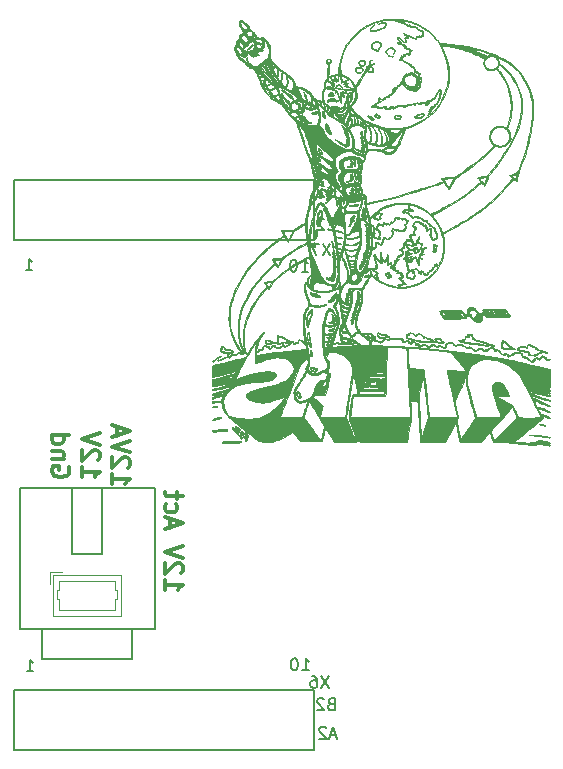
<source format=gbr>
G04 #@! TF.FileFunction,Legend,Bot*
%FSLAX46Y46*%
G04 Gerber Fmt 4.6, Leading zero omitted, Abs format (unit mm)*
G04 Created by KiCad (PCBNEW 4.0.7) date 04/17/18 20:18:09*
%MOMM*%
%LPD*%
G01*
G04 APERTURE LIST*
%ADD10C,0.100000*%
%ADD11C,0.300000*%
%ADD12C,0.150000*%
%ADD13C,0.120000*%
%ADD14C,0.010000*%
G04 APERTURE END LIST*
D10*
D11*
X118127229Y-159483228D02*
X118127229Y-160340371D01*
X118127229Y-159911799D02*
X119627229Y-159911799D01*
X119412943Y-160054656D01*
X119270086Y-160197514D01*
X119198657Y-160340371D01*
X119484371Y-158911800D02*
X119555800Y-158840371D01*
X119627229Y-158697514D01*
X119627229Y-158340371D01*
X119555800Y-158197514D01*
X119484371Y-158126085D01*
X119341514Y-158054657D01*
X119198657Y-158054657D01*
X118984371Y-158126085D01*
X118127229Y-158983228D01*
X118127229Y-158054657D01*
X119627229Y-157626086D02*
X118127229Y-157126086D01*
X119627229Y-156626086D01*
X118555800Y-156197515D02*
X118555800Y-155483229D01*
X118127229Y-156340372D02*
X119627229Y-155840372D01*
X118127229Y-155340372D01*
X115577229Y-158840371D02*
X115577229Y-159697514D01*
X115577229Y-159268942D02*
X117077229Y-159268942D01*
X116862943Y-159411799D01*
X116720086Y-159554657D01*
X116648657Y-159697514D01*
X116934371Y-158268943D02*
X117005800Y-158197514D01*
X117077229Y-158054657D01*
X117077229Y-157697514D01*
X117005800Y-157554657D01*
X116934371Y-157483228D01*
X116791514Y-157411800D01*
X116648657Y-157411800D01*
X116434371Y-157483228D01*
X115577229Y-158340371D01*
X115577229Y-157411800D01*
X117077229Y-156983229D02*
X115577229Y-156483229D01*
X117077229Y-155983229D01*
X114455800Y-158876086D02*
X114527229Y-159018943D01*
X114527229Y-159233229D01*
X114455800Y-159447514D01*
X114312943Y-159590372D01*
X114170086Y-159661800D01*
X113884371Y-159733229D01*
X113670086Y-159733229D01*
X113384371Y-159661800D01*
X113241514Y-159590372D01*
X113098657Y-159447514D01*
X113027229Y-159233229D01*
X113027229Y-159090372D01*
X113098657Y-158876086D01*
X113170086Y-158804657D01*
X113670086Y-158804657D01*
X113670086Y-159090372D01*
X114027229Y-158161800D02*
X113027229Y-158161800D01*
X113884371Y-158161800D02*
X113955800Y-158090372D01*
X114027229Y-157947514D01*
X114027229Y-157733229D01*
X113955800Y-157590372D01*
X113812943Y-157518943D01*
X113027229Y-157518943D01*
X113027229Y-156161800D02*
X114527229Y-156161800D01*
X113098657Y-156161800D02*
X113027229Y-156304657D01*
X113027229Y-156590371D01*
X113098657Y-156733229D01*
X113170086Y-156804657D01*
X113312943Y-156876086D01*
X113741514Y-156876086D01*
X113884371Y-156804657D01*
X113955800Y-156733229D01*
X114027229Y-156590371D01*
X114027229Y-156304657D01*
X113955800Y-156161800D01*
X122638429Y-168415885D02*
X122638429Y-169273028D01*
X122638429Y-168844456D02*
X124138429Y-168844456D01*
X123924143Y-168987313D01*
X123781286Y-169130171D01*
X123709857Y-169273028D01*
X123995571Y-167844457D02*
X124067000Y-167773028D01*
X124138429Y-167630171D01*
X124138429Y-167273028D01*
X124067000Y-167130171D01*
X123995571Y-167058742D01*
X123852714Y-166987314D01*
X123709857Y-166987314D01*
X123495571Y-167058742D01*
X122638429Y-167915885D01*
X122638429Y-166987314D01*
X124138429Y-166558743D02*
X122638429Y-166058743D01*
X124138429Y-165558743D01*
X123067000Y-163987315D02*
X123067000Y-163273029D01*
X122638429Y-164130172D02*
X124138429Y-163630172D01*
X122638429Y-163130172D01*
X122709857Y-161987315D02*
X122638429Y-162130172D01*
X122638429Y-162415886D01*
X122709857Y-162558744D01*
X122781286Y-162630172D01*
X122924143Y-162701601D01*
X123352714Y-162701601D01*
X123495571Y-162630172D01*
X123567000Y-162558744D01*
X123638429Y-162415886D01*
X123638429Y-162130172D01*
X123567000Y-161987315D01*
X123638429Y-161558744D02*
X123638429Y-160987315D01*
X124138429Y-161344458D02*
X122852714Y-161344458D01*
X122709857Y-161273030D01*
X122638429Y-161130172D01*
X122638429Y-160987315D01*
D12*
X114757200Y-166192200D02*
X117297200Y-166192200D01*
X110312200Y-160604200D02*
X121742200Y-160604200D01*
X110312200Y-172542200D02*
X119837200Y-172542200D01*
X112217200Y-175082200D02*
X119837200Y-175082200D01*
X114757200Y-160604200D02*
X114757200Y-166192200D01*
X110312200Y-172542200D02*
X110312200Y-160604200D01*
X117297200Y-160604200D02*
X117297200Y-161112200D01*
X121742200Y-172542200D02*
X121742200Y-160604200D01*
X119837200Y-172542200D02*
X121742200Y-172542200D01*
X117297200Y-164922200D02*
X117297200Y-166192200D01*
X117297200Y-164922200D02*
X117297200Y-161112200D01*
X112217200Y-172542200D02*
X112217200Y-175082200D01*
X119837200Y-175082200D02*
X119837200Y-172542200D01*
D13*
X113107200Y-171490600D02*
X113107200Y-167990600D01*
X113107200Y-167990600D02*
X118907200Y-167990600D01*
X118907200Y-167990600D02*
X118907200Y-171490600D01*
X118907200Y-171490600D02*
X113107200Y-171490600D01*
X116007200Y-168540600D02*
X113657200Y-168540600D01*
X113657200Y-168540600D02*
X113657200Y-169265600D01*
X113657200Y-169265600D02*
X113457200Y-169265600D01*
X113457200Y-169265600D02*
X113457200Y-170065600D01*
X113457200Y-170065600D02*
X113657200Y-170065600D01*
X113657200Y-170065600D02*
X113657200Y-170940600D01*
X113657200Y-170940600D02*
X116007200Y-170940600D01*
X116007200Y-168540600D02*
X118357200Y-168540600D01*
X118357200Y-168540600D02*
X118357200Y-169265600D01*
X118357200Y-169265600D02*
X118557200Y-169265600D01*
X118557200Y-169265600D02*
X118557200Y-170065600D01*
X118557200Y-170065600D02*
X118357200Y-170065600D01*
X118357200Y-170065600D02*
X118357200Y-170940600D01*
X118357200Y-170940600D02*
X116007200Y-170940600D01*
X112857200Y-167740600D02*
X112857200Y-168740600D01*
X112857200Y-167740600D02*
X113857200Y-167740600D01*
D12*
X109855000Y-134543800D02*
X109855000Y-139623800D01*
X135255000Y-177723800D02*
X109855000Y-177723800D01*
X109855000Y-139623800D02*
X135255000Y-139623800D01*
X135255000Y-182803800D02*
X135255000Y-177723800D01*
X109855000Y-177723800D02*
X109855000Y-182803800D01*
X109855000Y-182803800D02*
X135255000Y-182803800D01*
X135255000Y-139623800D02*
X135255000Y-134543800D01*
X135255000Y-134543800D02*
X109855000Y-134543800D01*
X109855000Y-134543800D02*
X109855000Y-139623800D01*
D14*
G36*
X141617904Y-120895624D02*
X141394350Y-120910280D01*
X141217245Y-120931933D01*
X140927863Y-120992524D01*
X140616169Y-121081147D01*
X140297841Y-121191924D01*
X139988556Y-121318978D01*
X139703995Y-121456432D01*
X139488749Y-121579895D01*
X139222292Y-121763373D01*
X138951669Y-121978062D01*
X138690530Y-122211722D01*
X138452527Y-122452115D01*
X138251312Y-122687002D01*
X138245315Y-122694700D01*
X137978133Y-123081410D01*
X137749124Y-123501364D01*
X137561278Y-123946786D01*
X137417582Y-124409902D01*
X137321024Y-124882935D01*
X137284781Y-125194168D01*
X137273022Y-125333364D01*
X137262119Y-125451961D01*
X137253034Y-125540227D01*
X137246732Y-125588431D01*
X137245145Y-125594391D01*
X137216230Y-125601114D01*
X137149320Y-125609923D01*
X137079079Y-125617023D01*
X136953642Y-125635848D01*
X136813463Y-125668613D01*
X136676973Y-125709926D01*
X136562604Y-125754395D01*
X136504720Y-125785066D01*
X136439855Y-125827203D01*
X136458354Y-125355313D01*
X136466615Y-125155298D01*
X136474584Y-125001975D01*
X136483591Y-124888017D01*
X136494971Y-124806100D01*
X136510054Y-124748897D01*
X136530173Y-124709081D01*
X136556661Y-124679328D01*
X136585481Y-124656252D01*
X136647394Y-124583002D01*
X136669240Y-124495568D01*
X136658458Y-124428709D01*
X136604881Y-124428709D01*
X136592668Y-124512490D01*
X136545158Y-124564817D01*
X136474625Y-124579879D01*
X136393342Y-124551868D01*
X136373681Y-124538154D01*
X136343106Y-124484467D01*
X136348828Y-124414091D01*
X136388572Y-124348183D01*
X136394766Y-124342257D01*
X136465353Y-124307436D01*
X136534473Y-124318318D01*
X136586467Y-124368461D01*
X136604881Y-124428709D01*
X136658458Y-124428709D01*
X136655065Y-124407677D01*
X136608914Y-124333054D01*
X136534832Y-124285426D01*
X136473235Y-124275445D01*
X136366295Y-124292279D01*
X136294059Y-124346419D01*
X136261327Y-124404550D01*
X136245601Y-124493064D01*
X136271472Y-124591847D01*
X136341261Y-124709688D01*
X136342184Y-124710986D01*
X136364310Y-124745218D01*
X136378467Y-124780990D01*
X136385293Y-124828814D01*
X136385427Y-124899205D01*
X136379506Y-125002676D01*
X136368532Y-125145199D01*
X136357348Y-125299878D01*
X136348210Y-125455209D01*
X136342077Y-125592872D01*
X136339905Y-125692474D01*
X136337304Y-125798772D01*
X136325044Y-125873800D01*
X136296441Y-125940249D01*
X136244811Y-126020809D01*
X136241955Y-126024961D01*
X136151627Y-126198920D01*
X136093425Y-126407441D01*
X136070345Y-126639566D01*
X136070149Y-126653317D01*
X136061568Y-126760927D01*
X136031670Y-126847390D01*
X135985081Y-126923530D01*
X135901453Y-127045126D01*
X135931361Y-127895674D01*
X135831644Y-127852771D01*
X135684699Y-127796646D01*
X135563105Y-127767778D01*
X135470722Y-127761189D01*
X135418937Y-127757848D01*
X135378456Y-127741628D01*
X135338003Y-127703238D01*
X135286303Y-127633386D01*
X135249394Y-127578796D01*
X135065623Y-127342970D01*
X134849645Y-127132487D01*
X134610086Y-126953096D01*
X134355576Y-126810549D01*
X134094740Y-126710596D01*
X133876458Y-126663679D01*
X133807034Y-126649701D01*
X133750579Y-126623298D01*
X133700407Y-126576668D01*
X133698999Y-126574588D01*
X133434256Y-126574588D01*
X133417710Y-126711024D01*
X133383320Y-126815445D01*
X133329580Y-126910080D01*
X133288682Y-126961608D01*
X133254604Y-126977564D01*
X133253806Y-126977572D01*
X133218769Y-126965175D01*
X133151123Y-126932555D01*
X133065025Y-126886573D01*
X133058613Y-126882998D01*
X132968654Y-126835955D01*
X132892755Y-126802089D01*
X132846784Y-126788449D01*
X132845722Y-126788423D01*
X132824960Y-126780259D01*
X132831716Y-126749525D01*
X132868555Y-126686858D01*
X132877189Y-126673583D01*
X132891002Y-126649444D01*
X132070543Y-126649444D01*
X132061648Y-126695440D01*
X132047972Y-126707360D01*
X132022471Y-126688916D01*
X131966372Y-126637908D01*
X131886442Y-126560815D01*
X131789445Y-126464120D01*
X131716589Y-126389860D01*
X131599913Y-126267943D01*
X131485540Y-126144959D01*
X131383842Y-126032299D01*
X131305189Y-125941353D01*
X131279831Y-125910232D01*
X131215190Y-125828585D01*
X131127184Y-125717790D01*
X131026202Y-125590910D01*
X130922630Y-125461002D01*
X130896052Y-125427707D01*
X130783561Y-125284894D01*
X130702965Y-125176999D01*
X130650857Y-125098023D01*
X130623830Y-125041965D01*
X130618477Y-125002825D01*
X130631392Y-124974601D01*
X130635982Y-124969623D01*
X130667320Y-124960406D01*
X130705887Y-124997260D01*
X130712228Y-125006120D01*
X130781966Y-125100820D01*
X130880528Y-125227207D01*
X131000729Y-125376667D01*
X131135386Y-125540589D01*
X131277313Y-125710360D01*
X131419328Y-125877367D01*
X131554245Y-126032997D01*
X131674880Y-126168639D01*
X131750544Y-126250880D01*
X131880304Y-126392519D01*
X131978383Y-126507148D01*
X132042325Y-126591708D01*
X132069677Y-126643145D01*
X132070543Y-126649444D01*
X132891002Y-126649444D01*
X132945336Y-126554497D01*
X132984738Y-126440951D01*
X132998892Y-126315340D01*
X132991296Y-126160056D01*
X132987072Y-126120330D01*
X132971924Y-126008566D01*
X132954557Y-125913053D01*
X132938071Y-125850066D01*
X132933648Y-125839734D01*
X132899715Y-125798373D01*
X132870508Y-125791492D01*
X132861277Y-125819934D01*
X132864816Y-125835923D01*
X132874693Y-125884027D01*
X132888139Y-125969468D01*
X132902633Y-126075885D01*
X132906173Y-126104244D01*
X132918631Y-126229374D01*
X132919146Y-126320516D01*
X132906938Y-126396559D01*
X132892087Y-126446034D01*
X132850383Y-126539657D01*
X132800335Y-126610699D01*
X132751046Y-126648158D01*
X132723852Y-126649335D01*
X132697377Y-126624712D01*
X132647697Y-126566739D01*
X132636660Y-126552822D01*
X132394798Y-126552822D01*
X132379139Y-126557502D01*
X132336056Y-126525368D01*
X132271393Y-126462196D01*
X132190995Y-126373763D01*
X132138206Y-126310666D01*
X132034216Y-126310666D01*
X132034159Y-126329018D01*
X132033260Y-126329062D01*
X132013030Y-126308842D01*
X131965494Y-126252847D01*
X131896377Y-126168075D01*
X131884693Y-126153423D01*
X131773309Y-126153423D01*
X131759798Y-126166934D01*
X131746288Y-126153423D01*
X131759798Y-126139913D01*
X131773309Y-126153423D01*
X131884693Y-126153423D01*
X131848608Y-126108174D01*
X131737380Y-126108174D01*
X131728083Y-126112892D01*
X131700224Y-126093934D01*
X131646569Y-126043191D01*
X131576549Y-125969858D01*
X131540934Y-125930498D01*
X131387604Y-125754860D01*
X131232262Y-125570894D01*
X131084425Y-125390246D01*
X130953609Y-125224563D01*
X130849331Y-125085493D01*
X130840890Y-125073724D01*
X130774160Y-124975326D01*
X130738775Y-124909008D01*
X130730698Y-124866001D01*
X130737050Y-124848097D01*
X130772272Y-124807823D01*
X130788963Y-124797749D01*
X130812437Y-124816053D01*
X130858089Y-124871678D01*
X130919446Y-124956123D01*
X130990032Y-125060889D01*
X130993587Y-125066354D01*
X131070795Y-125181417D01*
X131172388Y-125327306D01*
X131289724Y-125492072D01*
X131414157Y-125663768D01*
X131537043Y-125830445D01*
X131649738Y-125980155D01*
X131726303Y-126079115D01*
X131737380Y-126108174D01*
X131848608Y-126108174D01*
X131811404Y-126061524D01*
X131740325Y-125971030D01*
X131632259Y-125831125D01*
X131522346Y-125686281D01*
X131420867Y-125550215D01*
X131338106Y-125436646D01*
X131309915Y-125396828D01*
X131185495Y-125217437D01*
X131076199Y-125057512D01*
X130985247Y-124921914D01*
X130915856Y-124815501D01*
X130871242Y-124743133D01*
X130854624Y-124709670D01*
X130854586Y-124709110D01*
X130872498Y-124677624D01*
X130904664Y-124643819D01*
X130927872Y-124626458D01*
X130948649Y-124626685D01*
X130972685Y-124651514D01*
X131005670Y-124707958D01*
X131053293Y-124803030D01*
X131082111Y-124862557D01*
X131189945Y-125068086D01*
X131327001Y-125300936D01*
X131485450Y-125549084D01*
X131657466Y-125800507D01*
X131835221Y-126043181D01*
X131931299Y-126166934D01*
X132000421Y-126257418D01*
X132034216Y-126310666D01*
X132138206Y-126310666D01*
X132100705Y-126265844D01*
X132086403Y-126247998D01*
X132005589Y-126143800D01*
X131905251Y-126010239D01*
X131793565Y-125858620D01*
X131678706Y-125700250D01*
X131568850Y-125546435D01*
X131472172Y-125408480D01*
X131396847Y-125297692D01*
X131374650Y-125263707D01*
X131324708Y-125180064D01*
X131261141Y-125065419D01*
X131193633Y-124937528D01*
X131153115Y-124857496D01*
X131092031Y-124729898D01*
X131055786Y-124641668D01*
X131041904Y-124585543D01*
X131047911Y-124554259D01*
X131049180Y-124552607D01*
X131083895Y-124525981D01*
X131115850Y-124539912D01*
X131149794Y-124598916D01*
X131179991Y-124677113D01*
X131226713Y-124784559D01*
X131302699Y-124928136D01*
X131403858Y-125101451D01*
X131526101Y-125298113D01*
X131665336Y-125511732D01*
X131817474Y-125735915D01*
X131978423Y-125964271D01*
X132144093Y-126190409D01*
X132174010Y-126230267D01*
X132255041Y-126339877D01*
X132322703Y-126435353D01*
X132370961Y-126507875D01*
X132393777Y-126548624D01*
X132394798Y-126552822D01*
X132636660Y-126552822D01*
X132583449Y-126485731D01*
X132549465Y-126441020D01*
X132400427Y-126242234D01*
X132467797Y-126095078D01*
X132512019Y-125963608D01*
X132536135Y-125817495D01*
X132537979Y-125678266D01*
X132519693Y-125579221D01*
X132495150Y-125526446D01*
X132475577Y-125525551D01*
X132461942Y-125574525D01*
X132455215Y-125671354D01*
X132454674Y-125714328D01*
X132447489Y-125842523D01*
X132428513Y-125960889D01*
X132400906Y-126056987D01*
X132367829Y-126118379D01*
X132348300Y-126132895D01*
X132317392Y-126118303D01*
X132275782Y-126070216D01*
X132263896Y-126052141D01*
X132211728Y-125974357D01*
X132159293Y-125905664D01*
X132154926Y-125900548D01*
X132122014Y-125855749D01*
X132117062Y-125814583D01*
X132138071Y-125752397D01*
X132142123Y-125742635D01*
X132170197Y-125633957D01*
X132181647Y-125494544D01*
X132175509Y-125345387D01*
X132164040Y-125265483D01*
X132143552Y-125192094D01*
X132122610Y-125169437D01*
X132105847Y-125194439D01*
X132097894Y-125264028D01*
X132098420Y-125309009D01*
X132102090Y-125461647D01*
X132097831Y-125570091D01*
X132084740Y-125643729D01*
X132061915Y-125691952D01*
X132061582Y-125692409D01*
X132043327Y-125710206D01*
X132023517Y-125706383D01*
X131996694Y-125674296D01*
X131957397Y-125607300D01*
X131900166Y-125498752D01*
X131896320Y-125491308D01*
X131838560Y-125377641D01*
X131802950Y-125299433D01*
X131786113Y-125244510D01*
X131784673Y-125200698D01*
X131795252Y-125155821D01*
X131799563Y-125142451D01*
X131819945Y-125048947D01*
X131821357Y-124962478D01*
X131804893Y-124899298D01*
X131781701Y-124877046D01*
X131757899Y-124894036D01*
X131743150Y-124960794D01*
X131741169Y-124983047D01*
X131732777Y-125099594D01*
X131670491Y-124982913D01*
X131633525Y-124905193D01*
X131622854Y-124847754D01*
X131634899Y-124785841D01*
X131639792Y-124770522D01*
X131664872Y-124694528D01*
X131583880Y-124694528D01*
X131569981Y-124707785D01*
X131551165Y-124685650D01*
X131529664Y-124639040D01*
X131502654Y-124556120D01*
X131487302Y-124497179D01*
X131478847Y-124453354D01*
X131485510Y-124450197D01*
X131513108Y-124489923D01*
X131527618Y-124512534D01*
X131562454Y-124581096D01*
X131582395Y-124647231D01*
X131583880Y-124694528D01*
X131664872Y-124694528D01*
X131671380Y-124674811D01*
X131850695Y-124849136D01*
X132054559Y-125037536D01*
X132276749Y-125222851D01*
X132529958Y-125415441D01*
X132654127Y-125504913D01*
X132825120Y-125632870D01*
X132987062Y-125766159D01*
X133132089Y-125897416D01*
X133252334Y-126019278D01*
X133339932Y-126124383D01*
X133375753Y-126180445D01*
X133413039Y-126289232D01*
X133432620Y-126427302D01*
X133434256Y-126574588D01*
X133698999Y-126574588D01*
X133649835Y-126502010D01*
X133592179Y-126391523D01*
X133531410Y-126260967D01*
X133441422Y-126094168D01*
X133325316Y-125938763D01*
X133175209Y-125785854D01*
X132983216Y-125626542D01*
X132940668Y-125594304D01*
X132644900Y-125369024D01*
X132390910Y-125166529D01*
X132173810Y-124982350D01*
X131988712Y-124812018D01*
X131830726Y-124651063D01*
X131694965Y-124495015D01*
X131592625Y-124361838D01*
X131469296Y-124191528D01*
X131503275Y-124031413D01*
X131520749Y-123899141D01*
X131526444Y-123738899D01*
X131403919Y-123738899D01*
X131393193Y-123827874D01*
X131358677Y-123988406D01*
X131315055Y-124108709D01*
X131252522Y-124202596D01*
X131161276Y-124283877D01*
X131031511Y-124366363D01*
X130997067Y-124385905D01*
X130872427Y-124476334D01*
X130733592Y-124615293D01*
X130675034Y-124683504D01*
X130594146Y-124777094D01*
X130520005Y-124855430D01*
X130462560Y-124908388D01*
X130437979Y-124924790D01*
X130327452Y-124947259D01*
X130196302Y-124940204D01*
X130130272Y-124925464D01*
X130057976Y-124889668D01*
X129964248Y-124822394D01*
X129861419Y-124734367D01*
X129761814Y-124636311D01*
X129677763Y-124538952D01*
X129662402Y-124518442D01*
X129596654Y-124390355D01*
X129568546Y-124275606D01*
X129552293Y-124193349D01*
X129534200Y-124162874D01*
X129516953Y-124182110D01*
X129503237Y-124248987D01*
X129496803Y-124330928D01*
X129497541Y-124425962D01*
X129515261Y-124499137D01*
X129557892Y-124577452D01*
X129578234Y-124608222D01*
X129624452Y-124680980D01*
X129636800Y-124712513D01*
X129615138Y-124702733D01*
X129559325Y-124651551D01*
X129469222Y-124558881D01*
X129425139Y-124511885D01*
X129297416Y-124388425D01*
X129170640Y-124290521D01*
X129100884Y-124249064D01*
X129025980Y-124203946D01*
X128942449Y-124143043D01*
X128860215Y-124075188D01*
X128789201Y-124009212D01*
X128739331Y-123953950D01*
X128720527Y-123918233D01*
X128722657Y-123912409D01*
X128750760Y-123918112D01*
X128814643Y-123944429D01*
X128902524Y-123986318D01*
X128940222Y-124005510D01*
X129049706Y-124057647D01*
X129155540Y-124100371D01*
X129238194Y-124125959D01*
X129251465Y-124128544D01*
X129329052Y-124133916D01*
X129389091Y-124113741D01*
X129447196Y-124070560D01*
X129503822Y-124016135D01*
X129525709Y-123966811D01*
X129523257Y-123897972D01*
X129522511Y-123892298D01*
X129516124Y-123825404D01*
X129529374Y-123796288D01*
X129574249Y-123789230D01*
X129601247Y-123789062D01*
X129674158Y-123799664D01*
X129715482Y-123838231D01*
X129722708Y-123852443D01*
X129762224Y-123902372D01*
X129833299Y-123963824D01*
X129920165Y-124025970D01*
X130007053Y-124077983D01*
X130078195Y-124109034D01*
X130102622Y-124113317D01*
X130159919Y-124102732D01*
X130236887Y-124076553D01*
X130254230Y-124069256D01*
X130347464Y-124034828D01*
X130440900Y-124009613D01*
X130449266Y-124008000D01*
X130520206Y-123983135D01*
X130544390Y-123949937D01*
X130521131Y-123919182D01*
X130456022Y-123902190D01*
X130390087Y-123887654D01*
X130370963Y-123854617D01*
X130393400Y-123792585D01*
X130397399Y-123784998D01*
X130449832Y-123733199D01*
X129095764Y-123733199D01*
X129089236Y-123805248D01*
X129081801Y-123827384D01*
X129043540Y-123863140D01*
X128980290Y-123865599D01*
X128908474Y-123836188D01*
X128873789Y-123809328D01*
X128814703Y-123740751D01*
X128763765Y-123660995D01*
X128763618Y-123660711D01*
X128727630Y-123603026D01*
X128696937Y-123573788D01*
X128692812Y-123572892D01*
X128655103Y-123550132D01*
X128619852Y-123497129D01*
X128599267Y-123436796D01*
X128600875Y-123400310D01*
X128646440Y-123339948D01*
X128714569Y-123320875D01*
X128796810Y-123340123D01*
X128884708Y-123394727D01*
X128969810Y-123481720D01*
X129014253Y-123545353D01*
X129071941Y-123651458D01*
X129095764Y-123733199D01*
X130449832Y-123733199D01*
X130458328Y-123724806D01*
X130567666Y-123677018D01*
X130720805Y-123643576D01*
X130739745Y-123640907D01*
X130828873Y-123620673D01*
X130876579Y-123592753D01*
X130879269Y-123562565D01*
X130833351Y-123535528D01*
X130813436Y-123529790D01*
X130745265Y-123512680D01*
X130810822Y-123451924D01*
X130895516Y-123347400D01*
X130956323Y-123208954D01*
X130984873Y-123099083D01*
X130992891Y-123000346D01*
X130852821Y-123000346D01*
X130832077Y-123130160D01*
X130777652Y-123246327D01*
X130716615Y-123314453D01*
X130617744Y-123370521D01*
X130508766Y-123376915D01*
X130408734Y-123346742D01*
X130369343Y-123328107D01*
X130345369Y-123305197D01*
X130332985Y-123265628D01*
X130328362Y-123197013D01*
X130327732Y-123096604D01*
X130181225Y-123096604D01*
X130163600Y-123218289D01*
X130111394Y-123340270D01*
X130097202Y-123362945D01*
X130033630Y-123453841D01*
X129979007Y-123512825D01*
X129915274Y-123554796D01*
X129824374Y-123594651D01*
X129809059Y-123600673D01*
X129701637Y-123637614D01*
X129617042Y-123650375D01*
X129530713Y-123640756D01*
X129469790Y-123625526D01*
X129380275Y-123589007D01*
X129300044Y-123538406D01*
X129295504Y-123534605D01*
X129248525Y-123490213D01*
X129238700Y-123457162D01*
X129261412Y-123412503D01*
X129268692Y-123401318D01*
X129328360Y-123335300D01*
X129388936Y-123291731D01*
X129439708Y-123255655D01*
X129495154Y-123208065D01*
X129260330Y-123208065D01*
X129244933Y-123237428D01*
X129206241Y-123291727D01*
X129187320Y-123316003D01*
X129114310Y-123407504D01*
X128971984Y-123253761D01*
X128898899Y-123171541D01*
X128857955Y-123113938D01*
X128842272Y-123068182D01*
X128844969Y-123021503D01*
X128845455Y-123018955D01*
X128878583Y-122919352D01*
X128927748Y-122870518D01*
X128990707Y-122872363D01*
X129065215Y-122924801D01*
X129149029Y-123027742D01*
X129151238Y-123030983D01*
X129204762Y-123111929D01*
X129243671Y-123174831D01*
X129260205Y-123207091D01*
X129260330Y-123208065D01*
X129495154Y-123208065D01*
X129515075Y-123190967D01*
X129602731Y-123108541D01*
X129652139Y-123059159D01*
X129760525Y-122952141D01*
X129843317Y-122881804D01*
X129909422Y-122843235D01*
X129967750Y-122831522D01*
X130027209Y-122841752D01*
X130039212Y-122845715D01*
X130117770Y-122899077D01*
X130165528Y-122986453D01*
X130181225Y-123096604D01*
X130327732Y-123096604D01*
X130327671Y-123086967D01*
X130327671Y-123084503D01*
X130322490Y-122938051D01*
X130305763Y-122832669D01*
X130280817Y-122765727D01*
X130253961Y-122700951D01*
X130246853Y-122656072D01*
X130248635Y-122650886D01*
X130285250Y-122634741D01*
X130321418Y-122630842D01*
X129850495Y-122630842D01*
X129824873Y-122686616D01*
X129798322Y-122722989D01*
X129776080Y-122712239D01*
X129771244Y-122705106D01*
X129771131Y-122704828D01*
X129608408Y-122704828D01*
X129604744Y-122746888D01*
X129570056Y-122786924D01*
X129546034Y-122807936D01*
X129459920Y-122856238D01*
X129369027Y-122854517D01*
X129269700Y-122802026D01*
X129194562Y-122736039D01*
X129130708Y-122665862D01*
X129098542Y-122606249D01*
X129087376Y-122534226D01*
X129086477Y-122503695D01*
X129090693Y-122418931D01*
X129112157Y-122365404D01*
X129157280Y-122322678D01*
X129216171Y-122286993D01*
X129267841Y-122286187D01*
X129305897Y-122299767D01*
X129389156Y-122355225D01*
X129474493Y-122445307D01*
X129547787Y-122553081D01*
X129586801Y-122636557D01*
X129608408Y-122704828D01*
X129771131Y-122704828D01*
X129749555Y-122651789D01*
X129747127Y-122633902D01*
X129769319Y-122606506D01*
X129800756Y-122600126D01*
X129844015Y-122605651D01*
X129850495Y-122630842D01*
X130321418Y-122630842D01*
X130359081Y-122626782D01*
X130454027Y-122626373D01*
X130553987Y-122632875D01*
X130642859Y-122645650D01*
X130704543Y-122664058D01*
X130713621Y-122669319D01*
X130793528Y-122755897D01*
X130839950Y-122870916D01*
X130852821Y-123000346D01*
X130992891Y-123000346D01*
X130998451Y-122931878D01*
X130963376Y-122772049D01*
X130925732Y-122687945D01*
X130899195Y-122625363D01*
X130904860Y-122604211D01*
X130940862Y-122623969D01*
X131005334Y-122684114D01*
X131038874Y-122719578D01*
X131169177Y-122891834D01*
X131275209Y-123093585D01*
X131352596Y-123311141D01*
X131396958Y-123530810D01*
X131403919Y-123738899D01*
X131526444Y-123738899D01*
X131526515Y-123736918D01*
X131521431Y-123562776D01*
X131506358Y-123394752D01*
X131482156Y-123250879D01*
X131462723Y-123181083D01*
X131417876Y-123080517D01*
X131349629Y-122959940D01*
X131266969Y-122832275D01*
X131178880Y-122710443D01*
X131094349Y-122607366D01*
X131022363Y-122535967D01*
X131005095Y-122523017D01*
X130953339Y-122492462D01*
X130901129Y-122475421D01*
X130836048Y-122471411D01*
X130745682Y-122479946D01*
X130617613Y-122500540D01*
X130583645Y-122506552D01*
X130533915Y-122512629D01*
X130494948Y-122504497D01*
X130466866Y-122483426D01*
X130286709Y-122483426D01*
X130282751Y-122518980D01*
X130235196Y-122538372D01*
X130139571Y-122545407D01*
X130112975Y-122545669D01*
X129979344Y-122546083D01*
X130085226Y-122449099D01*
X130191107Y-122352115D01*
X130251545Y-122427911D01*
X130286709Y-122483426D01*
X130466866Y-122483426D01*
X130454681Y-122474284D01*
X130401052Y-122414116D01*
X130355015Y-122357337D01*
X130288205Y-122276203D01*
X130231865Y-122211688D01*
X130231441Y-122211256D01*
X130037092Y-122211256D01*
X130033338Y-122248005D01*
X130005805Y-122289990D01*
X129987944Y-122312758D01*
X129942232Y-122358122D01*
X129885519Y-122379078D01*
X129801705Y-122383955D01*
X129735223Y-122381641D01*
X129685063Y-122369251D01*
X129637161Y-122338616D01*
X129577455Y-122281568D01*
X129519943Y-122220288D01*
X129449966Y-122141805D01*
X129397098Y-122076993D01*
X129370138Y-122036831D01*
X129368415Y-122031139D01*
X129392410Y-122015262D01*
X129452435Y-122006355D01*
X129477842Y-122005658D01*
X129576124Y-121993840D01*
X129667011Y-121963255D01*
X129732871Y-121921202D01*
X129753835Y-121891386D01*
X129778466Y-121879490D01*
X129824063Y-121907929D01*
X129883928Y-121970610D01*
X129951364Y-122061444D01*
X129966972Y-122085256D01*
X130015494Y-122162690D01*
X130037092Y-122211256D01*
X130231441Y-122211256D01*
X130196339Y-122175547D01*
X130192535Y-122172691D01*
X130159930Y-122138876D01*
X130117178Y-122079322D01*
X130109338Y-122066933D01*
X130063864Y-122004354D01*
X129994278Y-121920657D01*
X129914780Y-121832837D01*
X129906122Y-121823741D01*
X129829830Y-121738041D01*
X129765881Y-121655408D01*
X129758384Y-121643294D01*
X129601950Y-121643294D01*
X129601199Y-121693158D01*
X129567775Y-121732437D01*
X129530543Y-121754636D01*
X129438562Y-121783270D01*
X129341195Y-121786745D01*
X129259351Y-121765916D01*
X129226474Y-121742200D01*
X129183557Y-121682754D01*
X129131907Y-121594870D01*
X129078127Y-121492133D01*
X129028818Y-121388126D01*
X128990584Y-121296435D01*
X128970027Y-121230642D01*
X128968481Y-121211400D01*
X128990349Y-121168105D01*
X129048453Y-121147991D01*
X129066551Y-121145861D01*
X129108125Y-121145521D01*
X129147817Y-121157375D01*
X129194477Y-121187652D01*
X129256951Y-121242586D01*
X129344090Y-121328405D01*
X129385693Y-121370598D01*
X129496445Y-121487973D01*
X129567781Y-121576885D01*
X129601950Y-121643294D01*
X129758384Y-121643294D01*
X129726625Y-121591981D01*
X129723775Y-121585485D01*
X129688820Y-121531808D01*
X129620842Y-121453377D01*
X129528955Y-121359280D01*
X129422268Y-121258607D01*
X129309893Y-121160447D01*
X129244180Y-121107051D01*
X129135449Y-121043316D01*
X129031975Y-121020398D01*
X128942434Y-121034773D01*
X128875504Y-121082913D01*
X128839860Y-121161294D01*
X128844180Y-121266387D01*
X128844875Y-121269328D01*
X128872872Y-121350315D01*
X128921033Y-121458114D01*
X128980037Y-121574250D01*
X129040563Y-121680244D01*
X129087416Y-121750110D01*
X129132266Y-121833535D01*
X129134870Y-121890624D01*
X129141051Y-121961269D01*
X129176467Y-122028748D01*
X129219598Y-122093977D01*
X129227797Y-122127430D01*
X129199947Y-122139484D01*
X129164414Y-122140764D01*
X129072211Y-122159091D01*
X128976770Y-122204734D01*
X128912985Y-122257623D01*
X128882917Y-122329507D01*
X128876800Y-122433629D01*
X128892382Y-122539328D01*
X128902454Y-122599280D01*
X128889311Y-122623395D01*
X128860016Y-122627147D01*
X128801945Y-122647314D01*
X128733872Y-122696941D01*
X128673497Y-122759722D01*
X128638519Y-122819347D01*
X128635641Y-122833892D01*
X128633104Y-122880600D01*
X128634583Y-122916404D01*
X128642108Y-122966028D01*
X128650277Y-123012200D01*
X128658023Y-123079707D01*
X128646644Y-123108844D01*
X128625326Y-123113530D01*
X128563578Y-123136852D01*
X128504133Y-123194877D01*
X128461642Y-123269697D01*
X128449692Y-123328233D01*
X128458108Y-123394329D01*
X128480255Y-123491141D01*
X128511484Y-123598566D01*
X128514043Y-123606429D01*
X128551647Y-123722525D01*
X128587987Y-123837162D01*
X128614785Y-123924168D01*
X128673728Y-124044419D01*
X128775230Y-124168321D01*
X128909589Y-124285752D01*
X129047474Y-124375794D01*
X129165596Y-124458271D01*
X129296796Y-124577713D01*
X129385240Y-124672297D01*
X129512987Y-124815662D01*
X129612812Y-124922670D01*
X129690997Y-124998807D01*
X129753823Y-125049558D01*
X129807571Y-125080408D01*
X129858524Y-125096842D01*
X129874878Y-125099891D01*
X129957362Y-125113881D01*
X130024689Y-125126480D01*
X130030437Y-125127674D01*
X130070163Y-125157657D01*
X130131024Y-125233691D01*
X130210967Y-125353013D01*
X130273628Y-125454878D01*
X130362200Y-125604125D01*
X130428047Y-125719532D01*
X130477154Y-125813046D01*
X130515503Y-125896616D01*
X130549078Y-125982187D01*
X130576087Y-126058849D01*
X130621038Y-126174561D01*
X130685516Y-126319647D01*
X130763924Y-126483381D01*
X130850664Y-126655039D01*
X130940138Y-126823893D01*
X131026749Y-126979219D01*
X131104900Y-127110290D01*
X131168993Y-127206381D01*
X131187329Y-127230081D01*
X131399927Y-127468839D01*
X131611439Y-127664031D01*
X131833603Y-127824590D01*
X132078158Y-127959448D01*
X132241259Y-128032046D01*
X132363782Y-128090354D01*
X132466253Y-128159607D01*
X132557749Y-128249107D01*
X132647343Y-128368158D01*
X132744112Y-128526063D01*
X132772942Y-128577093D01*
X132850243Y-128711069D01*
X132920748Y-128819773D01*
X132995760Y-128917723D01*
X133086582Y-129019435D01*
X133204518Y-129139423D01*
X133231749Y-129166296D01*
X133364689Y-129300805D01*
X133480509Y-129428045D01*
X133582164Y-129554068D01*
X133672614Y-129684923D01*
X133754816Y-129826660D01*
X133831727Y-129985331D01*
X133906304Y-130166985D01*
X133981507Y-130377674D01*
X134060292Y-130623448D01*
X134145616Y-130910356D01*
X134230827Y-131210108D01*
X134291166Y-131423836D01*
X134341256Y-131595847D01*
X134384859Y-131736621D01*
X134425735Y-131856638D01*
X134467645Y-131966375D01*
X134514349Y-132076313D01*
X134569608Y-132196930D01*
X134631931Y-132327785D01*
X134718111Y-132517459D01*
X134786157Y-132694407D01*
X134844445Y-132882325D01*
X134890054Y-133058021D01*
X134935201Y-133235413D01*
X134987994Y-133430928D01*
X135041969Y-133621220D01*
X135090658Y-133782942D01*
X135092123Y-133787595D01*
X135178301Y-134101879D01*
X135240231Y-134416485D01*
X135275674Y-134716974D01*
X135282389Y-134988906D01*
X135281609Y-135009189D01*
X135274389Y-135134005D01*
X135263470Y-135219602D01*
X135245364Y-135280802D01*
X135216584Y-135332427D01*
X135200206Y-135355178D01*
X135139764Y-135447660D01*
X135069031Y-135574393D01*
X134996286Y-135718876D01*
X134929813Y-135864610D01*
X134877892Y-135995095D01*
X134875210Y-136002679D01*
X134849841Y-136098488D01*
X134826028Y-136230300D01*
X134806752Y-136380092D01*
X134799282Y-136462040D01*
X134780229Y-136643921D01*
X134754030Y-136796513D01*
X134722790Y-136907640D01*
X134721920Y-136909891D01*
X134685817Y-137018588D01*
X134645149Y-137167218D01*
X134602813Y-137342189D01*
X134561706Y-137529909D01*
X134524726Y-137716786D01*
X134494768Y-137889228D01*
X134474730Y-138033643D01*
X134468946Y-138096828D01*
X134464156Y-138146530D01*
X134451406Y-138183217D01*
X134421635Y-138215179D01*
X134365782Y-138250704D01*
X134274789Y-138298082D01*
X134217895Y-138326509D01*
X134085553Y-138394339D01*
X133930613Y-138476612D01*
X133777113Y-138560461D01*
X133700446Y-138603477D01*
X133427028Y-138758849D01*
X132937934Y-138758849D01*
X132753910Y-138758811D01*
X132618697Y-138760943D01*
X132527078Y-138768618D01*
X132473835Y-138785206D01*
X132453749Y-138814080D01*
X132461603Y-138858609D01*
X132492180Y-138922167D01*
X132540261Y-139008123D01*
X132543415Y-139013757D01*
X132590156Y-139101226D01*
X132623960Y-139171903D01*
X132637932Y-139211301D01*
X132637990Y-139212438D01*
X132617113Y-139237736D01*
X132559600Y-139287777D01*
X132473124Y-139356364D01*
X132365358Y-139437302D01*
X132306979Y-139479685D01*
X131742879Y-139903263D01*
X131223983Y-140332324D01*
X130741493Y-140774518D01*
X130291169Y-141232615D01*
X129818452Y-141775541D01*
X129393556Y-142340508D01*
X129017614Y-142925881D01*
X128691760Y-143530024D01*
X128675399Y-143563589D01*
X128486343Y-143971658D01*
X128331413Y-144348077D01*
X128208405Y-144701202D01*
X128115113Y-145039392D01*
X128049331Y-145371002D01*
X128008855Y-145704391D01*
X127991480Y-146047916D01*
X127990439Y-146159454D01*
X128014028Y-146665199D01*
X128085705Y-147147744D01*
X128206424Y-147610332D01*
X128377143Y-148056209D01*
X128598817Y-148488618D01*
X128747938Y-148729700D01*
X128826902Y-148847214D01*
X128906118Y-148960741D01*
X128974718Y-149054915D01*
X129010724Y-149101243D01*
X129061979Y-149168158D01*
X129078652Y-149203862D01*
X129063861Y-149215861D01*
X129058432Y-149216083D01*
X129005168Y-149200116D01*
X128944458Y-149162835D01*
X128900295Y-149131095D01*
X128864895Y-149123687D01*
X128816618Y-149140752D01*
X128770192Y-149163956D01*
X128689137Y-149211661D01*
X128620398Y-149262510D01*
X128607761Y-149274184D01*
X128572447Y-149304388D01*
X128534448Y-149316957D01*
X128476743Y-149313763D01*
X128389763Y-149298145D01*
X128298374Y-149281852D01*
X128242006Y-149279646D01*
X128202950Y-149293775D01*
X128163499Y-149326488D01*
X128163020Y-149326938D01*
X128118204Y-149378190D01*
X128098461Y-149418878D01*
X128098415Y-149420144D01*
X128079576Y-149463666D01*
X128059768Y-149484732D01*
X128024873Y-149499805D01*
X127995750Y-149469131D01*
X127991264Y-149461019D01*
X127945787Y-149412579D01*
X127893303Y-149416244D01*
X127842004Y-149468549D01*
X127783521Y-149519860D01*
X127679695Y-149560020D01*
X127645477Y-149568809D01*
X127551389Y-149597067D01*
X127473113Y-149630759D01*
X127439415Y-149652841D01*
X127387355Y-149687740D01*
X127313848Y-149722616D01*
X127236470Y-149750964D01*
X127172796Y-149766282D01*
X127141296Y-149763148D01*
X127129986Y-149727372D01*
X127125649Y-149668767D01*
X127133737Y-149614660D01*
X127167362Y-149578624D01*
X127233734Y-149547576D01*
X127300128Y-149513762D01*
X127338248Y-149479365D01*
X127341820Y-149468686D01*
X127338807Y-149445249D01*
X127323354Y-149436045D01*
X127285840Y-149442625D01*
X127216646Y-149466540D01*
X127117664Y-149504820D01*
X127003095Y-149555964D01*
X126931119Y-149604686D01*
X126893612Y-149652980D01*
X126841603Y-149718597D01*
X126770311Y-149772107D01*
X126768481Y-149773066D01*
X126699224Y-149813773D01*
X126647848Y-149852219D01*
X126645620Y-149854380D01*
X126623711Y-149900714D01*
X126642002Y-149937275D01*
X126672175Y-149945658D01*
X126703590Y-149926845D01*
X126760431Y-149876930D01*
X126832786Y-149805700D01*
X126910744Y-149722942D01*
X126984393Y-149638441D01*
X126989170Y-149632667D01*
X127017715Y-149604330D01*
X127034821Y-149616870D01*
X127049540Y-149664068D01*
X127060516Y-149736153D01*
X127056569Y-149788011D01*
X127055559Y-149832590D01*
X127090917Y-149849125D01*
X127164942Y-149837280D01*
X127279933Y-149796715D01*
X127422883Y-149734203D01*
X127521426Y-149690872D01*
X127636231Y-149643484D01*
X127693096Y-149621190D01*
X127779513Y-149583392D01*
X127846858Y-149545324D01*
X127873345Y-149523121D01*
X127900531Y-149498364D01*
X127923732Y-149518086D01*
X127935094Y-149538107D01*
X127985220Y-149584097D01*
X128027625Y-149594381D01*
X128090461Y-149575547D01*
X128147847Y-149530874D01*
X128178450Y-149478102D01*
X128179479Y-149468090D01*
X128197740Y-149430182D01*
X128226766Y-149398501D01*
X128265806Y-149374853D01*
X128320431Y-149368741D01*
X128407779Y-149378640D01*
X128422671Y-149381063D01*
X128508863Y-149393576D01*
X128561338Y-149391303D01*
X128599549Y-149369119D01*
X128641699Y-149323362D01*
X128716408Y-149260638D01*
X128800877Y-149226018D01*
X128879241Y-149223271D01*
X128933882Y-149253972D01*
X128994185Y-149286513D01*
X129098215Y-149297147D01*
X129185286Y-149291394D01*
X129237997Y-149269625D01*
X129267968Y-149236349D01*
X129303573Y-149196306D01*
X129333999Y-149200512D01*
X129344222Y-149209328D01*
X129396985Y-149239476D01*
X129421107Y-149243964D01*
X129475764Y-149260258D01*
X129511875Y-149281888D01*
X129537396Y-149306031D01*
X129540124Y-149333426D01*
X129516572Y-149377848D01*
X129471343Y-149441955D01*
X129441775Y-149482546D01*
X129414686Y-149515138D01*
X129383511Y-149542129D01*
X129341684Y-149565919D01*
X129282640Y-149588907D01*
X129199813Y-149613493D01*
X129086638Y-149642076D01*
X128936549Y-149677055D01*
X128742980Y-149720828D01*
X128652352Y-149741238D01*
X128076027Y-149877283D01*
X127529960Y-150018599D01*
X127025315Y-150162280D01*
X126963522Y-150180925D01*
X126625756Y-150283545D01*
X126610620Y-150940645D01*
X126737484Y-150902464D01*
X126809494Y-150884506D01*
X126862201Y-150877559D01*
X126886282Y-150881090D01*
X126872414Y-150894568D01*
X126839038Y-150908266D01*
X126731253Y-150947444D01*
X126664528Y-150978042D01*
X126629017Y-151009625D01*
X126614874Y-151051758D01*
X126612253Y-151114006D01*
X126612245Y-151128584D01*
X126612245Y-151260439D01*
X126902724Y-151182999D01*
X127080879Y-151135601D01*
X127276356Y-151083758D01*
X127481605Y-151029459D01*
X127689073Y-150974690D01*
X127891209Y-150921437D01*
X128080463Y-150871688D01*
X128249282Y-150827430D01*
X128390114Y-150790649D01*
X128495410Y-150763332D01*
X128557616Y-150747466D01*
X128564532Y-150745767D01*
X128604437Y-150748368D01*
X128605115Y-150781735D01*
X128567760Y-150840761D01*
X128533098Y-150880542D01*
X128482489Y-150926513D01*
X128423988Y-150957663D01*
X128341155Y-150980720D01*
X128246529Y-150997825D01*
X128154421Y-151015592D01*
X128025759Y-151045248D01*
X127858017Y-151087460D01*
X127648668Y-151142897D01*
X127395187Y-151212229D01*
X127095046Y-151296124D01*
X126754107Y-151392857D01*
X126671718Y-151419260D01*
X126629254Y-151444635D01*
X126613850Y-151479520D01*
X126612245Y-151509056D01*
X126612245Y-151584774D01*
X127118894Y-151457157D01*
X127331384Y-151402636D01*
X127542105Y-151346739D01*
X127743575Y-151291610D01*
X127928312Y-151239393D01*
X128088832Y-151192233D01*
X128217655Y-151152273D01*
X128307297Y-151121658D01*
X128344904Y-151105808D01*
X128388623Y-151084909D01*
X128402704Y-151080551D01*
X128407851Y-151102695D01*
X128402491Y-151153633D01*
X128390708Y-151210121D01*
X128376586Y-151248918D01*
X128372268Y-151253783D01*
X128340120Y-151263376D01*
X128267069Y-151280932D01*
X128165172Y-151303643D01*
X128084905Y-151320733D01*
X127933157Y-151352589D01*
X127766009Y-151387869D01*
X127612889Y-151420358D01*
X127571500Y-151429183D01*
X127430426Y-151459201D01*
X127278782Y-151491287D01*
X127145627Y-151519296D01*
X127125649Y-151523475D01*
X126998908Y-151551815D01*
X126867393Y-151584141D01*
X126767617Y-151611189D01*
X126681303Y-151638195D01*
X126634850Y-151662040D01*
X126615940Y-151693625D01*
X126612252Y-151743851D01*
X126612245Y-151748672D01*
X126617219Y-151810140D01*
X126636902Y-151829809D01*
X126659532Y-151826176D01*
X126722185Y-151809944D01*
X126823926Y-151787115D01*
X126954788Y-151759604D01*
X127104808Y-151729322D01*
X127264020Y-151698186D01*
X127422460Y-151668107D01*
X127570162Y-151641001D01*
X127697161Y-151618780D01*
X127793493Y-151603359D01*
X127849193Y-151596651D01*
X127855224Y-151596542D01*
X127852073Y-151602981D01*
X127801889Y-151619570D01*
X127710419Y-151644848D01*
X127583410Y-151677350D01*
X127426608Y-151715613D01*
X127245760Y-151758173D01*
X127046613Y-151803567D01*
X127010809Y-151811582D01*
X126858265Y-151845930D01*
X126750650Y-151871802D01*
X126680127Y-151892400D01*
X126638860Y-151910925D01*
X126619012Y-151930579D01*
X126612747Y-151954563D01*
X126612245Y-151974408D01*
X126620533Y-152027484D01*
X126650713Y-152038947D01*
X126659532Y-152037307D01*
X126702607Y-152028506D01*
X126787495Y-152012065D01*
X126902863Y-151990149D01*
X127037379Y-151964925D01*
X127071607Y-151958553D01*
X127226262Y-151929377D01*
X127381190Y-151899405D01*
X127518862Y-151872074D01*
X127621746Y-151850819D01*
X127625543Y-151850003D01*
X127738308Y-151829544D01*
X127881414Y-151808982D01*
X128031262Y-151791546D01*
X128098415Y-151785256D01*
X128244274Y-151775308D01*
X128344545Y-151775526D01*
X128407004Y-151787552D01*
X128439429Y-151813028D01*
X128449598Y-151853593D01*
X128449692Y-151859370D01*
X128442217Y-151886533D01*
X128417266Y-151869572D01*
X128372813Y-151845801D01*
X128300253Y-151839593D01*
X128193697Y-151851511D01*
X128047257Y-151882123D01*
X127903023Y-151918947D01*
X127484734Y-152026175D01*
X127025919Y-152134251D01*
X126835171Y-152176747D01*
X126726227Y-152201908D01*
X126659930Y-152222311D01*
X126625842Y-152243334D01*
X126613526Y-152270352D01*
X126612245Y-152291575D01*
X126615376Y-152329390D01*
X126633690Y-152346603D01*
X126680572Y-152347705D01*
X126754107Y-152339170D01*
X126885537Y-152319297D01*
X127040999Y-152291393D01*
X127204407Y-152258791D01*
X127359676Y-152224822D01*
X127490723Y-152192818D01*
X127568578Y-152170459D01*
X127646576Y-152147332D01*
X127750170Y-152119632D01*
X127867599Y-152090126D01*
X127987102Y-152061578D01*
X128096919Y-152036754D01*
X128185290Y-152018418D01*
X128240454Y-152009337D01*
X128252825Y-152009571D01*
X128240130Y-152030226D01*
X128190600Y-152068721D01*
X128115524Y-152118306D01*
X128026191Y-152172229D01*
X127933891Y-152223742D01*
X127849912Y-152266093D01*
X127785544Y-152292533D01*
X127774160Y-152295787D01*
X127693732Y-152317201D01*
X127580804Y-152349418D01*
X127454402Y-152386952D01*
X127395862Y-152404837D01*
X127247185Y-152450335D01*
X127081512Y-152500436D01*
X126929233Y-152545961D01*
X126895969Y-152555803D01*
X126787455Y-152589201D01*
X126698680Y-152619115D01*
X126642468Y-152641095D01*
X126630399Y-152647881D01*
X126616503Y-152687581D01*
X126616888Y-152736923D01*
X126625756Y-152805623D01*
X126774373Y-152756206D01*
X126875988Y-152723133D01*
X127003220Y-152682780D01*
X127145033Y-152638524D01*
X127290392Y-152593745D01*
X127428264Y-152551819D01*
X127547612Y-152516127D01*
X127637402Y-152490045D01*
X127686341Y-152477009D01*
X127733222Y-152473319D01*
X127747139Y-152481708D01*
X127729636Y-152516731D01*
X127688019Y-152563972D01*
X127638623Y-152608057D01*
X127597785Y-152633611D01*
X127585026Y-152634283D01*
X127545966Y-152633633D01*
X127464516Y-152648712D01*
X127349236Y-152677237D01*
X127208686Y-152716922D01*
X127051428Y-152765482D01*
X126886023Y-152820633D01*
X126883463Y-152821520D01*
X126766264Y-152863099D01*
X126690786Y-152894034D01*
X126647393Y-152920513D01*
X126626453Y-152948726D01*
X126618333Y-152984862D01*
X126617520Y-152992383D01*
X126609284Y-153073923D01*
X126968796Y-152969214D01*
X127143490Y-152919085D01*
X127272307Y-152885437D01*
X127361067Y-152869005D01*
X127415591Y-152870522D01*
X127441698Y-152890722D01*
X127445209Y-152930339D01*
X127431944Y-152990107D01*
X127421298Y-153026261D01*
X127396085Y-153176118D01*
X127397175Y-153359309D01*
X127422395Y-153563238D01*
X127469571Y-153775308D01*
X127536530Y-153982923D01*
X127618361Y-154168207D01*
X127769178Y-154403087D01*
X127912034Y-154565345D01*
X127989413Y-154638853D01*
X128103211Y-154740556D01*
X128247304Y-154865316D01*
X128415571Y-155007999D01*
X128601890Y-155163468D01*
X128800137Y-155326588D01*
X129004192Y-155492221D01*
X129207932Y-155655232D01*
X129265967Y-155701189D01*
X129354074Y-155774452D01*
X129402519Y-155828459D01*
X129416347Y-155874315D01*
X129400605Y-155923125D01*
X129381313Y-155955035D01*
X129358687Y-156014087D01*
X129359642Y-156070655D01*
X129382450Y-156104077D01*
X129393990Y-156106509D01*
X129418111Y-156128151D01*
X129445520Y-156177116D01*
X129465135Y-156229460D01*
X129465876Y-156261238D01*
X129465686Y-156261437D01*
X129435636Y-156259155D01*
X129378337Y-156236934D01*
X129366818Y-156231357D01*
X129287852Y-156204209D01*
X129242786Y-156214487D01*
X129232631Y-156256736D01*
X129258397Y-156325500D01*
X129321097Y-156415322D01*
X129330626Y-156426644D01*
X129389678Y-156503930D01*
X129413669Y-156561567D01*
X129411175Y-156607146D01*
X129406786Y-156662277D01*
X129426032Y-156678216D01*
X129460235Y-156659087D01*
X129500716Y-156609016D01*
X129531589Y-156549919D01*
X129564909Y-156456879D01*
X129566115Y-156403663D01*
X129534204Y-156385905D01*
X129495110Y-156391338D01*
X129445462Y-156389741D01*
X129390882Y-156370551D01*
X129349491Y-156343087D01*
X129339411Y-156316670D01*
X129342309Y-156312757D01*
X129374832Y-156310113D01*
X129439973Y-156320262D01*
X129472306Y-156327774D01*
X129569487Y-156342375D01*
X129623516Y-156326711D01*
X129633232Y-156281721D01*
X129605324Y-156220394D01*
X129535787Y-156104075D01*
X129496568Y-156023248D01*
X129484883Y-155970686D01*
X129497207Y-155939887D01*
X129526875Y-155931175D01*
X129575563Y-155953871D01*
X129651940Y-156012079D01*
X129654810Y-156014466D01*
X129863162Y-156186297D01*
X130038027Y-156325560D01*
X130185815Y-156436143D01*
X130312933Y-156521934D01*
X130425792Y-156586820D01*
X130530799Y-156634690D01*
X130634364Y-156669430D01*
X130742895Y-156694929D01*
X130791106Y-156703750D01*
X130958996Y-156723839D01*
X131156805Y-156733950D01*
X131366365Y-156734296D01*
X131569512Y-156725089D01*
X131748078Y-156706541D01*
X131833259Y-156691580D01*
X132109537Y-156613328D01*
X132397401Y-156497335D01*
X132679261Y-156351348D01*
X132854160Y-156241853D01*
X132947099Y-156181205D01*
X133036277Y-156126619D01*
X133090231Y-156096398D01*
X133168077Y-156048497D01*
X133251701Y-155985935D01*
X133270006Y-155970397D01*
X133362327Y-155889338D01*
X133717773Y-156274892D01*
X134073219Y-156660445D01*
X134294594Y-156675464D01*
X134384599Y-156679625D01*
X134518029Y-156683217D01*
X134684265Y-156686082D01*
X134872691Y-156688061D01*
X135072689Y-156688996D01*
X135202017Y-156688974D01*
X135416548Y-156688093D01*
X135583075Y-156686266D01*
X135707634Y-156683137D01*
X135796261Y-156678344D01*
X135854992Y-156671531D01*
X135889863Y-156662337D01*
X135906909Y-156650404D01*
X135909101Y-156646934D01*
X135921556Y-156608816D01*
X135943666Y-156526917D01*
X135973177Y-156410166D01*
X136007833Y-156267495D01*
X136045379Y-156107837D01*
X136047201Y-156099959D01*
X136084360Y-155943029D01*
X136118531Y-155805860D01*
X136147565Y-155696514D01*
X136169314Y-155623053D01*
X136181631Y-155593536D01*
X136182212Y-155593310D01*
X136201192Y-155615015D01*
X136245004Y-155676124D01*
X136309463Y-155770449D01*
X136390382Y-155891801D01*
X136483577Y-156033992D01*
X136556728Y-156147041D01*
X136913299Y-156700977D01*
X138762288Y-156700977D01*
X138816390Y-156498317D01*
X138837390Y-156598289D01*
X138858389Y-156698262D01*
X139254200Y-156706512D01*
X139352376Y-156707980D01*
X139498580Y-156709360D01*
X139686798Y-156710629D01*
X139911016Y-156711764D01*
X140165220Y-156712742D01*
X140443395Y-156713540D01*
X140739527Y-156714136D01*
X141047602Y-156714505D01*
X141361606Y-156714626D01*
X141377652Y-156714625D01*
X143105294Y-156714487D01*
X143192937Y-156201083D01*
X143227261Y-156000177D01*
X143267165Y-155766876D01*
X143309077Y-155522047D01*
X143349424Y-155286556D01*
X143377035Y-155125556D01*
X143409392Y-154934722D01*
X143433047Y-154786335D01*
X143448881Y-154669658D01*
X143457774Y-154573952D01*
X143459350Y-154526416D01*
X143361279Y-154526416D01*
X143359674Y-154589091D01*
X143357349Y-154602439D01*
X143350527Y-154609634D01*
X143333801Y-154615981D01*
X143303988Y-154621538D01*
X143257905Y-154626358D01*
X143192372Y-154630497D01*
X143104204Y-154634012D01*
X142990221Y-154636958D01*
X142847239Y-154639391D01*
X142672076Y-154641365D01*
X142461550Y-154642937D01*
X142212479Y-154644163D01*
X141921679Y-154645097D01*
X141585970Y-154645796D01*
X141202168Y-154646315D01*
X140826801Y-154646664D01*
X138312458Y-154648660D01*
X138312247Y-154560191D01*
X138315969Y-154501872D01*
X138326332Y-154402488D01*
X138341893Y-154274407D01*
X138361209Y-154129998D01*
X138368298Y-154079913D01*
X138393586Y-153902140D01*
X138422727Y-153694641D01*
X138452393Y-153481251D01*
X138479258Y-153285806D01*
X138483349Y-153255764D01*
X138542139Y-152823423D01*
X139911063Y-152816422D01*
X141279988Y-152809420D01*
X141295662Y-152586741D01*
X141298467Y-152533050D01*
X141176713Y-152533050D01*
X141173261Y-152613828D01*
X141164475Y-152670467D01*
X141158390Y-152684123D01*
X141128185Y-152687998D01*
X141049865Y-152691239D01*
X140929352Y-152693783D01*
X140772570Y-152695568D01*
X140585442Y-152696532D01*
X140373893Y-152696612D01*
X140143846Y-152695748D01*
X140084920Y-152695382D01*
X139029774Y-152688317D01*
X139024443Y-152664303D01*
X138906926Y-152664303D01*
X138893955Y-152683984D01*
X138849315Y-152695743D01*
X138764418Y-152701081D01*
X138692350Y-152701828D01*
X138589859Y-152704740D01*
X138509734Y-152712465D01*
X138466052Y-152723488D01*
X138462486Y-152726566D01*
X138453515Y-152760956D01*
X138439245Y-152838678D01*
X138421382Y-152949477D01*
X138401634Y-153083099D01*
X138393865Y-153138640D01*
X138354170Y-153421486D01*
X138313048Y-153704598D01*
X138272373Y-153975564D01*
X138234021Y-154221968D01*
X138199865Y-154431397D01*
X138189509Y-154492156D01*
X138169520Y-154632164D01*
X138164927Y-154729650D01*
X138173569Y-154775879D01*
X138193619Y-154821765D01*
X138225795Y-154903960D01*
X138264407Y-155007752D01*
X138280614Y-155052679D01*
X138328024Y-155184566D01*
X138384606Y-155340827D01*
X138440815Y-155495137D01*
X138461847Y-155552572D01*
X138539153Y-155764253D01*
X138599257Y-155932054D01*
X138644051Y-156062654D01*
X138675429Y-156162730D01*
X138695283Y-156238960D01*
X138705504Y-156298022D01*
X138707987Y-156346593D01*
X138704623Y-156391352D01*
X138702988Y-156403434D01*
X138685511Y-156524721D01*
X138644940Y-156447288D01*
X138624199Y-156400893D01*
X138587595Y-156311899D01*
X138538290Y-156188291D01*
X138479446Y-156038053D01*
X138414225Y-155869169D01*
X138366816Y-155745044D01*
X138268905Y-155487881D01*
X138243959Y-155422644D01*
X136090712Y-155422644D01*
X135972097Y-155919949D01*
X135933881Y-156080276D01*
X135899257Y-156225741D01*
X135870471Y-156346882D01*
X135849772Y-156434238D01*
X135839476Y-156478051D01*
X135820151Y-156525404D01*
X135803002Y-156538849D01*
X135776163Y-156519069D01*
X135727680Y-156467289D01*
X135669861Y-156396987D01*
X135608210Y-156317815D01*
X135524943Y-156210689D01*
X135431539Y-156090381D01*
X135349742Y-155984913D01*
X135270030Y-155882222D01*
X135254594Y-155862368D01*
X133295792Y-155862368D01*
X133291317Y-155863317D01*
X133266392Y-155844584D01*
X133209107Y-155791642D01*
X133124412Y-155709382D01*
X133017258Y-155602690D01*
X132892595Y-155476456D01*
X132755374Y-155335567D01*
X132723931Y-155303028D01*
X132586253Y-155158905D01*
X132462619Y-155026703D01*
X132357581Y-154911518D01*
X132275694Y-154818442D01*
X132221510Y-154752571D01*
X132199582Y-154718999D01*
X132199582Y-154716381D01*
X132221927Y-154727697D01*
X132276261Y-154773336D01*
X132357399Y-154848396D01*
X132460155Y-154947973D01*
X132579343Y-155067164D01*
X132684970Y-155175340D01*
X132869742Y-155367402D01*
X133018315Y-155523968D01*
X133132907Y-155647552D01*
X133215734Y-155740668D01*
X133269013Y-155805833D01*
X133294960Y-155845562D01*
X133295792Y-155862368D01*
X135254594Y-155862368D01*
X135165376Y-155747617D01*
X135044096Y-155591781D01*
X134914504Y-155425396D01*
X134784915Y-155259145D01*
X134739796Y-155201296D01*
X134612617Y-155037470D01*
X134515608Y-154910113D01*
X134445081Y-154813571D01*
X134397348Y-154742190D01*
X134368722Y-154690316D01*
X134355517Y-154652295D01*
X134354044Y-154622473D01*
X134355735Y-154612385D01*
X134371452Y-154552374D01*
X134400058Y-154454781D01*
X134438817Y-154328045D01*
X134484994Y-154180604D01*
X134535855Y-154020897D01*
X134588663Y-153857360D01*
X134640684Y-153698433D01*
X134689183Y-153552553D01*
X134731423Y-153428159D01*
X134764671Y-153333688D01*
X134786192Y-153277579D01*
X134792164Y-153265994D01*
X134815419Y-153276722D01*
X134856979Y-153327930D01*
X134910884Y-153411810D01*
X134933940Y-153451650D01*
X134997578Y-153563725D01*
X135079051Y-153705863D01*
X135174368Y-153871224D01*
X135279542Y-154052965D01*
X135390581Y-154244245D01*
X135503497Y-154438221D01*
X135614301Y-154628053D01*
X135719002Y-154806897D01*
X135813612Y-154967912D01*
X135894142Y-155104256D01*
X135956601Y-155209088D01*
X135997001Y-155275565D01*
X136002906Y-155284949D01*
X136090712Y-155422644D01*
X138243959Y-155422644D01*
X138188174Y-155276767D01*
X138122812Y-155107152D01*
X138071009Y-154974487D01*
X138030955Y-154874226D01*
X138000841Y-154801818D01*
X137978856Y-154752715D01*
X137963191Y-154722368D01*
X137954786Y-154709550D01*
X137946473Y-154663349D01*
X137954883Y-154573849D01*
X137972486Y-154479869D01*
X137991235Y-154384415D01*
X138015139Y-154249815D01*
X138041770Y-154090435D01*
X138068700Y-153920637D01*
X138083475Y-153823211D01*
X138112466Y-153631224D01*
X138145120Y-153419554D01*
X138178012Y-153210136D01*
X138207719Y-153024908D01*
X138216369Y-152972040D01*
X138238031Y-152839818D01*
X138266373Y-152665751D01*
X138299530Y-152461356D01*
X138335635Y-152238151D01*
X138372823Y-152007655D01*
X138409229Y-151781385D01*
X138409795Y-151777861D01*
X138442592Y-151577682D01*
X138473516Y-151396485D01*
X138501375Y-151240669D01*
X138524978Y-151116633D01*
X138543134Y-151030778D01*
X138554651Y-150989501D01*
X138557035Y-150986833D01*
X138573890Y-151018726D01*
X138590073Y-151080937D01*
X138591123Y-151086650D01*
X138600671Y-151136110D01*
X138619589Y-151230579D01*
X138646269Y-151362151D01*
X138679101Y-151522919D01*
X138716475Y-151704977D01*
X138756783Y-151900419D01*
X138756893Y-151900951D01*
X138796334Y-152093085D01*
X138831896Y-152268859D01*
X138862156Y-152421042D01*
X138885693Y-152542399D01*
X138901086Y-152625698D01*
X138906911Y-152663705D01*
X138906926Y-152664303D01*
X139024443Y-152664303D01*
X138997925Y-152544869D01*
X138966076Y-152401422D01*
X139051342Y-152422715D01*
X139105675Y-152428935D01*
X139203386Y-152432958D01*
X139333850Y-152434627D01*
X139486441Y-152433788D01*
X139622990Y-152431056D01*
X139939380Y-152423923D01*
X140223122Y-152420153D01*
X140469145Y-152419749D01*
X140672379Y-152422711D01*
X140827752Y-152429042D01*
X140852458Y-152430700D01*
X140955060Y-152433134D01*
X141050447Y-152427240D01*
X141088894Y-152420916D01*
X141176713Y-152400300D01*
X141176713Y-152533050D01*
X141298467Y-152533050D01*
X141299475Y-152513774D01*
X141304161Y-152393357D01*
X141309532Y-152232070D01*
X141315396Y-152036494D01*
X141320154Y-151864168D01*
X141203734Y-151864168D01*
X141184341Y-151890416D01*
X141178308Y-151891189D01*
X141141712Y-151871548D01*
X141136181Y-151864168D01*
X141142307Y-151841035D01*
X141161608Y-151837147D01*
X141198579Y-151851255D01*
X141203734Y-151864168D01*
X141320154Y-151864168D01*
X141321562Y-151813211D01*
X141327095Y-151597820D01*
X141203742Y-151597820D01*
X141201577Y-151627603D01*
X141188238Y-151646031D01*
X141153476Y-151655531D01*
X141087040Y-151658530D01*
X140978680Y-151657456D01*
X140953795Y-151657015D01*
X140751395Y-151658726D01*
X140600409Y-151672393D01*
X140499444Y-151698496D01*
X140447105Y-151737511D01*
X140441999Y-151789916D01*
X140459825Y-151826170D01*
X140474555Y-151851562D01*
X140473449Y-151868675D01*
X140448208Y-151879956D01*
X140390533Y-151887849D01*
X140292127Y-151894798D01*
X140210954Y-151899482D01*
X140062180Y-151910755D01*
X139960844Y-151925559D01*
X139900394Y-151945050D01*
X139883073Y-151957291D01*
X139858627Y-151989065D01*
X139859060Y-152014519D01*
X139889111Y-152034771D01*
X139953516Y-152050942D01*
X140057012Y-152064152D01*
X140204336Y-152075519D01*
X140400226Y-152086163D01*
X140435376Y-152087827D01*
X140667139Y-152097069D01*
X140848857Y-152100603D01*
X140984247Y-152098243D01*
X141077024Y-152089804D01*
X141130905Y-152075099D01*
X141149604Y-152053943D01*
X141149692Y-152052093D01*
X141170291Y-152027037D01*
X141176713Y-152026296D01*
X141196734Y-152048282D01*
X141203143Y-152097388D01*
X141195550Y-152148330D01*
X141178985Y-152173509D01*
X141143617Y-152180737D01*
X141065863Y-152188997D01*
X140957337Y-152197252D01*
X140834464Y-152204237D01*
X140682757Y-152212781D01*
X140526734Y-152223611D01*
X140387946Y-152235134D01*
X140312032Y-152242825D01*
X140197673Y-152251566D01*
X140052460Y-152256290D01*
X139888348Y-152257292D01*
X139717288Y-152254865D01*
X139551232Y-152249304D01*
X139402135Y-152240905D01*
X139281947Y-152229962D01*
X139202621Y-152216769D01*
X139197405Y-152215340D01*
X139122635Y-152187768D01*
X139100391Y-152164770D01*
X139123400Y-152150935D01*
X138978701Y-152150935D01*
X138974479Y-152161402D01*
X138950198Y-152187180D01*
X138945863Y-152188423D01*
X138934257Y-152167517D01*
X138933947Y-152161402D01*
X138954720Y-152135419D01*
X138962563Y-152134381D01*
X138978701Y-152150935D01*
X139123400Y-152150935D01*
X139129272Y-152147405D01*
X139207877Y-152136730D01*
X139305490Y-152133720D01*
X139494836Y-152124379D01*
X139668435Y-152099374D01*
X139795551Y-152065544D01*
X139816184Y-152047894D01*
X139797815Y-152013884D01*
X139784608Y-151998711D01*
X139734841Y-151958278D01*
X139698271Y-151945232D01*
X139673156Y-151931725D01*
X139676077Y-151919757D01*
X139710034Y-151905643D01*
X139723330Y-151904151D01*
X139475897Y-151904151D01*
X139449798Y-151908174D01*
X139380991Y-151909835D01*
X139379798Y-151909838D01*
X139308017Y-151908428D01*
X139276444Y-151904468D01*
X139291495Y-151898903D01*
X139373656Y-151894201D01*
X139453623Y-151898628D01*
X139475897Y-151904151D01*
X139723330Y-151904151D01*
X139779201Y-151897882D01*
X139827066Y-151897363D01*
X139935933Y-151889949D01*
X139997907Y-151862348D01*
X140011170Y-151815514D01*
X140007258Y-151802431D01*
X139971775Y-151775890D01*
X139894947Y-151753136D01*
X139789456Y-151736737D01*
X139667987Y-151729262D01*
X139644898Y-151729062D01*
X139556245Y-151717733D01*
X139479786Y-151692141D01*
X139392594Y-151661238D01*
X139275745Y-151637002D01*
X139146748Y-151621151D01*
X139023111Y-151615405D01*
X138922343Y-151621484D01*
X138876636Y-151632904D01*
X138831600Y-151630547D01*
X138817335Y-151610708D01*
X138835033Y-151593423D01*
X138895731Y-151580278D01*
X138988545Y-151571259D01*
X139102593Y-151566349D01*
X139226990Y-151565534D01*
X139350855Y-151568799D01*
X139463303Y-151576129D01*
X139553452Y-151587509D01*
X139610419Y-151602923D01*
X139622833Y-151611821D01*
X139665608Y-151633047D01*
X139749807Y-151647176D01*
X139863214Y-151653698D01*
X139993615Y-151652105D01*
X140128793Y-151641888D01*
X140182341Y-151635147D01*
X140251120Y-151627696D01*
X140360633Y-151618550D01*
X140497642Y-151608703D01*
X140648904Y-151599149D01*
X140703841Y-151595998D01*
X140849612Y-151586780D01*
X140978701Y-151576574D01*
X141080275Y-151566389D01*
X141143502Y-151557237D01*
X141156447Y-151553771D01*
X141192392Y-151549864D01*
X141203571Y-151587430D01*
X141203742Y-151597820D01*
X141327095Y-151597820D01*
X141327841Y-151568801D01*
X141334042Y-151309846D01*
X141337058Y-151175126D01*
X141203774Y-151175126D01*
X141203754Y-151248919D01*
X141191647Y-151307088D01*
X141144905Y-151335260D01*
X141129426Y-151339102D01*
X141065124Y-151354730D01*
X141028096Y-151365785D01*
X140989375Y-151369670D01*
X140912569Y-151370671D01*
X140813531Y-151369262D01*
X140708114Y-151365912D01*
X140612173Y-151361093D01*
X140541560Y-151355276D01*
X140514692Y-151350518D01*
X140480905Y-151348358D01*
X140401183Y-151347910D01*
X140283606Y-151349075D01*
X140136252Y-151351754D01*
X139967199Y-151355847D01*
X139879692Y-151358316D01*
X139695821Y-151362569D01*
X139522992Y-151364393D01*
X139370992Y-151363852D01*
X139249607Y-151361014D01*
X139168622Y-151355944D01*
X139150117Y-151353379D01*
X139102190Y-151343098D01*
X139090872Y-151336055D01*
X139120701Y-151331429D01*
X139196211Y-151328399D01*
X139298735Y-151326480D01*
X139495244Y-151318858D01*
X139642105Y-151302163D01*
X139743057Y-151275701D01*
X139801840Y-151238779D01*
X139807414Y-151232078D01*
X139823972Y-151218738D01*
X139855473Y-151208234D01*
X139908135Y-151200137D01*
X139988177Y-151194011D01*
X140101819Y-151189426D01*
X140255279Y-151185948D01*
X140454776Y-151183145D01*
X140521467Y-151182404D01*
X141203774Y-151175126D01*
X141337058Y-151175126D01*
X141338369Y-151116580D01*
X139654515Y-151116580D01*
X139650805Y-151132644D01*
X139636500Y-151134594D01*
X139614259Y-151124707D01*
X139618486Y-151116580D01*
X139650554Y-151113346D01*
X139654515Y-151116580D01*
X141338369Y-151116580D01*
X141338874Y-151094062D01*
X141344195Y-150853390D01*
X141230342Y-150853390D01*
X141219215Y-150895376D01*
X141181829Y-150923361D01*
X141109644Y-150940424D01*
X140994119Y-150949647D01*
X140959683Y-150951012D01*
X140794831Y-150956157D01*
X140676150Y-150958218D01*
X140595846Y-150956983D01*
X140546124Y-150952235D01*
X140519187Y-150943760D01*
X140512440Y-150938689D01*
X140479304Y-150931239D01*
X140402717Y-150925021D01*
X140293266Y-150920593D01*
X140161538Y-150918512D01*
X140127387Y-150918423D01*
X139995245Y-150917726D01*
X139886131Y-150915814D01*
X139809491Y-150912956D01*
X139774767Y-150909423D01*
X139773859Y-150908335D01*
X139808907Y-150898853D01*
X139851753Y-150893571D01*
X139366288Y-150893571D01*
X139366288Y-150893706D01*
X139344651Y-150912848D01*
X139305490Y-150908433D01*
X139231872Y-150895082D01*
X139163628Y-150888978D01*
X139114948Y-150886076D01*
X139111593Y-150879947D01*
X139156546Y-150866225D01*
X139184227Y-150858825D01*
X139279917Y-150843878D01*
X139343288Y-150855974D01*
X139366288Y-150893571D01*
X139851753Y-150893571D01*
X139887753Y-150889133D01*
X140001929Y-150879494D01*
X140142972Y-150870255D01*
X140302415Y-150861735D01*
X140471794Y-150854253D01*
X140642643Y-150848130D01*
X140806496Y-150843684D01*
X140954889Y-150841235D01*
X141079356Y-150841102D01*
X141171432Y-150843604D01*
X141222652Y-150849061D01*
X141230342Y-150853390D01*
X141344195Y-150853390D01*
X141345111Y-150811993D01*
X141350505Y-150576378D01*
X141203277Y-150576378D01*
X141185720Y-150603175D01*
X141147988Y-150617421D01*
X141090861Y-150620686D01*
X141038384Y-150613820D01*
X141014604Y-150597674D01*
X141014586Y-150597124D01*
X141038344Y-150578443D01*
X141055995Y-150573980D01*
X138463339Y-150573980D01*
X138460303Y-150653331D01*
X138450044Y-150754243D01*
X138432547Y-150884338D01*
X138407796Y-151051236D01*
X138375778Y-151262556D01*
X138368590Y-151310232D01*
X138343121Y-151479905D01*
X138315962Y-151661553D01*
X138290376Y-151833307D01*
X138269783Y-151972253D01*
X138249003Y-152111574D01*
X138223092Y-152282964D01*
X138193033Y-152480112D01*
X138159808Y-152696707D01*
X138124401Y-152926441D01*
X138087794Y-153163002D01*
X138050970Y-153400080D01*
X138014914Y-153631364D01*
X137980606Y-153850545D01*
X137949030Y-154051312D01*
X137921170Y-154227354D01*
X137898008Y-154372362D01*
X137880527Y-154480025D01*
X137869709Y-154544033D01*
X137866964Y-154558311D01*
X137861088Y-154576273D01*
X137849721Y-154591212D01*
X137828179Y-154603441D01*
X137791773Y-154613273D01*
X137735816Y-154621024D01*
X137655623Y-154627007D01*
X137546506Y-154631535D01*
X137403779Y-154634924D01*
X137222755Y-154637486D01*
X136998746Y-154639537D01*
X136727067Y-154641389D01*
X136616873Y-154642067D01*
X136373340Y-154643259D01*
X136178657Y-154643426D01*
X136027636Y-154642366D01*
X135915089Y-154639878D01*
X135835831Y-154635761D01*
X135784673Y-154629813D01*
X135756429Y-154621833D01*
X135745912Y-154611620D01*
X135745437Y-154608250D01*
X135751663Y-154569936D01*
X135768891Y-154488836D01*
X135794941Y-154374579D01*
X135827635Y-154236788D01*
X135853522Y-154130622D01*
X135889434Y-153983802D01*
X135920297Y-153855489D01*
X135943964Y-153754785D01*
X135958286Y-153690793D01*
X135961607Y-153672507D01*
X135942075Y-153649546D01*
X135887730Y-153597413D01*
X135804949Y-153521919D01*
X135700108Y-153428878D01*
X135579584Y-153324104D01*
X135576554Y-153321495D01*
X135452731Y-153214824D01*
X135341215Y-153118576D01*
X135249211Y-153038981D01*
X135183924Y-152982273D01*
X135152805Y-152954910D01*
X135134200Y-152927557D01*
X135146220Y-152894783D01*
X135194385Y-152843054D01*
X135201031Y-152836672D01*
X135287954Y-152753605D01*
X135739043Y-152757235D01*
X136190132Y-152760866D01*
X136305245Y-152295661D01*
X135907564Y-152295661D01*
X135883053Y-152308440D01*
X135819351Y-152317498D01*
X135731203Y-152322481D01*
X135633357Y-152323037D01*
X135540557Y-152318813D01*
X135467551Y-152309455D01*
X135454958Y-152306499D01*
X135407604Y-152281479D01*
X135394160Y-152257294D01*
X135410725Y-152240668D01*
X135464854Y-152232815D01*
X135563200Y-152233080D01*
X135617086Y-152235345D01*
X135746961Y-152242773D01*
X135831870Y-152251029D01*
X135880877Y-152261996D01*
X135903047Y-152277554D01*
X135907564Y-152295661D01*
X136305245Y-152295661D01*
X136399698Y-151913953D01*
X136450668Y-151704733D01*
X136496769Y-151509258D01*
X136504407Y-151475635D01*
X136317252Y-151475635D01*
X136298538Y-151582082D01*
X136272885Y-151671714D01*
X136230291Y-151772279D01*
X136210917Y-151808886D01*
X136157340Y-151889321D01*
X136092423Y-151968564D01*
X136027801Y-152034247D01*
X135975105Y-152074004D01*
X135955585Y-152080338D01*
X135943695Y-152056003D01*
X135936083Y-151993676D01*
X135934586Y-151942794D01*
X135938987Y-151854917D01*
X135958417Y-151797843D01*
X136002213Y-151748629D01*
X136019823Y-151733379D01*
X136093647Y-151670411D01*
X136179281Y-151596389D01*
X136211156Y-151568572D01*
X136317252Y-151475635D01*
X136504407Y-151475635D01*
X136536471Y-151334504D01*
X136568247Y-151187449D01*
X136590570Y-151075068D01*
X136601911Y-151004337D01*
X136602935Y-150985977D01*
X136599458Y-150973965D01*
X136311930Y-150973965D01*
X136304142Y-151077495D01*
X136282948Y-151190454D01*
X136222933Y-151343819D01*
X136111792Y-151481604D01*
X135949091Y-151604323D01*
X135916672Y-151623496D01*
X135838623Y-151665532D01*
X135781001Y-151691670D01*
X135757816Y-151696406D01*
X135768426Y-151672681D01*
X135808179Y-151624877D01*
X135839625Y-151592176D01*
X135905043Y-151522263D01*
X135930283Y-151480529D01*
X135917499Y-151461559D01*
X135892611Y-151458849D01*
X135851196Y-151475794D01*
X135781314Y-151520805D01*
X135694074Y-151585145D01*
X135600586Y-151660079D01*
X135511956Y-151736869D01*
X135439295Y-151806780D01*
X135412265Y-151836614D01*
X135364212Y-151912205D01*
X135319298Y-152012902D01*
X135298931Y-152075380D01*
X135271828Y-152170811D01*
X135234444Y-152296603D01*
X135193087Y-152431684D01*
X135174446Y-152491200D01*
X135132605Y-152617255D01*
X135096044Y-152706119D01*
X135056368Y-152772888D01*
X135005185Y-152832655D01*
X134960321Y-152876253D01*
X134889976Y-152938785D01*
X134833548Y-152983016D01*
X134804123Y-152999062D01*
X134769894Y-153012141D01*
X134704060Y-153046437D01*
X134620852Y-153094533D01*
X134620572Y-153094702D01*
X134422865Y-153194735D01*
X134235254Y-153252012D01*
X134063444Y-153265563D01*
X133913136Y-153234413D01*
X133881932Y-153220689D01*
X133767061Y-153134545D01*
X133681566Y-153004394D01*
X133626269Y-152832111D01*
X133601990Y-152619572D01*
X133601004Y-152579333D01*
X133598583Y-152389285D01*
X133776257Y-152119971D01*
X133867797Y-151981406D01*
X133969157Y-151828273D01*
X134065100Y-151683580D01*
X134113354Y-151610948D01*
X134227823Y-151438395D01*
X134315728Y-151304586D01*
X134380760Y-151203484D01*
X134426612Y-151129055D01*
X134456975Y-151075261D01*
X134475540Y-151036068D01*
X134485999Y-151005438D01*
X134487650Y-150998952D01*
X134515889Y-150931142D01*
X134562676Y-150857431D01*
X134567430Y-150851339D01*
X134630840Y-150771815D01*
X134734159Y-150862530D01*
X134910051Y-150984475D01*
X135099732Y-151054832D01*
X135301072Y-151073659D01*
X135511941Y-151041011D01*
X135730208Y-150956945D01*
X135941247Y-150830372D01*
X135991095Y-150810818D01*
X136042211Y-150830801D01*
X136107035Y-150854473D01*
X136187666Y-150864381D01*
X136188030Y-150864381D01*
X136255871Y-150874270D01*
X136296505Y-150908510D01*
X136311930Y-150973965D01*
X136599458Y-150973965D01*
X136583732Y-150919652D01*
X136529088Y-150875732D01*
X136510902Y-150867168D01*
X136443833Y-150825341D01*
X136414420Y-150769171D01*
X136420335Y-150688107D01*
X136450547Y-150593982D01*
X136488604Y-150448007D01*
X136503497Y-150283087D01*
X136496816Y-150112615D01*
X136470150Y-149949984D01*
X136425090Y-149808589D01*
X136363227Y-149701822D01*
X136341894Y-149678798D01*
X136266934Y-149607892D01*
X136343828Y-149361689D01*
X136375202Y-149261230D01*
X136206003Y-149261230D01*
X136198793Y-149328602D01*
X136187527Y-149364756D01*
X136168754Y-149393558D01*
X136147409Y-149373721D01*
X136128154Y-149317533D01*
X136124148Y-149279772D01*
X136140541Y-149226560D01*
X136164266Y-149206311D01*
X136193751Y-149215404D01*
X136206003Y-149261230D01*
X136375202Y-149261230D01*
X136420721Y-149115486D01*
X136591512Y-149097988D01*
X136745098Y-149090942D01*
X136895974Y-149104049D01*
X137054754Y-149139972D01*
X137232054Y-149201370D01*
X137438488Y-149290906D01*
X137524990Y-149331994D01*
X137765565Y-149463440D01*
X137960433Y-149606111D01*
X138117878Y-149768840D01*
X138246181Y-149960461D01*
X138353626Y-150189807D01*
X138370696Y-150233933D01*
X138403552Y-150319783D01*
X138429259Y-150389092D01*
X138447802Y-150449480D01*
X138459167Y-150508570D01*
X138463339Y-150573980D01*
X141055995Y-150573980D01*
X141096762Y-150563673D01*
X141109160Y-150562018D01*
X141181219Y-150559848D01*
X141203277Y-150576378D01*
X141350505Y-150576378D01*
X141351667Y-150525667D01*
X141358324Y-150243961D01*
X141364861Y-149975753D01*
X141371062Y-149729921D01*
X141376708Y-149515343D01*
X141381580Y-149340898D01*
X141383910Y-149263370D01*
X141391630Y-149015988D01*
X136201090Y-149015988D01*
X136195044Y-149053266D01*
X136186221Y-149063525D01*
X136149383Y-149076797D01*
X136120269Y-149041802D01*
X136103104Y-148964201D01*
X136101915Y-148950525D01*
X136102974Y-148872673D01*
X136119584Y-148838700D01*
X136124328Y-148837785D01*
X136143022Y-148860932D01*
X136137245Y-148918849D01*
X136130656Y-148977142D01*
X136149132Y-148998664D01*
X136162119Y-148999913D01*
X136201090Y-149015988D01*
X141391630Y-149015988D01*
X141400252Y-148739749D01*
X136385982Y-148739749D01*
X136381852Y-148768458D01*
X136357957Y-148827748D01*
X136341241Y-148862188D01*
X136296845Y-148935057D01*
X136259949Y-148970242D01*
X136236701Y-148963676D01*
X136231820Y-148934570D01*
X136222370Y-148872962D01*
X136218267Y-148860261D01*
X136230771Y-148828952D01*
X136272786Y-148788917D01*
X136325667Y-148753553D01*
X136370770Y-148736259D01*
X136385982Y-148739749D01*
X141400252Y-148739749D01*
X141401410Y-148702679D01*
X141539009Y-148702283D01*
X141603944Y-148703418D01*
X141713704Y-148706820D01*
X141859133Y-148712140D01*
X142031076Y-148719030D01*
X142220378Y-148727142D01*
X142368606Y-148733835D01*
X143060606Y-148765783D01*
X143079071Y-149092263D01*
X143087336Y-149250180D01*
X143096172Y-149438452D01*
X143104517Y-149633416D01*
X143111280Y-149810551D01*
X143117077Y-149965351D01*
X143123313Y-150114475D01*
X143129321Y-150242978D01*
X143134432Y-150335919D01*
X143135430Y-150350977D01*
X143140280Y-150427808D01*
X143147508Y-150552736D01*
X143156804Y-150719879D01*
X143167858Y-150923358D01*
X143180360Y-151157294D01*
X143193999Y-151415806D01*
X143208466Y-151693014D01*
X143223452Y-151983039D01*
X143238645Y-152280000D01*
X143253737Y-152578019D01*
X143268416Y-152871214D01*
X143270742Y-152917998D01*
X143282581Y-153148921D01*
X143295351Y-153384814D01*
X143308370Y-153614016D01*
X143320959Y-153824866D01*
X143332440Y-154005705D01*
X143342132Y-154144871D01*
X143342606Y-154151178D01*
X143352401Y-154296897D01*
X143358740Y-154425498D01*
X143361279Y-154526416D01*
X143459350Y-154526416D01*
X143460608Y-154488480D01*
X143458262Y-154402502D01*
X143451618Y-154305281D01*
X143447957Y-154260875D01*
X143435681Y-154104215D01*
X143422676Y-153919882D01*
X143410740Y-153734187D01*
X143403781Y-153613796D01*
X143385139Y-153269275D01*
X143625235Y-153269644D01*
X143769581Y-153270910D01*
X143868931Y-153276955D01*
X143932330Y-153291931D01*
X143968819Y-153319990D01*
X143987442Y-153365285D01*
X143997242Y-153431969D01*
X143998180Y-153440890D01*
X144005686Y-153524508D01*
X144015916Y-153655589D01*
X144028436Y-153827649D01*
X144042812Y-154034199D01*
X144058611Y-154268755D01*
X144075399Y-154524830D01*
X144092741Y-154795937D01*
X144110205Y-155075591D01*
X144127357Y-155357304D01*
X144135776Y-155498530D01*
X144153948Y-155793671D01*
X144171414Y-156053748D01*
X144187908Y-156275633D01*
X144203166Y-156456195D01*
X144216921Y-156592308D01*
X144228909Y-156680841D01*
X144238864Y-156718666D01*
X144239303Y-156719170D01*
X144268105Y-156722240D01*
X144344975Y-156725793D01*
X144463940Y-156729673D01*
X144619030Y-156733728D01*
X144804273Y-156737803D01*
X145013698Y-156741743D01*
X145241332Y-156745395D01*
X145274285Y-156745875D01*
X146297245Y-156760559D01*
X146486394Y-156413960D01*
X146567391Y-156265171D01*
X146651887Y-156109329D01*
X146730385Y-155963987D01*
X146793389Y-155846697D01*
X146798578Y-155836988D01*
X146913302Y-155622952D01*
X147005667Y-155452741D01*
X147078210Y-155322211D01*
X147133469Y-155227222D01*
X147173980Y-155163632D01*
X147202281Y-155127298D01*
X147220910Y-155114078D01*
X147232403Y-155119831D01*
X147234886Y-155124752D01*
X147244829Y-155163531D01*
X147262356Y-155246654D01*
X147285826Y-155365217D01*
X147313602Y-155510313D01*
X147344043Y-155673040D01*
X147375510Y-155844490D01*
X147406364Y-156015759D01*
X147434965Y-156177942D01*
X147459674Y-156322133D01*
X147478851Y-156439429D01*
X147487757Y-156498317D01*
X147503719Y-156590714D01*
X147521969Y-156669499D01*
X147529727Y-156694221D01*
X147552397Y-156755019D01*
X148446698Y-156755019D01*
X148706365Y-156754517D01*
X148916313Y-156752906D01*
X149080859Y-156750029D01*
X149204318Y-156745729D01*
X149291005Y-156739847D01*
X149345237Y-156732227D01*
X149371329Y-156722711D01*
X149372959Y-156721243D01*
X149403077Y-156688082D01*
X149460227Y-156624077D01*
X149535744Y-156538963D01*
X149607465Y-156457785D01*
X149709163Y-156343694D01*
X149817119Y-156224587D01*
X149915205Y-156118177D01*
X149961641Y-156068809D01*
X150113271Y-155909514D01*
X150212542Y-156230937D01*
X150255123Y-156367134D01*
X150296279Y-156495834D01*
X150331131Y-156601953D01*
X150353625Y-156667200D01*
X150395438Y-156782041D01*
X151218694Y-156782041D01*
X151466401Y-156782566D01*
X151665358Y-156784287D01*
X151820847Y-156787423D01*
X151938152Y-156792190D01*
X152022555Y-156798808D01*
X152079341Y-156807494D01*
X152113791Y-156818466D01*
X152114917Y-156819025D01*
X152171579Y-156835939D01*
X152267484Y-156852641D01*
X152387869Y-156866912D01*
X152485117Y-156874671D01*
X152615950Y-156884287D01*
X152786161Y-156898847D01*
X152982384Y-156917011D01*
X153191255Y-156937442D01*
X153399407Y-156958800D01*
X153593474Y-156979748D01*
X153760090Y-156998946D01*
X153883469Y-157014718D01*
X153961324Y-157022980D01*
X153999537Y-157017270D01*
X154011406Y-156994467D01*
X154011820Y-156984596D01*
X153991577Y-156928946D01*
X153969387Y-156905588D01*
X153970036Y-156891861D01*
X154016522Y-156886460D01*
X154101388Y-156888748D01*
X154217176Y-156898092D01*
X154356429Y-156913854D01*
X154511690Y-156935399D01*
X154675501Y-156962093D01*
X154714833Y-156969117D01*
X154845530Y-156992804D01*
X154963180Y-157014003D01*
X155053769Y-157030194D01*
X155099426Y-157038209D01*
X155153979Y-157040087D01*
X155172860Y-157014312D01*
X155173734Y-156999516D01*
X155152279Y-156950925D01*
X155126447Y-156935773D01*
X155093145Y-156925504D01*
X155112334Y-156921270D01*
X155126447Y-156920281D01*
X155160226Y-156895875D01*
X155165454Y-156876615D01*
X153876713Y-156876615D01*
X153863203Y-156890126D01*
X153849692Y-156876615D01*
X153863203Y-156863104D01*
X153876713Y-156876615D01*
X155165454Y-156876615D01*
X155171519Y-156854272D01*
X153762861Y-156854272D01*
X153739082Y-156861229D01*
X153680152Y-156863104D01*
X153611584Y-156856681D01*
X153569728Y-156840901D01*
X153566958Y-156837684D01*
X153579053Y-156824318D01*
X153633924Y-156825362D01*
X153653182Y-156827998D01*
X153734024Y-156842929D01*
X153762861Y-156854272D01*
X155171519Y-156854272D01*
X155174383Y-156843722D01*
X155167880Y-156786822D01*
X155139677Y-156748176D01*
X155134332Y-156745681D01*
X155048892Y-156719247D01*
X154926414Y-156689275D01*
X154783470Y-156659081D01*
X154636629Y-156631976D01*
X154502461Y-156611276D01*
X154412517Y-156601326D01*
X154299016Y-156594874D01*
X154219636Y-156598601D01*
X154154983Y-156615175D01*
X154088262Y-156645909D01*
X154015436Y-156688278D01*
X153963934Y-156726616D01*
X153951994Y-156740188D01*
X153920351Y-156759495D01*
X153852512Y-156759359D01*
X153803377Y-156752494D01*
X153683567Y-156735051D01*
X153606213Y-156731065D01*
X153561125Y-156741771D01*
X153538118Y-156768404D01*
X153532406Y-156785329D01*
X153518214Y-156818540D01*
X153488736Y-156832513D01*
X153428989Y-156831195D01*
X153379563Y-156825603D01*
X153154885Y-156798275D01*
X152974087Y-156777563D01*
X152827525Y-156762627D01*
X152705554Y-156752629D01*
X152598527Y-156746730D01*
X152496801Y-156744092D01*
X152437830Y-156743726D01*
X152325947Y-156743188D01*
X152237660Y-156741836D01*
X152184552Y-156739900D01*
X152174373Y-156738489D01*
X152194221Y-156720584D01*
X152249696Y-156673450D01*
X152334693Y-156602199D01*
X152443109Y-156511939D01*
X152568839Y-156407781D01*
X152611365Y-156372654D01*
X152752647Y-156255652D01*
X152889157Y-156141915D01*
X153011927Y-156038964D01*
X153111991Y-155954323D01*
X153180381Y-155895513D01*
X153186273Y-155890338D01*
X153254693Y-155831285D01*
X153354315Y-155746957D01*
X153474502Y-155646282D01*
X153604613Y-155538187D01*
X153685417Y-155471509D01*
X153822995Y-155358047D01*
X153963692Y-155241570D01*
X154094763Y-155132659D01*
X154203460Y-155041895D01*
X154247145Y-155005184D01*
X154343649Y-154926462D01*
X154433991Y-154857407D01*
X154504278Y-154808451D01*
X154526968Y-154795075D01*
X154587128Y-154749017D01*
X154605979Y-154700464D01*
X154579266Y-154660870D01*
X154571287Y-154646615D01*
X154404089Y-154646615D01*
X154373811Y-154653569D01*
X154297317Y-154659635D01*
X154182426Y-154664764D01*
X154036956Y-154668909D01*
X153868728Y-154672022D01*
X153685562Y-154674056D01*
X153495275Y-154674962D01*
X153305688Y-154674692D01*
X153124620Y-154673199D01*
X152959890Y-154670436D01*
X152819319Y-154666353D01*
X152710724Y-154660904D01*
X152666779Y-154657236D01*
X152502747Y-154640091D01*
X152501188Y-154636592D01*
X152372682Y-154636592D01*
X152363683Y-154661220D01*
X152332926Y-154705491D01*
X152278191Y-154771809D01*
X152197258Y-154862579D01*
X152087906Y-154980205D01*
X151947917Y-155127094D01*
X151775071Y-155305649D01*
X151567147Y-155518275D01*
X151431288Y-155656447D01*
X151245457Y-155844866D01*
X151071111Y-156021108D01*
X150911914Y-156181506D01*
X150771529Y-156322395D01*
X150653621Y-156440108D01*
X150561853Y-156530978D01*
X150499889Y-156591340D01*
X150471393Y-156617526D01*
X150470039Y-156618339D01*
X150455679Y-156595103D01*
X150430067Y-156531485D01*
X150397577Y-156438839D01*
X150379579Y-156383477D01*
X150337712Y-156251973D01*
X150294081Y-156115828D01*
X150256767Y-156000235D01*
X150249930Y-155979213D01*
X150195239Y-155811385D01*
X150259327Y-155735395D01*
X150305502Y-155681690D01*
X150382330Y-155593542D01*
X150484560Y-155476898D01*
X150606940Y-155337705D01*
X150744219Y-155181909D01*
X150891143Y-155015459D01*
X151042463Y-154844302D01*
X151172341Y-154697627D01*
X148858469Y-154697627D01*
X148726261Y-154901211D01*
X148677780Y-154975013D01*
X148604052Y-155086132D01*
X148510070Y-155227095D01*
X148400828Y-155390429D01*
X148281320Y-155568662D01*
X148156538Y-155754320D01*
X148108804Y-155825223D01*
X147974014Y-156024765D01*
X147865920Y-156183142D01*
X147781477Y-156304310D01*
X147717635Y-156392225D01*
X147671349Y-156450842D01*
X147639571Y-156484117D01*
X147619254Y-156496007D01*
X147607350Y-156490467D01*
X147603294Y-156481452D01*
X147592309Y-156435640D01*
X147573685Y-156345978D01*
X147549260Y-156221821D01*
X147520870Y-156072524D01*
X147490352Y-155907442D01*
X147487238Y-155890338D01*
X147454224Y-155708979D01*
X147421206Y-155528008D01*
X147390653Y-155360923D01*
X147365032Y-155221224D01*
X147348078Y-155129243D01*
X147304715Y-154895062D01*
X147379296Y-154758031D01*
X147432178Y-154660870D01*
X144872010Y-154660870D01*
X144697725Y-155228317D01*
X144619268Y-155482383D01*
X144547287Y-155712761D01*
X144483405Y-155914396D01*
X144429246Y-156082231D01*
X144386435Y-156211211D01*
X144356595Y-156296279D01*
X144346231Y-156322679D01*
X144336404Y-156327414D01*
X144325602Y-156295875D01*
X144313466Y-156225126D01*
X144299638Y-156112234D01*
X144283760Y-155954261D01*
X144265471Y-155748273D01*
X144244415Y-155491334D01*
X144243913Y-155485019D01*
X144230564Y-155306787D01*
X144215595Y-155089473D01*
X144199954Y-154847977D01*
X144184588Y-154597198D01*
X144170444Y-154352036D01*
X144162290Y-154201509D01*
X144150843Y-153996385D01*
X144138710Y-153801641D01*
X144126529Y-153625965D01*
X144114940Y-153478046D01*
X144104581Y-153366572D01*
X144096091Y-153300230D01*
X144095954Y-153299475D01*
X144087855Y-153221203D01*
X144088915Y-153119369D01*
X144099760Y-152989016D01*
X144121020Y-152825188D01*
X144153322Y-152622928D01*
X144197294Y-152377279D01*
X144243591Y-152134381D01*
X144275987Y-151967405D01*
X144311587Y-151783214D01*
X144345409Y-151607626D01*
X144365894Y-151500853D01*
X144395796Y-151354751D01*
X144422718Y-151242452D01*
X144445226Y-151168326D01*
X144461885Y-151136744D01*
X144471265Y-151152074D01*
X144472722Y-151175126D01*
X144476265Y-151221895D01*
X144485154Y-151309905D01*
X144498066Y-151426768D01*
X144513681Y-151560096D01*
X144514504Y-151566934D01*
X144530165Y-151699090D01*
X144550086Y-151870639D01*
X144572626Y-152067254D01*
X144596145Y-152274607D01*
X144619001Y-152478372D01*
X144622820Y-152512679D01*
X144647861Y-152735717D01*
X144676242Y-152984877D01*
X144705626Y-153239875D01*
X144733677Y-153480427D01*
X144756663Y-153674594D01*
X144778603Y-153858582D01*
X144800100Y-154039851D01*
X144819670Y-154205809D01*
X144835829Y-154343866D01*
X144847091Y-154441430D01*
X144847463Y-154444700D01*
X144872010Y-154660870D01*
X147432178Y-154660870D01*
X147453878Y-154621001D01*
X147356123Y-154222106D01*
X147294158Y-153966325D01*
X147245403Y-153757817D01*
X147208940Y-153591691D01*
X147183851Y-153463056D01*
X147169219Y-153367021D01*
X147164127Y-153298697D01*
X147167657Y-153253191D01*
X147171725Y-153239085D01*
X147195385Y-153182110D01*
X147233471Y-153095144D01*
X147276807Y-152999062D01*
X147320343Y-152901077D01*
X147356692Y-152814169D01*
X147377677Y-152758034D01*
X147398843Y-152702070D01*
X147435731Y-152614927D01*
X147480847Y-152514231D01*
X147486802Y-152501332D01*
X147525474Y-152416470D01*
X147581324Y-152292047D01*
X147649936Y-152138042D01*
X147726896Y-151964435D01*
X147807790Y-151781206D01*
X147888201Y-151598335D01*
X147963716Y-151425802D01*
X148029797Y-151273869D01*
X148080649Y-151156442D01*
X148084728Y-151490039D01*
X148089712Y-151661752D01*
X148102026Y-151807280D01*
X148124782Y-151950460D01*
X148161094Y-152115128D01*
X148172396Y-152161402D01*
X148264018Y-152525832D01*
X148355498Y-152877075D01*
X148452700Y-153237275D01*
X148551397Y-153592674D01*
X148602252Y-153774128D01*
X148655694Y-153965404D01*
X148706903Y-154149213D01*
X148751060Y-154308267D01*
X148771444Y-154382015D01*
X148858469Y-154697627D01*
X151172341Y-154697627D01*
X151192924Y-154674383D01*
X151337277Y-154511652D01*
X151470268Y-154362054D01*
X151586647Y-154231536D01*
X151642514Y-154169098D01*
X151751143Y-154049038D01*
X151847977Y-153944176D01*
X151927127Y-153860714D01*
X151982704Y-153804854D01*
X152008820Y-153782797D01*
X152009438Y-153782679D01*
X152023108Y-153792280D01*
X152043888Y-153824675D01*
X152074307Y-153885251D01*
X152116898Y-153979392D01*
X152174190Y-154112487D01*
X152248713Y-154289921D01*
X152256339Y-154308218D01*
X152303087Y-154424866D01*
X152341149Y-154528200D01*
X152365824Y-154604947D01*
X152372682Y-154636592D01*
X152501188Y-154636592D01*
X152435138Y-154488353D01*
X152396156Y-154397884D01*
X152345284Y-154275687D01*
X152290223Y-154140401D01*
X152255286Y-154052892D01*
X152204771Y-153932163D01*
X152155064Y-153825350D01*
X152112576Y-153745602D01*
X152088172Y-153710210D01*
X152046593Y-153677432D01*
X151966829Y-153624623D01*
X151858172Y-153557570D01*
X151729912Y-153482059D01*
X151637721Y-153429664D01*
X151495261Y-153349545D01*
X151359709Y-153272732D01*
X151242290Y-153205629D01*
X151154227Y-153154636D01*
X151120543Y-153134675D01*
X151021013Y-153075552D01*
X150910586Y-153011317D01*
X150867256Y-152986539D01*
X150792601Y-152939856D01*
X150763048Y-152908594D01*
X150772682Y-152888294D01*
X150810915Y-152880531D01*
X150893510Y-152873799D01*
X151010788Y-152868561D01*
X151153071Y-152865276D01*
X151274321Y-152864369D01*
X151427170Y-152863024D01*
X151560448Y-152859553D01*
X151665089Y-152854379D01*
X151732025Y-152847925D01*
X151752345Y-152842108D01*
X151747041Y-152808233D01*
X151719412Y-152737304D01*
X151674409Y-152638921D01*
X151616984Y-152522684D01*
X151552086Y-152398194D01*
X151484667Y-152275051D01*
X151419675Y-152162857D01*
X151362063Y-152071211D01*
X151334772Y-152032313D01*
X151205482Y-151872905D01*
X151088097Y-151760201D01*
X150976095Y-151690100D01*
X150862956Y-151658501D01*
X150744236Y-151661004D01*
X150569387Y-151702791D01*
X150438178Y-151772948D01*
X150349563Y-151873385D01*
X150302491Y-152006010D01*
X150295914Y-152172734D01*
X150328785Y-152375467D01*
X150335907Y-152404594D01*
X150368185Y-152522947D01*
X150417087Y-152689011D01*
X150481557Y-152899432D01*
X150560540Y-153150851D01*
X150652979Y-153439912D01*
X150757818Y-153763259D01*
X150874002Y-154117535D01*
X150892788Y-154174487D01*
X150938765Y-154318668D01*
X150976023Y-154445110D01*
X151002189Y-154544928D01*
X151014890Y-154609237D01*
X151014129Y-154628841D01*
X150983525Y-154633508D01*
X150906210Y-154637601D01*
X150789512Y-154641106D01*
X150640760Y-154644006D01*
X150467283Y-154646286D01*
X150276408Y-154647930D01*
X150075465Y-154648924D01*
X149871781Y-154649251D01*
X149672686Y-154648896D01*
X149485508Y-154647843D01*
X149317575Y-154646078D01*
X149176217Y-154643583D01*
X149068760Y-154640345D01*
X149002535Y-154636347D01*
X148984717Y-154633141D01*
X148965891Y-154601554D01*
X148938469Y-154531913D01*
X148907921Y-154438344D01*
X148903474Y-154423346D01*
X148864368Y-154292296D01*
X148819088Y-154144308D01*
X148782001Y-154025870D01*
X148752745Y-153929158D01*
X148710300Y-153781641D01*
X148655079Y-153584816D01*
X148587494Y-153340180D01*
X148507959Y-153049231D01*
X148416886Y-152713467D01*
X148314687Y-152334384D01*
X148270288Y-152169107D01*
X148196672Y-151808628D01*
X148171584Y-151459398D01*
X148194982Y-151125446D01*
X148266829Y-150810804D01*
X148284236Y-150758439D01*
X148306526Y-150702253D01*
X148096485Y-150702253D01*
X147751524Y-150702253D01*
X147595147Y-150700177D01*
X147405980Y-150694484D01*
X147205094Y-150685978D01*
X147013561Y-150675460D01*
X146964319Y-150672254D01*
X146787965Y-150661940D01*
X146648600Y-150657234D01*
X146551366Y-150658190D01*
X146501405Y-150664859D01*
X146496836Y-150667492D01*
X146492564Y-150682076D01*
X146493127Y-150714705D01*
X146499097Y-150768193D01*
X146511044Y-150845353D01*
X146529539Y-150949000D01*
X146555154Y-151081947D01*
X146588460Y-151247008D01*
X146630027Y-151446998D01*
X146680427Y-151684730D01*
X146740230Y-151963017D01*
X146810008Y-152284675D01*
X146890332Y-152652516D01*
X146981772Y-153069355D01*
X147013843Y-153215232D01*
X147057200Y-153411786D01*
X147105838Y-153631372D01*
X147154797Y-153851647D01*
X147199116Y-154050266D01*
X147214198Y-154117598D01*
X147246727Y-154264719D01*
X147274564Y-154394656D01*
X147295696Y-154497678D01*
X147308107Y-154564052D01*
X147310543Y-154582908D01*
X147304746Y-154593365D01*
X147284690Y-154602326D01*
X147246378Y-154609950D01*
X147185814Y-154616392D01*
X147099001Y-154621811D01*
X146981944Y-154626362D01*
X146830644Y-154630203D01*
X146641106Y-154633491D01*
X146409333Y-154636382D01*
X146131328Y-154639035D01*
X145819212Y-154641487D01*
X145557466Y-154642562D01*
X145348004Y-154641530D01*
X145189107Y-154638344D01*
X145079053Y-154632953D01*
X145016125Y-154625309D01*
X144998840Y-154618099D01*
X144991545Y-154600738D01*
X144983269Y-154569049D01*
X144973633Y-154519973D01*
X144962259Y-154450452D01*
X144948765Y-154357428D01*
X144932773Y-154237844D01*
X144913903Y-154088641D01*
X144891776Y-153906761D01*
X144866012Y-153689147D01*
X144836231Y-153432741D01*
X144802055Y-153134483D01*
X144763102Y-152791317D01*
X144718995Y-152400185D01*
X144675492Y-152012785D01*
X144638516Y-151686709D01*
X144604875Y-151397513D01*
X144574891Y-151147729D01*
X144548887Y-150939892D01*
X144527185Y-150776533D01*
X144510107Y-150660187D01*
X144497976Y-150593386D01*
X144492804Y-150577635D01*
X144463057Y-150571902D01*
X144387329Y-150563398D01*
X144273571Y-150552840D01*
X144129734Y-150540946D01*
X143963766Y-150528432D01*
X143888591Y-150523110D01*
X143714388Y-150510696D01*
X143557760Y-150498933D01*
X143426955Y-150488489D01*
X143330219Y-150480033D01*
X143275798Y-150474233D01*
X143267654Y-150472785D01*
X143254033Y-150441573D01*
X143241727Y-150357450D01*
X143230850Y-150221535D01*
X143221513Y-150034946D01*
X143219971Y-149995154D01*
X143212664Y-149803939D01*
X143204424Y-149596102D01*
X143196093Y-149392470D01*
X143188516Y-149213867D01*
X143185938Y-149155285D01*
X143169360Y-148783743D01*
X143355486Y-148783743D01*
X143462866Y-148786487D01*
X143613437Y-148794165D01*
X143796655Y-148805949D01*
X144001975Y-148821008D01*
X144218856Y-148838512D01*
X144436752Y-148857632D01*
X144645121Y-148877539D01*
X144833418Y-148897402D01*
X144905649Y-148905730D01*
X145048008Y-148922579D01*
X145182800Y-148938369D01*
X145294423Y-148951283D01*
X145365011Y-148959253D01*
X145685904Y-148994510D01*
X145957195Y-149024584D01*
X146183016Y-149050053D01*
X146367501Y-149071495D01*
X146514781Y-149089485D01*
X146628990Y-149104602D01*
X146714261Y-149117423D01*
X146774725Y-149128525D01*
X146814516Y-149138484D01*
X146837767Y-149147879D01*
X146848610Y-149157285D01*
X146851181Y-149166806D01*
X146867599Y-149196627D01*
X146912610Y-149259259D01*
X146979853Y-149346295D01*
X147062966Y-149449329D01*
X147087617Y-149479181D01*
X147193447Y-149607000D01*
X147304664Y-149741831D01*
X147407743Y-149867250D01*
X147486181Y-149963177D01*
X147570896Y-150066769D01*
X147675781Y-150194366D01*
X147786413Y-150328452D01*
X147872397Y-150432271D01*
X148096485Y-150702253D01*
X148306526Y-150702253D01*
X148356277Y-150576852D01*
X148438817Y-150424980D01*
X148540419Y-150293058D01*
X148669645Y-150171323D01*
X148835056Y-150050011D01*
X148992559Y-149950690D01*
X149141980Y-149866215D01*
X149276772Y-149804812D01*
X149409720Y-149763804D01*
X149553609Y-149740511D01*
X149721221Y-149732255D01*
X149925342Y-149736357D01*
X149999160Y-149739776D01*
X150376045Y-149773144D01*
X150719991Y-149835537D01*
X151039360Y-149930606D01*
X151342517Y-150062002D01*
X151637822Y-150233376D01*
X151933639Y-150448381D01*
X152238330Y-150710666D01*
X152252175Y-150723445D01*
X152372860Y-150841312D01*
X152492818Y-150969156D01*
X152598000Y-151091447D01*
X152667650Y-151182806D01*
X152703715Y-151241378D01*
X152759239Y-151340188D01*
X152831868Y-151474540D01*
X152919248Y-151639741D01*
X153019025Y-151831094D01*
X153128846Y-152043904D01*
X153246356Y-152273476D01*
X153369203Y-152515114D01*
X153495031Y-152764124D01*
X153621488Y-153015810D01*
X153746220Y-153265477D01*
X153866873Y-153508430D01*
X153981092Y-153739973D01*
X154086525Y-153955411D01*
X154180818Y-154150049D01*
X154261616Y-154319191D01*
X154326566Y-154458143D01*
X154373315Y-154562209D01*
X154399508Y-154626694D01*
X154404089Y-154646615D01*
X154571287Y-154646615D01*
X154561520Y-154629169D01*
X154552589Y-154577244D01*
X154554516Y-154530052D01*
X154567098Y-154512253D01*
X154599273Y-154523444D01*
X154654917Y-154549983D01*
X154701680Y-154570002D01*
X154780950Y-154600101D01*
X154878516Y-154635320D01*
X154980167Y-154670699D01*
X155071691Y-154701280D01*
X155138878Y-154722102D01*
X155166230Y-154728423D01*
X155172182Y-154705990D01*
X155172839Y-154681136D01*
X155152964Y-154649576D01*
X155092102Y-154604857D01*
X154986938Y-154544854D01*
X154857179Y-154478737D01*
X154727803Y-154415635D01*
X154637622Y-154374287D01*
X154577651Y-154351965D01*
X154538904Y-154345943D01*
X154512398Y-154353493D01*
X154493122Y-154368234D01*
X154452253Y-154398138D01*
X154433625Y-154401751D01*
X154417838Y-154374244D01*
X154383927Y-154309623D01*
X154337770Y-154219193D01*
X154310200Y-154164365D01*
X154196979Y-153938072D01*
X154316481Y-153955992D01*
X154414832Y-153977047D01*
X154527101Y-154009856D01*
X154575468Y-154026913D01*
X154666704Y-154057105D01*
X154747339Y-154076299D01*
X154780621Y-154079913D01*
X154837833Y-154090077D01*
X154863243Y-154107344D01*
X154901254Y-154137122D01*
X154976326Y-154174750D01*
X155073576Y-154213157D01*
X155115290Y-154227133D01*
X155160588Y-154231950D01*
X155173672Y-154200222D01*
X155173713Y-154196574D01*
X155148557Y-154150402D01*
X155078327Y-154100293D01*
X155058873Y-154090093D01*
X154972324Y-154046806D01*
X154863595Y-153992373D01*
X154774404Y-153947688D01*
X154602981Y-153871859D01*
X154447118Y-153822461D01*
X154316168Y-153801859D01*
X154228090Y-153809671D01*
X154145637Y-153833319D01*
X153982821Y-153508521D01*
X153918131Y-153378184D01*
X153876107Y-153288905D01*
X153854484Y-153233794D01*
X153850996Y-153205961D01*
X153863378Y-153198515D01*
X153882135Y-153202291D01*
X153954741Y-153231926D01*
X154006833Y-153260360D01*
X154085325Y-153302649D01*
X154205128Y-153357926D01*
X154356292Y-153422064D01*
X154528867Y-153490937D01*
X154712905Y-153560418D01*
X154842724Y-153607032D01*
X154978402Y-153653952D01*
X155071307Y-153683686D01*
X155129341Y-153697826D01*
X155160404Y-153697963D01*
X155172400Y-153685687D01*
X155173734Y-153673694D01*
X155149033Y-153627632D01*
X155084199Y-153591846D01*
X155038628Y-153580382D01*
X155009437Y-153568314D01*
X154944879Y-153538585D01*
X154858133Y-153497281D01*
X154845616Y-153491235D01*
X154754988Y-153448936D01*
X154682650Y-153418030D01*
X154642804Y-153404543D01*
X154640929Y-153404381D01*
X154606776Y-153391932D01*
X154536716Y-153358516D01*
X154441737Y-153310031D01*
X154332826Y-153252374D01*
X154220970Y-153191441D01*
X154117155Y-153133131D01*
X154032369Y-153083339D01*
X153979689Y-153049466D01*
X153888972Y-153007526D01*
X153824498Y-153008154D01*
X153770311Y-153011246D01*
X153732573Y-152985264D01*
X153699018Y-152931197D01*
X153670870Y-152868891D01*
X153662581Y-152828556D01*
X153664575Y-152823895D01*
X153694390Y-152826601D01*
X153764424Y-152845150D01*
X153864267Y-152876482D01*
X153983510Y-152917537D01*
X153985382Y-152918207D01*
X154128616Y-152968046D01*
X154275751Y-153016780D01*
X154406914Y-153057946D01*
X154482428Y-153079851D01*
X154601976Y-153112508D01*
X154746344Y-153152060D01*
X154888254Y-153191034D01*
X154916591Y-153198831D01*
X155023194Y-153226831D01*
X155108380Y-153246672D01*
X155160112Y-153255678D01*
X155169876Y-153255119D01*
X155174153Y-153221206D01*
X155127212Y-153181836D01*
X155031420Y-153138532D01*
X154940414Y-153107866D01*
X154831681Y-153072871D01*
X154735799Y-153039065D01*
X154670439Y-153012742D01*
X154662268Y-153008766D01*
X154606041Y-152988422D01*
X154573179Y-152989313D01*
X154536548Y-152987711D01*
X154470950Y-152966937D01*
X154436135Y-152952279D01*
X154333409Y-152910090D01*
X154222889Y-152870894D01*
X154200969Y-152864034D01*
X154118669Y-152834926D01*
X154054384Y-152804778D01*
X154038841Y-152794509D01*
X153997411Y-152768738D01*
X153923319Y-152729108D01*
X153830223Y-152682226D01*
X153731778Y-152634699D01*
X153641642Y-152593134D01*
X153573472Y-152564139D01*
X153542243Y-152554253D01*
X153511192Y-152533263D01*
X153478149Y-152492413D01*
X153457002Y-152452481D01*
X153465172Y-152433902D01*
X153508828Y-152436010D01*
X153594141Y-152458143D01*
X153647032Y-152474230D01*
X153918726Y-152556278D01*
X154214587Y-152641342D01*
X154484692Y-152715491D01*
X154625288Y-152753146D01*
X154771625Y-152792399D01*
X154899906Y-152826864D01*
X154944054Y-152838747D01*
X155053896Y-152868059D01*
X155121614Y-152883379D01*
X155157380Y-152884326D01*
X155171370Y-152870519D01*
X155173758Y-152841578D01*
X155173734Y-152830147D01*
X155168987Y-152805312D01*
X155149827Y-152782392D01*
X155108878Y-152757790D01*
X155038767Y-152727909D01*
X154932116Y-152689153D01*
X154781551Y-152637925D01*
X154775171Y-152635786D01*
X154566243Y-152564605D01*
X154377609Y-152498036D01*
X154214448Y-152438085D01*
X154081936Y-152386757D01*
X153985251Y-152346059D01*
X153929569Y-152317997D01*
X153920069Y-152304576D01*
X153920219Y-152304524D01*
X153956845Y-152308826D01*
X154031334Y-152328298D01*
X154130856Y-152359375D01*
X154189805Y-152379484D01*
X154312283Y-152420285D01*
X154431106Y-152456151D01*
X154526494Y-152481231D01*
X154552245Y-152486673D01*
X154636242Y-152505484D01*
X154750233Y-152535112D01*
X154872739Y-152569907D01*
X154901528Y-152578553D01*
X155022598Y-152615059D01*
X155101106Y-152636262D01*
X155146266Y-152642344D01*
X155167293Y-152633486D01*
X155173401Y-152609872D01*
X155173734Y-152583930D01*
X155168049Y-152552221D01*
X155144850Y-152525065D01*
X155094919Y-152496808D01*
X155009042Y-152461797D01*
X154923995Y-152430740D01*
X154801969Y-152384087D01*
X154732100Y-152351070D01*
X154713927Y-152333004D01*
X154746987Y-152331203D01*
X154830820Y-152346980D01*
X154943347Y-152375657D01*
X155053656Y-152405911D01*
X155121750Y-152422787D01*
X155157749Y-152426391D01*
X155171772Y-152416831D01*
X155173936Y-152394213D01*
X155173734Y-152378087D01*
X155149987Y-152327901D01*
X155112937Y-152310553D01*
X155110670Y-152310019D01*
X154633309Y-152310019D01*
X154619798Y-152323530D01*
X154606288Y-152310019D01*
X154619798Y-152296509D01*
X154633309Y-152310019D01*
X155110670Y-152310019D01*
X155055371Y-152296995D01*
X154965920Y-152275614D01*
X154888118Y-152256869D01*
X153791600Y-152256869D01*
X153788930Y-152283943D01*
X153783250Y-152294711D01*
X153736635Y-152321468D01*
X153655920Y-152307412D01*
X153571736Y-152269120D01*
X153483805Y-152234681D01*
X153411794Y-152229463D01*
X153408343Y-152230240D01*
X153356047Y-152229832D01*
X153320404Y-152187979D01*
X153314936Y-152176565D01*
X153297939Y-152127154D01*
X153301696Y-152107360D01*
X153335021Y-152114767D01*
X153404390Y-152134075D01*
X153495475Y-152160909D01*
X153593947Y-152190898D01*
X153685478Y-152219668D01*
X153755740Y-152242847D01*
X153790403Y-152256062D01*
X153791600Y-152256869D01*
X154888118Y-152256869D01*
X154876500Y-152254070D01*
X154751279Y-152224741D01*
X154609279Y-152192870D01*
X154511713Y-152171823D01*
X154342528Y-152135781D01*
X154216430Y-152107381D01*
X154123486Y-152083818D01*
X154053759Y-152062286D01*
X153997315Y-152039980D01*
X153944218Y-152014095D01*
X153933936Y-152008672D01*
X153869282Y-151970876D01*
X153852340Y-151951348D01*
X153883862Y-151950097D01*
X153964598Y-151967130D01*
X154095299Y-152002455D01*
X154123637Y-152010596D01*
X154233425Y-152041601D01*
X154361770Y-152076690D01*
X154496113Y-152112568D01*
X154623895Y-152145940D01*
X154732558Y-152173513D01*
X154809542Y-152191992D01*
X154835969Y-152197455D01*
X154856617Y-152181594D01*
X154856234Y-152168158D01*
X154864433Y-152140250D01*
X154908463Y-152140831D01*
X154992279Y-152170362D01*
X155034824Y-152189017D01*
X155105795Y-152220308D01*
X155153312Y-152239549D01*
X155163175Y-152242466D01*
X155165768Y-152216523D01*
X155168130Y-152143008D01*
X155170181Y-152028389D01*
X155171555Y-151904700D01*
X153633522Y-151904700D01*
X153620011Y-151918211D01*
X153606500Y-151904700D01*
X153620011Y-151891189D01*
X153633522Y-151904700D01*
X155171555Y-151904700D01*
X155171839Y-151879137D01*
X155171842Y-151878665D01*
X153548941Y-151878665D01*
X153546262Y-151903816D01*
X153509677Y-151931731D01*
X153457833Y-151952582D01*
X153409375Y-151956537D01*
X153403841Y-151955157D01*
X153334643Y-151940887D01*
X153274809Y-151934969D01*
X153218435Y-151921502D01*
X153208233Y-151891189D01*
X153225754Y-151867986D01*
X153273140Y-151857475D01*
X153361470Y-151857475D01*
X153376251Y-151858120D01*
X153463736Y-151864161D01*
X153526960Y-151872171D01*
X153548941Y-151878665D01*
X155171842Y-151878665D01*
X155173023Y-151701722D01*
X155173153Y-151660492D01*
X154525224Y-151660492D01*
X154503360Y-151660938D01*
X154448790Y-151643437D01*
X154427349Y-151634850D01*
X154361399Y-151608722D01*
X154319372Y-151594708D01*
X154314761Y-151593955D01*
X154313254Y-151580879D01*
X154315140Y-151578862D01*
X154346259Y-151579095D01*
X154403799Y-151595987D01*
X154466558Y-151621301D01*
X154513337Y-151646800D01*
X154525224Y-151660492D01*
X155173153Y-151660492D01*
X155173492Y-151553423D01*
X154282032Y-151553423D01*
X154268522Y-151566934D01*
X154255011Y-151553423D01*
X154268522Y-151539913D01*
X154282032Y-151553423D01*
X155173492Y-151553423D01*
X155173577Y-151526402D01*
X154227990Y-151526402D01*
X154214479Y-151539913D01*
X154200969Y-151526402D01*
X154214479Y-151512892D01*
X154227990Y-151526402D01*
X155173577Y-151526402D01*
X155173653Y-151502613D01*
X155173734Y-151397613D01*
X155173734Y-151229168D01*
X154606288Y-151229168D01*
X154592777Y-151242679D01*
X154579266Y-151229168D01*
X154592777Y-151215658D01*
X154606288Y-151229168D01*
X155173734Y-151229168D01*
X155173734Y-151180981D01*
X154495463Y-151180981D01*
X154468387Y-151175312D01*
X154463261Y-151173388D01*
X154430172Y-151151982D01*
X154429934Y-151139812D01*
X154458519Y-151142843D01*
X154478387Y-151158262D01*
X154495463Y-151180981D01*
X155173734Y-151180981D01*
X155173734Y-150552761D01*
X154423894Y-150380990D01*
X154203672Y-150330589D01*
X153976728Y-150278735D01*
X153755396Y-150228238D01*
X153552012Y-150181913D01*
X153378909Y-150142570D01*
X153268735Y-150117610D01*
X153098581Y-150078814D01*
X152919526Y-150037414D01*
X152750840Y-149997903D01*
X152611798Y-149964770D01*
X152589371Y-149959335D01*
X152330967Y-149898963D01*
X152054873Y-149838793D01*
X151781001Y-149782953D01*
X151529263Y-149735576D01*
X151417777Y-149716327D01*
X151283114Y-149693158D01*
X151118533Y-149663639D01*
X150947121Y-149631961D01*
X150823309Y-149608407D01*
X150684332Y-149582658D01*
X150508085Y-149551689D01*
X150310748Y-149518247D01*
X150108504Y-149485083D01*
X149945117Y-149459211D01*
X149742883Y-149427622D01*
X149523713Y-149393063D01*
X149306341Y-149358508D01*
X149109502Y-149326933D01*
X148985862Y-149306874D01*
X148816359Y-149280380D01*
X148641662Y-149255135D01*
X148479519Y-149233574D01*
X148347678Y-149218133D01*
X148317395Y-149215124D01*
X148206769Y-149203597D01*
X148057242Y-149186319D01*
X147883430Y-149165066D01*
X147699946Y-149141617D01*
X147560799Y-149123118D01*
X147364507Y-149097177D01*
X147151993Y-149070193D01*
X146942614Y-149044556D01*
X146755722Y-149022652D01*
X146662032Y-149012251D01*
X146481319Y-148992124D01*
X146271935Y-148967744D01*
X146058771Y-148942062D01*
X145866717Y-148918033D01*
X145851394Y-148916063D01*
X145727302Y-148900456D01*
X145597916Y-148885073D01*
X145457151Y-148869298D01*
X145298921Y-148852514D01*
X145117142Y-148834105D01*
X144905729Y-148813453D01*
X144658596Y-148789943D01*
X144369659Y-148762958D01*
X144040969Y-148732628D01*
X143871925Y-148717514D01*
X143717477Y-148704803D01*
X143567420Y-148693895D01*
X143411547Y-148684193D01*
X143239653Y-148675098D01*
X143041534Y-148666011D01*
X142806984Y-148656334D01*
X142608841Y-148648628D01*
X142388153Y-148639744D01*
X142158663Y-148629722D01*
X141934083Y-148619216D01*
X141728127Y-148608881D01*
X141554506Y-148599369D01*
X141473947Y-148594483D01*
X141294700Y-148583983D01*
X141083241Y-148573093D01*
X140861383Y-148562852D01*
X140650938Y-148554300D01*
X140568735Y-148551377D01*
X140411556Y-148545450D01*
X140273155Y-148539007D01*
X140162553Y-148532568D01*
X140088771Y-148526652D01*
X140061256Y-148522174D01*
X140050548Y-148489453D01*
X140053382Y-148427687D01*
X140054016Y-148423604D01*
X140068117Y-148331220D01*
X140079911Y-148247525D01*
X140080232Y-148245611D01*
X139925941Y-148245611D01*
X139921144Y-148334300D01*
X139889220Y-148448955D01*
X139882732Y-148466243D01*
X139864206Y-148505660D01*
X139837716Y-148527778D01*
X139789290Y-148537406D01*
X139704959Y-148539354D01*
X139670946Y-148539164D01*
X139618086Y-148537482D01*
X138959353Y-148537482D01*
X138845321Y-148551798D01*
X138790552Y-148556687D01*
X138689361Y-148563760D01*
X138549302Y-148572567D01*
X138377931Y-148582655D01*
X138182802Y-148593574D01*
X137971472Y-148604871D01*
X137866607Y-148610290D01*
X137656096Y-148621346D01*
X137463405Y-148632045D01*
X137295030Y-148641980D01*
X137157466Y-148650746D01*
X137057208Y-148657935D01*
X137000751Y-148663143D01*
X136990667Y-148665061D01*
X136959701Y-148670781D01*
X136891215Y-148674628D01*
X136823105Y-148675658D01*
X136666802Y-148675658D01*
X136718480Y-148560817D01*
X136753705Y-148490552D01*
X136788902Y-148456942D01*
X136844047Y-148446438D01*
X136888342Y-148445606D01*
X136993132Y-148431631D01*
X137053444Y-148398319D01*
X137101705Y-148360225D01*
X137147442Y-148358014D01*
X137209588Y-148392285D01*
X137225946Y-148403779D01*
X137337589Y-148455563D01*
X137451539Y-148453600D01*
X137507222Y-148433162D01*
X137563885Y-148413493D01*
X137618500Y-148419710D01*
X137679867Y-148445309D01*
X137782523Y-148477742D01*
X137890635Y-148472539D01*
X138080014Y-148455198D01*
X138286627Y-148471377D01*
X138304233Y-148474064D01*
X138382950Y-148480973D01*
X138436417Y-148464963D01*
X138489709Y-148419799D01*
X138544222Y-148373828D01*
X138597576Y-148358811D01*
X138673572Y-148366434D01*
X138774428Y-148399948D01*
X138867027Y-148456803D01*
X138872342Y-148461328D01*
X138959353Y-148537482D01*
X139618086Y-148537482D01*
X139538104Y-148534937D01*
X139391720Y-148525549D01*
X139304948Y-148517439D01*
X139205833Y-148503973D01*
X139136437Y-148483838D01*
X139076269Y-148447135D01*
X139004838Y-148383970D01*
X138980692Y-148360834D01*
X138897219Y-148283851D01*
X138860913Y-148252965D01*
X138650224Y-148252965D01*
X138583399Y-148264321D01*
X138517212Y-148289484D01*
X138445562Y-148335561D01*
X138439464Y-148340561D01*
X138369137Y-148391236D01*
X138325296Y-148404237D01*
X138312458Y-148383724D01*
X138330296Y-148353503D01*
X138375446Y-148301967D01*
X138402609Y-148274626D01*
X138461133Y-148222187D01*
X138502969Y-148203077D01*
X138548030Y-148210868D01*
X138571492Y-148220107D01*
X138650224Y-148252965D01*
X138860913Y-148252965D01*
X138816463Y-148215152D01*
X138758309Y-148171311D01*
X138603820Y-148087808D01*
X138537216Y-148061609D01*
X138042245Y-148061609D01*
X138042245Y-148276353D01*
X137940915Y-148258482D01*
X137844921Y-148238019D01*
X137753375Y-148213343D01*
X137751171Y-148212651D01*
X137672791Y-148167810D01*
X137622466Y-148088259D01*
X137596573Y-148012845D01*
X137602223Y-147978607D01*
X137642164Y-147980987D01*
X137678359Y-147995620D01*
X137744870Y-148016789D01*
X137838666Y-148036208D01*
X137894643Y-148044261D01*
X138042245Y-148061609D01*
X138537216Y-148061609D01*
X138410797Y-148011882D01*
X138194710Y-147949063D01*
X138049791Y-147917985D01*
X137886218Y-147884754D01*
X137765500Y-147851496D01*
X137676625Y-147813836D01*
X137608581Y-147767397D01*
X137565994Y-147725725D01*
X137487972Y-147616085D01*
X137450741Y-147497591D01*
X137451260Y-147356704D01*
X137464578Y-147274367D01*
X137484970Y-147216858D01*
X137507543Y-147209122D01*
X137524495Y-147247822D01*
X137528841Y-147301869D01*
X137548505Y-147381926D01*
X137611792Y-147466751D01*
X137622746Y-147477946D01*
X137692173Y-147536123D01*
X137754943Y-147555566D01*
X137825064Y-147535916D01*
X137916546Y-147476816D01*
X137925421Y-147470212D01*
X138011257Y-147405933D01*
X138132897Y-147588907D01*
X138200424Y-147686785D01*
X138266560Y-147776510D01*
X138318365Y-147840612D01*
X138323756Y-147846568D01*
X138376654Y-147891378D01*
X138425601Y-147899551D01*
X138478354Y-147867695D01*
X138542665Y-147792417D01*
X138585146Y-147732199D01*
X138691611Y-147613236D01*
X138815893Y-147538830D01*
X138947103Y-147513743D01*
X139008003Y-147533229D01*
X139091083Y-147586716D01*
X139148792Y-147634161D01*
X139226354Y-147700460D01*
X139294465Y-147754206D01*
X139334706Y-147781515D01*
X139374121Y-147806840D01*
X139445533Y-147856331D01*
X139537648Y-147921811D01*
X139639170Y-147995102D01*
X139738801Y-148068025D01*
X139825245Y-148132403D01*
X139887207Y-148180058D01*
X139902878Y-148192836D01*
X139925941Y-148245611D01*
X140080232Y-148245611D01*
X140090331Y-148185416D01*
X140099804Y-148153643D01*
X140100662Y-148152859D01*
X140126232Y-148136106D01*
X140178990Y-148099794D01*
X140196098Y-148087853D01*
X140263124Y-148043429D01*
X140297677Y-148031907D01*
X140310405Y-148053612D01*
X140312032Y-148091391D01*
X140334343Y-148166735D01*
X140398796Y-148210778D01*
X140490430Y-148221393D01*
X140577894Y-148232368D01*
X140670484Y-148263977D01*
X140684701Y-148271104D01*
X140767861Y-148305810D01*
X140846736Y-148323717D01*
X140859907Y-148324381D01*
X140934791Y-148308009D01*
X141010728Y-148267115D01*
X141070175Y-148214027D01*
X141095587Y-148161077D01*
X141095649Y-148158704D01*
X141118239Y-148107251D01*
X141172092Y-148058562D01*
X141236337Y-148029630D01*
X141257034Y-148027313D01*
X141308909Y-148039393D01*
X141376550Y-148068283D01*
X141377812Y-148068938D01*
X141429913Y-148091724D01*
X141476084Y-148094254D01*
X141537846Y-148075152D01*
X141584411Y-148055721D01*
X141739350Y-148009834D01*
X141911452Y-148001100D01*
X142095437Y-148025263D01*
X142192180Y-148039605D01*
X142302271Y-148048858D01*
X142409710Y-148052547D01*
X142498497Y-148050197D01*
X142552632Y-148041335D01*
X142557525Y-148038972D01*
X142603247Y-148035006D01*
X142637499Y-148068365D01*
X142643620Y-148116320D01*
X142654171Y-148179097D01*
X142695767Y-148243337D01*
X142752014Y-148288283D01*
X142786608Y-148297360D01*
X142834701Y-148285649D01*
X142906429Y-148256313D01*
X142933096Y-148243317D01*
X143046838Y-148197104D01*
X143126612Y-148191582D01*
X143171726Y-148226701D01*
X143181248Y-148260911D01*
X143211115Y-148338385D01*
X143269910Y-148391815D01*
X143342997Y-148417268D01*
X143415743Y-148410812D01*
X143473512Y-148368518D01*
X143488018Y-148343324D01*
X143532098Y-148293689D01*
X143596908Y-148271218D01*
X143665243Y-148274829D01*
X143719897Y-148303437D01*
X143743665Y-148355962D01*
X143743734Y-148359415D01*
X143759059Y-148428122D01*
X143796266Y-148493205D01*
X143842202Y-148534782D01*
X143863554Y-148540551D01*
X143909522Y-148521553D01*
X143932883Y-148500019D01*
X143974610Y-148463720D01*
X144003165Y-148476851D01*
X144023405Y-148540551D01*
X144039268Y-148592692D01*
X144070569Y-148615863D01*
X144135150Y-148621558D01*
X144149246Y-148621615D01*
X144249653Y-148610769D01*
X144347757Y-148584331D01*
X144355881Y-148581083D01*
X144491433Y-148543341D01*
X144604973Y-148551330D01*
X144692714Y-148604752D01*
X144695849Y-148608062D01*
X144783211Y-148663149D01*
X144905578Y-148680134D01*
X145059229Y-148658607D01*
X145088043Y-148651130D01*
X145155650Y-148625929D01*
X145197695Y-148598336D01*
X145206024Y-148576253D01*
X145174267Y-148567572D01*
X145158129Y-148551018D01*
X145162352Y-148540551D01*
X145207756Y-148514268D01*
X145282757Y-148527684D01*
X145382026Y-148579258D01*
X145442760Y-148621615D01*
X145559798Y-148696776D01*
X145650879Y-148726086D01*
X145718059Y-148709906D01*
X145749580Y-148675658D01*
X145787554Y-148635823D01*
X145839626Y-148625822D01*
X145914948Y-148646696D01*
X146022670Y-148699487D01*
X146039312Y-148708627D01*
X146196384Y-148795638D01*
X146296423Y-148742403D01*
X146389910Y-148678958D01*
X146431137Y-148614622D01*
X146421849Y-148546506D01*
X146418626Y-148540150D01*
X146404248Y-148494932D01*
X146431074Y-148470655D01*
X146437942Y-148467998D01*
X146495196Y-148438505D01*
X146550836Y-148400845D01*
X146624400Y-148368429D01*
X146725206Y-148351939D01*
X146828169Y-148353787D01*
X146890503Y-148368187D01*
X146933370Y-148402948D01*
X146973957Y-148461769D01*
X147031353Y-148527996D01*
X147125580Y-148568700D01*
X147202752Y-148584774D01*
X147255929Y-148577785D01*
X147311558Y-148544070D01*
X147313454Y-148542671D01*
X147416002Y-148498657D01*
X147541770Y-148494076D01*
X147679502Y-148526746D01*
X147817940Y-148594485D01*
X147904047Y-148657189D01*
X147972433Y-148700757D01*
X148067567Y-148744944D01*
X148131594Y-148768074D01*
X148220820Y-148793926D01*
X148277059Y-148801691D01*
X148318018Y-148792009D01*
X148346114Y-148775828D01*
X148399062Y-148750789D01*
X148453336Y-148756270D01*
X148491409Y-148770677D01*
X148556614Y-148807358D01*
X148598248Y-148847234D01*
X148598869Y-148848310D01*
X148635003Y-148890769D01*
X148695651Y-148944105D01*
X148714914Y-148958839D01*
X148826543Y-149016928D01*
X148937575Y-149023284D01*
X149053152Y-148977564D01*
X149118016Y-148932097D01*
X149224219Y-148865213D01*
X149320322Y-148838067D01*
X149396950Y-148853063D01*
X149405316Y-148858465D01*
X149438468Y-148893984D01*
X149479743Y-148951834D01*
X149480248Y-148952626D01*
X149548445Y-149014385D01*
X149645149Y-149030428D01*
X149770077Y-149000775D01*
X149922945Y-148925445D01*
X149929983Y-148921276D01*
X150034684Y-148865788D01*
X150139892Y-148821235D01*
X150223106Y-148797126D01*
X150224192Y-148796949D01*
X150305493Y-148789427D01*
X150359982Y-148803629D01*
X150406586Y-148839764D01*
X150452190Y-148896186D01*
X150472006Y-148947608D01*
X150472032Y-148948986D01*
X150489836Y-149003864D01*
X150542251Y-149017968D01*
X150607181Y-148999896D01*
X150715715Y-148980622D01*
X150815621Y-149011861D01*
X150899363Y-149090094D01*
X150936688Y-149153756D01*
X150988172Y-149241036D01*
X151054599Y-149297586D01*
X151118080Y-149329069D01*
X151205196Y-149360912D01*
X151272492Y-149367386D01*
X151339848Y-149353290D01*
X151444365Y-149328185D01*
X151512548Y-149330044D01*
X151556262Y-149361394D01*
X151579534Y-149404336D01*
X151612328Y-149468905D01*
X151643725Y-149510219D01*
X151684436Y-149513195D01*
X151757676Y-149492549D01*
X151850757Y-149454257D01*
X151950993Y-149404297D01*
X152045694Y-149348645D01*
X152122175Y-149293277D01*
X152141720Y-149275631D01*
X152185776Y-149234760D01*
X152224717Y-149210826D01*
X152273624Y-149200415D01*
X152347574Y-149200110D01*
X152450061Y-149205779D01*
X152557898Y-149215590D01*
X152646813Y-149229463D01*
X152701400Y-149244821D01*
X152708395Y-149249003D01*
X152739186Y-149289891D01*
X152778163Y-149361324D01*
X152799277Y-149407181D01*
X152858913Y-149507418D01*
X152932727Y-149574966D01*
X153010628Y-149603078D01*
X153073377Y-149590473D01*
X153136185Y-149584386D01*
X153206163Y-149617099D01*
X153266552Y-149678954D01*
X153285727Y-149712828D01*
X153334041Y-149774263D01*
X153416060Y-149839080D01*
X153513651Y-149895393D01*
X153608677Y-149931315D01*
X153624291Y-149934733D01*
X153730520Y-149929343D01*
X153831279Y-149880917D01*
X153909270Y-149799153D01*
X153927969Y-149764494D01*
X153978516Y-149689991D01*
X154044110Y-149665115D01*
X154128539Y-149689255D01*
X154184218Y-149723094D01*
X154289572Y-149796105D01*
X154333090Y-149729020D01*
X154383555Y-149664017D01*
X154447816Y-149596091D01*
X154453350Y-149590902D01*
X154509676Y-149545527D01*
X154557927Y-149533876D01*
X154625935Y-149549285D01*
X154626469Y-149549449D01*
X154718015Y-149599866D01*
X154807468Y-149696992D01*
X154815507Y-149708007D01*
X154871180Y-149780355D01*
X154909978Y-149814055D01*
X154942721Y-149816868D01*
X154958112Y-149810258D01*
X155021679Y-149790604D01*
X155090894Y-149783530D01*
X155154709Y-149772843D01*
X155173734Y-149740957D01*
X155162074Y-149714594D01*
X155119140Y-149704455D01*
X155051135Y-149705924D01*
X154972298Y-149706822D01*
X154925451Y-149690680D01*
X154889077Y-149648062D01*
X154877687Y-149629849D01*
X154845401Y-149578772D01*
X154815655Y-149544879D01*
X154774124Y-149518087D01*
X154706482Y-149488317D01*
X154637863Y-149461070D01*
X154496586Y-149405383D01*
X154379537Y-149531054D01*
X154315069Y-149598485D01*
X154273959Y-149631822D01*
X154243157Y-149636909D01*
X154209613Y-149619590D01*
X154198695Y-149612042D01*
X154120062Y-149578914D01*
X154030637Y-149572704D01*
X153945685Y-149589984D01*
X153880471Y-149627320D01*
X153850261Y-149681283D01*
X153849692Y-149690488D01*
X153827195Y-149722104D01*
X153795649Y-149729487D01*
X153751843Y-149745959D01*
X153741607Y-149769069D01*
X153720163Y-149812198D01*
X153688181Y-149837242D01*
X153612419Y-149848776D01*
X153523027Y-149815901D01*
X153428997Y-149743290D01*
X153362758Y-149668097D01*
X153275122Y-149572083D01*
X153185130Y-149505991D01*
X153102878Y-149475656D01*
X153043740Y-149483788D01*
X152981917Y-149494172D01*
X152923504Y-149455171D01*
X152866120Y-149364821D01*
X152845811Y-149320641D01*
X152806912Y-149242095D01*
X152762634Y-149189155D01*
X152700889Y-149155252D01*
X152609586Y-149133819D01*
X152476636Y-149118286D01*
X152472700Y-149117919D01*
X152334967Y-149109908D01*
X152233300Y-149118720D01*
X152151194Y-149148659D01*
X152072144Y-149204027D01*
X152042221Y-149230139D01*
X151947161Y-149303101D01*
X151843802Y-149362302D01*
X151750024Y-149398459D01*
X151705012Y-149405232D01*
X151669956Y-149382320D01*
X151638997Y-149327009D01*
X151638328Y-149325119D01*
X151588524Y-149253606D01*
X151509056Y-149221911D01*
X151410550Y-149233835D01*
X151396987Y-149238754D01*
X151261260Y-149274132D01*
X151152127Y-149263018D01*
X151067590Y-149204780D01*
X151013476Y-149117517D01*
X150966356Y-149033297D01*
X150903909Y-148977653D01*
X150834813Y-148942199D01*
X150738587Y-148909565D01*
X150652075Y-148896942D01*
X150629496Y-148898276D01*
X150567072Y-148897412D01*
X150526782Y-148862257D01*
X150510680Y-148834142D01*
X150464184Y-148769350D01*
X150414620Y-148727896D01*
X150327205Y-148708583D01*
X150207696Y-148722555D01*
X150064954Y-148767835D01*
X149912614Y-148839836D01*
X149764552Y-148910775D01*
X149652689Y-148942632D01*
X149577357Y-148935364D01*
X149539310Y-148890289D01*
X149504247Y-148842344D01*
X149440956Y-148796609D01*
X149428899Y-148790469D01*
X149357516Y-148763216D01*
X149296337Y-148763929D01*
X149236771Y-148782158D01*
X149152039Y-148821279D01*
X149058485Y-148876376D01*
X149028602Y-148896909D01*
X148950272Y-148945237D01*
X148884196Y-148959904D01*
X148817320Y-148938439D01*
X148736588Y-148878367D01*
X148685776Y-148831976D01*
X148600525Y-148758785D01*
X148511681Y-148693735D01*
X148461345Y-148663334D01*
X148359495Y-148610478D01*
X148314647Y-148667330D01*
X148283377Y-148700285D01*
X148247833Y-148711223D01*
X148189428Y-148702609D01*
X148140670Y-148690389D01*
X148050290Y-148658691D01*
X147973363Y-148618274D01*
X147951521Y-148601623D01*
X147840446Y-148523386D01*
X147701059Y-148458255D01*
X147559069Y-148417836D01*
X147536625Y-148414272D01*
X147440961Y-148409138D01*
X147359634Y-148429066D01*
X147295197Y-148460490D01*
X147218345Y-148497923D01*
X147165168Y-148508110D01*
X147114912Y-148494571D01*
X147109191Y-148492021D01*
X147047325Y-148444481D01*
X147013722Y-148393021D01*
X146963571Y-148331074D01*
X146912935Y-148309368D01*
X146845967Y-148293732D01*
X146805093Y-148282900D01*
X146748536Y-148280323D01*
X146659627Y-148290818D01*
X146557340Y-148310531D01*
X146460647Y-148335609D01*
X146388523Y-148362200D01*
X146373485Y-148370558D01*
X146331132Y-148405598D01*
X146316243Y-148448523D01*
X146321933Y-148520793D01*
X146322993Y-148527968D01*
X146330691Y-148600650D01*
X146319179Y-148640025D01*
X146279698Y-148665808D01*
X146257519Y-148675324D01*
X146200051Y-148693493D01*
X146151564Y-148687385D01*
X146088302Y-148652906D01*
X146074029Y-148643707D01*
X145987241Y-148592483D01*
X145900243Y-148548888D01*
X145883876Y-148541920D01*
X145821824Y-148521507D01*
X145778662Y-148528871D01*
X145728256Y-148569659D01*
X145720269Y-148577268D01*
X145664327Y-148623740D01*
X145620907Y-148647739D01*
X145615123Y-148648636D01*
X145579713Y-148632063D01*
X145518883Y-148589036D01*
X145459586Y-148540551D01*
X145353459Y-148464346D01*
X145256389Y-148433382D01*
X145153866Y-148444267D01*
X145110068Y-148458819D01*
X145054093Y-148499216D01*
X145040756Y-148553393D01*
X145035761Y-148595600D01*
X145011078Y-148615517D01*
X144952163Y-148621368D01*
X144920111Y-148621615D01*
X144834857Y-148614766D01*
X144786870Y-148590600D01*
X144771522Y-148569402D01*
X144715678Y-148516533D01*
X144625559Y-148482752D01*
X144518182Y-148470129D01*
X144410565Y-148480733D01*
X144322603Y-148514821D01*
X144245035Y-148550844D01*
X144171258Y-148567446D01*
X144166130Y-148567572D01*
X144118057Y-148561034D01*
X144098428Y-148530679D01*
X144095011Y-148473513D01*
X144087897Y-148406397D01*
X144058771Y-148373398D01*
X144026369Y-148362225D01*
X143945742Y-148365734D01*
X143909401Y-148388732D01*
X143858172Y-148426684D01*
X143832342Y-148418773D01*
X143824822Y-148362325D01*
X143824798Y-148356806D01*
X143813962Y-148285907D01*
X143775578Y-148242557D01*
X143700837Y-148221232D01*
X143600694Y-148216296D01*
X143509523Y-148218773D01*
X143458591Y-148229120D01*
X143434208Y-148251709D01*
X143426928Y-148271792D01*
X143394577Y-148313479D01*
X143342772Y-148322962D01*
X143293355Y-148302899D01*
X143268168Y-148255947D01*
X143267910Y-148252450D01*
X143252341Y-148170962D01*
X143211828Y-148122945D01*
X143140693Y-148106804D01*
X143033260Y-148120949D01*
X142915533Y-148153574D01*
X142817546Y-148179632D01*
X142763104Y-148180073D01*
X142747249Y-148153114D01*
X142764056Y-148099081D01*
X142781879Y-148044057D01*
X142773373Y-148005184D01*
X142732795Y-147980345D01*
X142654400Y-147967425D01*
X142532442Y-147964306D01*
X142406181Y-147967219D01*
X142317007Y-147966091D01*
X142195575Y-147959094D01*
X142063183Y-147947582D01*
X142014373Y-147942299D01*
X141887514Y-147929245D01*
X141796727Y-147925366D01*
X141724679Y-147931559D01*
X141654035Y-147948725D01*
X141609054Y-147963321D01*
X141512213Y-147991898D01*
X141441807Y-147998924D01*
X141375560Y-147986262D01*
X141366966Y-147983551D01*
X141251069Y-147969667D01*
X141138418Y-147996564D01*
X141045498Y-148057992D01*
X140998542Y-148123243D01*
X140956502Y-148188103D01*
X140909842Y-148228214D01*
X140903469Y-148230769D01*
X140843194Y-148232581D01*
X140759639Y-148216758D01*
X140677902Y-148189747D01*
X140624128Y-148158989D01*
X140580686Y-148142046D01*
X140514876Y-148135232D01*
X140453990Y-148126731D01*
X140420799Y-148090468D01*
X140405439Y-148047413D01*
X140366949Y-147975957D01*
X140306605Y-147952433D01*
X140222755Y-147976602D01*
X140162972Y-148012193D01*
X140092499Y-148054255D01*
X140035128Y-148078692D01*
X140020616Y-148081189D01*
X139976629Y-148067911D01*
X139910816Y-148034806D01*
X139839600Y-147991969D01*
X139779405Y-147949495D01*
X139746654Y-147917478D01*
X139744634Y-147911554D01*
X139769068Y-147903381D01*
X139833072Y-147902374D01*
X139919770Y-147908484D01*
X140034660Y-147914813D01*
X140109478Y-147906987D01*
X140129715Y-147897583D01*
X140176804Y-147878011D01*
X140253608Y-147863242D01*
X140285308Y-147860122D01*
X140370868Y-147843777D01*
X140407599Y-147813443D01*
X140397775Y-147774622D01*
X140152830Y-147774622D01*
X140119727Y-147796311D01*
X140114233Y-147799297D01*
X140041613Y-147818188D01*
X139987777Y-147814948D01*
X139923858Y-147806845D01*
X139829998Y-147803069D01*
X139757135Y-147803695D01*
X139656963Y-147802946D01*
X139589550Y-147789573D01*
X139534123Y-147758343D01*
X139513944Y-147742420D01*
X139464222Y-147697656D01*
X139452795Y-147670021D01*
X139474659Y-147644307D01*
X139480210Y-147639902D01*
X139544306Y-147613227D01*
X139588295Y-147610513D01*
X139645536Y-147616836D01*
X139670277Y-147619576D01*
X139688343Y-147643802D01*
X139690543Y-147662360D01*
X139707112Y-147697942D01*
X139751570Y-147694461D01*
X139816047Y-147653375D01*
X139836606Y-147635338D01*
X139899232Y-147584513D01*
X139948227Y-147570735D01*
X140004567Y-147589542D01*
X140018319Y-147596691D01*
X140054577Y-147625788D01*
X140044151Y-147659333D01*
X140039562Y-147665080D01*
X140025553Y-147695505D01*
X140051117Y-147719483D01*
X140089964Y-147735958D01*
X140144454Y-147758535D01*
X140152830Y-147774622D01*
X140397775Y-147774622D01*
X140397494Y-147773514D01*
X140342544Y-147728380D01*
X140244742Y-147682436D01*
X140197192Y-147665819D01*
X140157119Y-147634846D01*
X140149905Y-147612244D01*
X140126928Y-147577167D01*
X140070377Y-147537955D01*
X139998823Y-147504672D01*
X139930836Y-147487380D01*
X139918268Y-147486721D01*
X139860594Y-147504074D01*
X139823479Y-147529218D01*
X139786098Y-147555560D01*
X139747392Y-147553657D01*
X139694342Y-147529218D01*
X139582190Y-147492633D01*
X139476407Y-147496554D01*
X139408410Y-147528113D01*
X139349027Y-147559624D01*
X139311007Y-147567785D01*
X139271273Y-147548262D01*
X139212489Y-147498805D01*
X139147529Y-147433085D01*
X139089270Y-147364772D01*
X139050587Y-147307537D01*
X139042032Y-147282214D01*
X139023161Y-147239988D01*
X138999295Y-147214679D01*
X138954615Y-147159822D01*
X138902801Y-147070470D01*
X138852101Y-146963937D01*
X138810765Y-146857534D01*
X138787203Y-146769550D01*
X138781854Y-146648899D01*
X138797225Y-146493358D01*
X138831111Y-146316978D01*
X138881306Y-146133809D01*
X138892297Y-146100019D01*
X138929777Y-145985008D01*
X138975008Y-145842128D01*
X139020443Y-145695339D01*
X139038531Y-145635764D01*
X139086764Y-145482926D01*
X139144747Y-145309745D01*
X139202376Y-145146136D01*
X139221091Y-145095338D01*
X139284513Y-144905834D01*
X139320903Y-144744722D01*
X139332690Y-144634586D01*
X139332837Y-144609781D01*
X139227843Y-144609781D01*
X139224464Y-144687565D01*
X139213719Y-144751254D01*
X139194062Y-144814143D01*
X139163945Y-144889523D01*
X139154259Y-144912696D01*
X139115062Y-145014017D01*
X139066789Y-145150387D01*
X139015222Y-145304894D01*
X138966144Y-145460629D01*
X138960230Y-145480142D01*
X138911091Y-145640828D01*
X138858640Y-145808527D01*
X138808942Y-145964063D01*
X138768063Y-146088258D01*
X138765742Y-146095126D01*
X138724984Y-146224596D01*
X138699707Y-146334664D01*
X138686200Y-146448212D01*
X138680754Y-146588123D01*
X138680297Y-146622041D01*
X138677245Y-146905764D01*
X138792086Y-147110729D01*
X138855112Y-147226546D01*
X138891208Y-147303877D01*
X138902046Y-147350090D01*
X138889297Y-147372552D01*
X138854633Y-147378630D01*
X138852883Y-147378636D01*
X138808954Y-147388550D01*
X138798841Y-147402280D01*
X138775528Y-147423631D01*
X138719464Y-147441799D01*
X138719363Y-147441819D01*
X138652546Y-147473328D01*
X138577789Y-147545861D01*
X138529361Y-147607324D01*
X138472987Y-147681853D01*
X138429935Y-147735448D01*
X138409222Y-147756903D01*
X138408997Y-147756934D01*
X138390763Y-147735922D01*
X138353099Y-147681201D01*
X138310744Y-147615072D01*
X138244099Y-147509071D01*
X138169106Y-147391133D01*
X138126954Y-147325487D01*
X138085887Y-147254337D01*
X137940547Y-147254337D01*
X137868293Y-147316487D01*
X137783491Y-147368806D01*
X137710696Y-147371762D01*
X137664604Y-147338895D01*
X137635909Y-147272690D01*
X137632370Y-147187591D01*
X137649843Y-147099692D01*
X137684186Y-147025088D01*
X137731259Y-146979874D01*
X137758689Y-146973317D01*
X137791330Y-146995701D01*
X137835001Y-147053612D01*
X137869345Y-147113827D01*
X137940547Y-147254337D01*
X138085887Y-147254337D01*
X138045574Y-147184494D01*
X137974578Y-147033539D01*
X137919711Y-146887302D01*
X137886717Y-146760465D01*
X137885662Y-146750392D01*
X137740135Y-146750392D01*
X137733584Y-146799939D01*
X137704479Y-146811189D01*
X137671034Y-146792537D01*
X137668823Y-146750392D01*
X137685786Y-146702872D01*
X137704479Y-146689594D01*
X137728863Y-146712576D01*
X137740135Y-146750392D01*
X137885662Y-146750392D01*
X137879707Y-146693549D01*
X137889904Y-146616000D01*
X137918797Y-146500540D01*
X137948451Y-146405870D01*
X137799054Y-146405870D01*
X137779660Y-146432118D01*
X137773627Y-146432892D01*
X137753964Y-146422338D01*
X137591223Y-146422338D01*
X137587260Y-146524859D01*
X137566732Y-146633599D01*
X137527851Y-146761685D01*
X137468830Y-146922244D01*
X137449033Y-146973317D01*
X137382578Y-147160463D01*
X137344436Y-147317777D01*
X137333796Y-147460950D01*
X137349843Y-147605671D01*
X137391765Y-147767631D01*
X137405641Y-147810977D01*
X137463004Y-148005655D01*
X137492357Y-148157199D01*
X137493990Y-148268514D01*
X137468193Y-148342507D01*
X137459817Y-148353027D01*
X137423227Y-148391931D01*
X137396058Y-148401568D01*
X137353247Y-148385925D01*
X137327453Y-148374086D01*
X137277285Y-148344034D01*
X137258628Y-148320044D01*
X137235479Y-148304682D01*
X137179942Y-148298121D01*
X137112885Y-148299966D01*
X137055175Y-148309822D01*
X137028947Y-148324381D01*
X136991233Y-148344246D01*
X136928904Y-148350767D01*
X136869238Y-148343525D01*
X136841580Y-148327264D01*
X136842059Y-148289981D01*
X136858162Y-148210603D01*
X136862096Y-148195328D01*
X136652200Y-148195328D01*
X136645572Y-148222282D01*
X136618744Y-148283941D01*
X136577325Y-148367529D01*
X136572574Y-148376646D01*
X136476597Y-148522505D01*
X136367928Y-148619728D01*
X136249236Y-148666337D01*
X136177777Y-148669471D01*
X136083203Y-148662147D01*
X136083203Y-148310870D01*
X136274294Y-148293787D01*
X136385316Y-148278436D01*
X136487419Y-148255138D01*
X136553773Y-148230997D01*
X136613700Y-148203694D01*
X136649458Y-148194311D01*
X136652200Y-148195328D01*
X136862096Y-148195328D01*
X136887197Y-148097880D01*
X136926469Y-147960561D01*
X136973286Y-147807394D01*
X137024953Y-147647129D01*
X137028044Y-147638020D01*
X136875161Y-147638020D01*
X136863560Y-147703441D01*
X136853603Y-147742373D01*
X136791628Y-147871205D01*
X136687763Y-147985960D01*
X136554078Y-148075557D01*
X136443313Y-148119073D01*
X136312128Y-148152005D01*
X136200709Y-148172246D01*
X136122901Y-148177424D01*
X136110224Y-148176071D01*
X136097384Y-148148823D01*
X136085991Y-148079672D01*
X136077751Y-147980755D01*
X136075506Y-147929097D01*
X136067809Y-147686801D01*
X136325673Y-147698079D01*
X136456278Y-147701814D01*
X136550327Y-147698104D01*
X136625040Y-147684863D01*
X136697637Y-147660007D01*
X136721047Y-147650202D01*
X136798915Y-147620155D01*
X136855084Y-147604891D01*
X136873172Y-147605662D01*
X136875161Y-147638020D01*
X137028044Y-147638020D01*
X137078777Y-147488514D01*
X137132064Y-147340298D01*
X137182120Y-147211231D01*
X137194104Y-147182291D01*
X137247377Y-147026216D01*
X137292242Y-146839472D01*
X137293325Y-146832887D01*
X137170476Y-146832887D01*
X137160271Y-146890046D01*
X137133269Y-146972141D01*
X137094238Y-147068043D01*
X137047941Y-147166622D01*
X136999146Y-147256748D01*
X136952618Y-147327291D01*
X136925284Y-147357880D01*
X136835518Y-147419073D01*
X136717485Y-147472532D01*
X136583317Y-147515777D01*
X136445148Y-147546328D01*
X136315112Y-147561706D01*
X136205343Y-147559430D01*
X136127973Y-147537020D01*
X136111121Y-147524290D01*
X136091370Y-147496262D01*
X136080372Y-147453620D01*
X136077229Y-147385252D01*
X136081046Y-147280045D01*
X136085502Y-147206790D01*
X136094773Y-147089722D01*
X136105474Y-146993189D01*
X136116045Y-146929711D01*
X136122283Y-146911899D01*
X136156791Y-146908053D01*
X136219341Y-146924265D01*
X136239678Y-146932165D01*
X136339774Y-146957749D01*
X136484019Y-146971025D01*
X136575473Y-146972712D01*
X136700662Y-146970013D01*
X136792300Y-146959938D01*
X136870783Y-146938377D01*
X136956502Y-146901224D01*
X136974905Y-146892253D01*
X137060444Y-146851560D01*
X137126906Y-146822586D01*
X137159119Y-146811795D01*
X137170476Y-146832887D01*
X137293325Y-146832887D01*
X137324203Y-146645289D01*
X137331737Y-146552968D01*
X137118359Y-146552968D01*
X137115437Y-146614626D01*
X137094706Y-146660754D01*
X137058530Y-146700698D01*
X136941950Y-146775911D01*
X136789760Y-146821648D01*
X136612527Y-146836514D01*
X136420813Y-146819117D01*
X136322404Y-146797775D01*
X136235207Y-146772441D01*
X136169669Y-146748584D01*
X136144815Y-146734994D01*
X136137208Y-146694934D01*
X136145251Y-146614238D01*
X136166193Y-146503082D01*
X136197286Y-146371642D01*
X136235778Y-146230096D01*
X136278921Y-146088621D01*
X136323964Y-145957394D01*
X136368157Y-145846591D01*
X136404725Y-145773097D01*
X136478015Y-145675926D01*
X136554374Y-145631709D01*
X136636561Y-145639360D01*
X136682622Y-145663545D01*
X136806844Y-145769452D01*
X136911378Y-145913517D01*
X136999077Y-146100652D01*
X137072626Y-146335119D01*
X137103935Y-146463794D01*
X137118359Y-146552968D01*
X137331737Y-146552968D01*
X137338762Y-146466899D01*
X137339186Y-146432892D01*
X137332711Y-146325564D01*
X137316327Y-146196939D01*
X137297696Y-146095126D01*
X137272220Y-145975217D01*
X137247292Y-145853750D01*
X137230979Y-145770870D01*
X137206239Y-145682442D01*
X137163416Y-145568028D01*
X137110665Y-145448891D01*
X137096243Y-145419594D01*
X136987166Y-145203423D01*
X137158124Y-144859211D01*
X137329082Y-144514998D01*
X137377172Y-144940275D01*
X137415535Y-145267104D01*
X137451621Y-145547536D01*
X137486518Y-145789109D01*
X137521315Y-145999363D01*
X137556604Y-146183445D01*
X137580408Y-146312909D01*
X137591223Y-146422338D01*
X137753964Y-146422338D01*
X137737031Y-146413250D01*
X137731500Y-146405870D01*
X137737626Y-146382737D01*
X137756927Y-146378849D01*
X137793898Y-146392957D01*
X137799054Y-146405870D01*
X137948451Y-146405870D01*
X137963230Y-146358689D01*
X137999150Y-146257253D01*
X138027327Y-146178305D01*
X137907139Y-146178305D01*
X137895812Y-146211550D01*
X137879705Y-146244513D01*
X137836871Y-146279892D01*
X137773221Y-146265792D01*
X137711234Y-146221937D01*
X137685211Y-146181073D01*
X137667424Y-146121899D01*
X137661376Y-146064879D01*
X137670564Y-146030480D01*
X137677995Y-146027572D01*
X137709805Y-146041063D01*
X137765730Y-146074015D01*
X137828625Y-146115151D01*
X137881343Y-146153190D01*
X137906738Y-146176854D01*
X137907139Y-146178305D01*
X138027327Y-146178305D01*
X138064936Y-146072933D01*
X138134405Y-145868539D01*
X138022681Y-145868539D01*
X138005456Y-145928918D01*
X138000743Y-145940525D01*
X137963141Y-146029116D01*
X137862286Y-145986976D01*
X137770161Y-145940284D01*
X137680022Y-145882620D01*
X137672157Y-145876744D01*
X137601469Y-145802696D01*
X137582883Y-145739583D01*
X137589864Y-145691386D01*
X137617358Y-145686040D01*
X137630171Y-145690885D01*
X137680275Y-145709953D01*
X137762224Y-145738724D01*
X137839586Y-145764757D01*
X137927019Y-145795211D01*
X137992769Y-145821078D01*
X138020029Y-145835096D01*
X138022681Y-145868539D01*
X138134405Y-145868539D01*
X138139015Y-145854977D01*
X138215490Y-145621583D01*
X138245177Y-145527752D01*
X138120668Y-145527752D01*
X138101407Y-145595104D01*
X138096956Y-145606984D01*
X138050647Y-145661120D01*
X137969102Y-145676020D01*
X137854282Y-145651649D01*
X137758522Y-145612779D01*
X137653610Y-145557418D01*
X137589141Y-145502322D01*
X137553430Y-145433500D01*
X137535970Y-145346345D01*
X137527868Y-145275318D01*
X137532021Y-145249345D01*
X137553602Y-145259901D01*
X137576445Y-145279670D01*
X137631373Y-145315552D01*
X137719154Y-145359990D01*
X137823524Y-145406174D01*
X137928221Y-145447298D01*
X138016979Y-145476551D01*
X138072066Y-145487147D01*
X138111653Y-145495454D01*
X138120668Y-145527752D01*
X138245177Y-145527752D01*
X138288463Y-145390945D01*
X138350382Y-145186709D01*
X138193101Y-145186709D01*
X138191378Y-145242332D01*
X138145917Y-145304305D01*
X138067668Y-145335662D01*
X137988203Y-145333150D01*
X137932315Y-145312869D01*
X137847623Y-145272500D01*
X137751326Y-145220314D01*
X137740038Y-145213785D01*
X137623756Y-145143748D01*
X137547319Y-145089303D01*
X137502606Y-145041143D01*
X137481498Y-144989958D01*
X137475874Y-144926443D01*
X137475896Y-144911015D01*
X137476995Y-144798104D01*
X137550205Y-144880469D01*
X137620281Y-144940563D01*
X137720866Y-145004512D01*
X137835034Y-145063809D01*
X137945863Y-145109946D01*
X138036427Y-145134414D01*
X138059072Y-145136284D01*
X138149968Y-145149131D01*
X138193101Y-145186709D01*
X138350382Y-145186709D01*
X138352034Y-145181261D01*
X138384545Y-145068317D01*
X138404987Y-144952446D01*
X138416351Y-144783464D01*
X138418641Y-144561288D01*
X138418581Y-144554913D01*
X138419195Y-144366836D01*
X138426303Y-144222451D01*
X138441476Y-144111629D01*
X138466282Y-144024244D01*
X138502291Y-143950169D01*
X138515595Y-143928902D01*
X138567373Y-143871692D01*
X138638635Y-143836904D01*
X138737294Y-143822370D01*
X138467114Y-143822370D01*
X138460665Y-143848614D01*
X138436950Y-143910568D01*
X138401471Y-143993969D01*
X138328755Y-144158495D01*
X138280075Y-144049764D01*
X138249743Y-143971593D01*
X138232728Y-143907515D01*
X138231394Y-143893499D01*
X138247039Y-143859375D01*
X138300911Y-143838194D01*
X138345717Y-143830631D01*
X138417284Y-143822726D01*
X138461409Y-143821066D01*
X138467114Y-143822370D01*
X138737294Y-143822370D01*
X138739392Y-143822061D01*
X138879655Y-143824683D01*
X138923555Y-143827898D01*
X139033598Y-143837807D01*
X139101885Y-143848714D01*
X139140583Y-143865249D01*
X139161855Y-143892038D01*
X139174259Y-143923266D01*
X139185705Y-143978958D01*
X139197652Y-144075675D01*
X139208775Y-144200428D01*
X139217748Y-144340232D01*
X139218684Y-144358758D01*
X139225400Y-144504610D01*
X139227843Y-144609781D01*
X139332837Y-144609781D01*
X139333491Y-144499798D01*
X139324876Y-144334982D01*
X139308826Y-144162704D01*
X139287319Y-144005527D01*
X139269465Y-143913945D01*
X139265747Y-143855101D01*
X139299076Y-143819943D01*
X139318843Y-143810061D01*
X139376968Y-143759118D01*
X139432625Y-143665146D01*
X139443494Y-143640391D01*
X139481580Y-143561280D01*
X139540976Y-143452167D01*
X139613196Y-143328137D01*
X139681426Y-143217360D01*
X139762152Y-143089476D01*
X139842850Y-142960640D01*
X139913292Y-142847234D01*
X139957011Y-142775953D01*
X140010684Y-142692596D01*
X140046630Y-142651532D01*
X140071155Y-142646653D01*
X140081025Y-142655765D01*
X140128500Y-142704805D01*
X140210509Y-142775926D01*
X140316629Y-142861220D01*
X140436438Y-142952775D01*
X140559512Y-143042682D01*
X140675431Y-143123030D01*
X140773771Y-143185908D01*
X140798415Y-143200254D01*
X140999448Y-143303102D01*
X141232091Y-143405168D01*
X141476518Y-143498779D01*
X141712902Y-143576262D01*
X141892777Y-143623732D01*
X142117707Y-143661527D01*
X142375651Y-143683806D01*
X142647793Y-143690366D01*
X142915320Y-143681001D01*
X143159416Y-143655508D01*
X143257352Y-143638569D01*
X143568108Y-143557099D01*
X143898589Y-143434853D01*
X144238928Y-143276276D01*
X144579255Y-143085812D01*
X144801398Y-142943222D01*
X145016761Y-142786894D01*
X145205292Y-142625152D01*
X145375332Y-142448514D01*
X145535223Y-142247498D01*
X145693305Y-142012624D01*
X145845447Y-141756489D01*
X145943558Y-141558995D01*
X146036197Y-141327094D01*
X146116289Y-141080394D01*
X146176759Y-140838507D01*
X146176927Y-140837694D01*
X146210827Y-140624448D01*
X146232689Y-140380549D01*
X146242372Y-140122000D01*
X146241862Y-140072290D01*
X146152358Y-140072290D01*
X146149410Y-140272029D01*
X146140527Y-140462082D01*
X146125905Y-140626996D01*
X146109038Y-140736198D01*
X146038243Y-141028544D01*
X145950340Y-141310284D01*
X145852059Y-141559875D01*
X145850970Y-141562306D01*
X145800068Y-141670106D01*
X145762880Y-141732446D01*
X145734646Y-141754653D01*
X145710604Y-141742053D01*
X145701639Y-141729347D01*
X145664591Y-141710992D01*
X145648664Y-141713967D01*
X145614646Y-141703404D01*
X145599884Y-141675277D01*
X145566118Y-141632312D01*
X145534379Y-141623104D01*
X145483345Y-141640302D01*
X145429411Y-141681567D01*
X145387863Y-141731406D01*
X145373987Y-141774326D01*
X145376940Y-141782673D01*
X145379466Y-141829888D01*
X145352649Y-141883224D01*
X145311201Y-141917500D01*
X145296507Y-141920338D01*
X145260783Y-141938919D01*
X145256195Y-141954115D01*
X145237775Y-141993996D01*
X145192965Y-142052656D01*
X145135787Y-142114977D01*
X145080264Y-142165842D01*
X145040417Y-142190132D01*
X145036899Y-142190551D01*
X145004252Y-142209330D01*
X144949652Y-142257179D01*
X144885393Y-142321365D01*
X144823773Y-142389157D01*
X144777090Y-142447822D01*
X144759387Y-142477883D01*
X144723843Y-142508744D01*
X144692857Y-142514806D01*
X144654840Y-142502546D01*
X144655264Y-142458334D01*
X144658424Y-142419051D01*
X144629589Y-142408177D01*
X144592883Y-142411047D01*
X144527576Y-142405815D01*
X144486883Y-142362377D01*
X144483370Y-142355613D01*
X144440346Y-142291527D01*
X144381385Y-142226448D01*
X144379833Y-142225000D01*
X144314095Y-142183206D01*
X144265582Y-142190901D01*
X144238796Y-142245051D01*
X144236187Y-142321824D01*
X144228607Y-142397998D01*
X144193356Y-142430031D01*
X144134171Y-142415032D01*
X144123770Y-142408747D01*
X144099148Y-142380782D01*
X144119010Y-142342811D01*
X144119569Y-142342136D01*
X144143776Y-142293845D01*
X144143960Y-142269846D01*
X144117086Y-142240536D01*
X144066806Y-142211473D01*
X144011748Y-142190292D01*
X143970540Y-142184633D01*
X143959905Y-142194385D01*
X143982504Y-142222959D01*
X144015712Y-142237226D01*
X144051448Y-142254595D01*
X144061650Y-142291849D01*
X144054479Y-142352679D01*
X144047389Y-142420776D01*
X144061555Y-142455417D01*
X144100002Y-142473990D01*
X144198374Y-142497986D01*
X144262498Y-142490315D01*
X144303646Y-142448441D01*
X144314499Y-142425733D01*
X144333016Y-142365894D01*
X144322264Y-142333836D01*
X144312200Y-142326287D01*
X144286864Y-142290146D01*
X144287762Y-142274318D01*
X144311440Y-142258933D01*
X144349717Y-142279137D01*
X144390428Y-142323571D01*
X144421407Y-142380875D01*
X144428530Y-142405752D01*
X144454116Y-142469140D01*
X144497860Y-142487785D01*
X144541515Y-142506471D01*
X144559333Y-142562094D01*
X144575072Y-142616257D01*
X144613725Y-142630835D01*
X144629554Y-142629811D01*
X144690258Y-142610387D01*
X144759423Y-142571214D01*
X144818983Y-142524765D01*
X144850874Y-142483515D01*
X144852399Y-142475948D01*
X144874398Y-142425916D01*
X144926813Y-142365610D01*
X144992557Y-142310534D01*
X145054548Y-142276187D01*
X145077598Y-142271615D01*
X145134550Y-142258635D01*
X145177990Y-142228496D01*
X145192064Y-142194402D01*
X145185271Y-142181946D01*
X145191013Y-142159928D01*
X145212527Y-142147764D01*
X145250779Y-142114939D01*
X145256926Y-142093986D01*
X145274839Y-142054901D01*
X145320533Y-141995929D01*
X145354290Y-141959883D01*
X145416120Y-141888746D01*
X145440074Y-141832046D01*
X145438693Y-141794725D01*
X145441981Y-141733375D01*
X145464091Y-141712211D01*
X145510423Y-141708700D01*
X145519523Y-141738179D01*
X145500117Y-141771721D01*
X145477450Y-141815402D01*
X145499484Y-141833177D01*
X145562259Y-141822644D01*
X145576424Y-141817961D01*
X145631333Y-141802801D01*
X145652556Y-141817153D01*
X145656337Y-141862124D01*
X145653115Y-141905116D01*
X145639059Y-141950702D01*
X145609172Y-142007689D01*
X145558452Y-142084886D01*
X145481902Y-142191104D01*
X145429780Y-142261331D01*
X145322311Y-142396134D01*
X145209289Y-142516824D01*
X145080412Y-142632522D01*
X144925376Y-142752353D01*
X144733879Y-142885440D01*
X144697859Y-142909441D01*
X144405977Y-143088434D01*
X144104832Y-143246083D01*
X143804576Y-143378116D01*
X143515361Y-143480263D01*
X143247339Y-143548253D01*
X143135756Y-143566645D01*
X142937402Y-143592139D01*
X142785998Y-143609326D01*
X142675112Y-143618343D01*
X142598316Y-143619329D01*
X142549179Y-143612422D01*
X142521273Y-143597759D01*
X142509733Y-143580077D01*
X142473596Y-143538714D01*
X142425770Y-143511768D01*
X142381782Y-143488035D01*
X142374341Y-143469873D01*
X142416506Y-143450638D01*
X142499909Y-143429303D01*
X142611948Y-143408396D01*
X142740017Y-143390446D01*
X142805248Y-143383453D01*
X142903959Y-143369138D01*
X142967113Y-143350375D01*
X142989904Y-143330505D01*
X142967528Y-143312867D01*
X142920426Y-143303384D01*
X142864403Y-143279792D01*
X142860953Y-143269680D01*
X142771780Y-143269680D01*
X142740907Y-143300707D01*
X142658963Y-143317989D01*
X142642596Y-143319135D01*
X142553390Y-143328906D01*
X142479661Y-143345041D01*
X142460224Y-143352354D01*
X142392987Y-143381604D01*
X142331873Y-143405282D01*
X142272104Y-143442682D01*
X142263540Y-143488072D01*
X142305531Y-143534224D01*
X142345383Y-143555372D01*
X142433203Y-143593542D01*
X142325117Y-143594514D01*
X142247604Y-143590208D01*
X142137516Y-143577909D01*
X142015313Y-143560010D01*
X141981953Y-143554363D01*
X141675519Y-143481488D01*
X141355715Y-143370121D01*
X141039127Y-143226750D01*
X140791660Y-143088695D01*
X140702059Y-143028978D01*
X140651776Y-142977017D01*
X140631470Y-142917058D01*
X140631797Y-142833348D01*
X140632790Y-142820822D01*
X140614475Y-142758610D01*
X140576938Y-142719492D01*
X140543752Y-142689470D01*
X140549129Y-142676934D01*
X140549211Y-142676934D01*
X140579266Y-142660632D01*
X140573310Y-142622569D01*
X140534958Y-142579920D01*
X140504912Y-142551577D01*
X140514802Y-142527080D01*
X140548469Y-142501101D01*
X140593501Y-142457781D01*
X140609266Y-142423835D01*
X140588210Y-142395408D01*
X140533443Y-142348139D01*
X140457571Y-142291032D01*
X140373197Y-142233095D01*
X140292926Y-142183333D01*
X140229363Y-142150753D01*
X140224213Y-142148711D01*
X140179288Y-142124836D01*
X140181050Y-142109057D01*
X140222366Y-142104538D01*
X140296107Y-142114447D01*
X140299699Y-142115202D01*
X140382108Y-142127912D01*
X140446313Y-142129336D01*
X140462232Y-142126130D01*
X140508948Y-142083251D01*
X140535935Y-142012793D01*
X140535358Y-141939894D01*
X140527049Y-141918183D01*
X140512432Y-141878692D01*
X140532776Y-141872462D01*
X140533801Y-141872665D01*
X140565611Y-141858209D01*
X140579076Y-141807449D01*
X140575038Y-141734602D01*
X140554342Y-141653884D01*
X140517831Y-141579512D01*
X140516270Y-141577189D01*
X140473248Y-141497835D01*
X140449065Y-141422103D01*
X140447139Y-141402091D01*
X140434501Y-141335727D01*
X140402318Y-141248733D01*
X140379586Y-141201680D01*
X140343153Y-141116416D01*
X140319733Y-141029085D01*
X140311293Y-140953816D01*
X140319803Y-140904738D01*
X140336643Y-140893530D01*
X140364793Y-140916762D01*
X140400093Y-140975340D01*
X140435064Y-141052584D01*
X140462225Y-141131815D01*
X140474095Y-141196355D01*
X140474160Y-141200143D01*
X140491046Y-141265297D01*
X140521447Y-141288136D01*
X140604700Y-141322840D01*
X140666647Y-141376370D01*
X140711010Y-141436491D01*
X140758909Y-141508100D01*
X140799052Y-141567443D01*
X140804795Y-141575817D01*
X140850057Y-141616864D01*
X140899672Y-141610327D01*
X140957215Y-141554532D01*
X141006580Y-141481243D01*
X141041058Y-141424425D01*
X140927840Y-141424425D01*
X140923238Y-141488717D01*
X140910487Y-141514966D01*
X140909712Y-141515019D01*
X140878469Y-141492487D01*
X140849611Y-141440711D01*
X140835426Y-141363204D01*
X140835054Y-141251466D01*
X140840013Y-141190764D01*
X140851290Y-141100342D01*
X140861536Y-141057905D01*
X140873018Y-141057497D01*
X140882764Y-141078386D01*
X140901756Y-141149071D01*
X140916200Y-141240024D01*
X140925194Y-141336668D01*
X140927840Y-141424425D01*
X141041058Y-141424425D01*
X141092664Y-141339381D01*
X141123821Y-141427200D01*
X141162613Y-141497110D01*
X141207555Y-141515703D01*
X141253784Y-141484569D01*
X141296440Y-141405300D01*
X141309647Y-141366402D01*
X141348586Y-141249848D01*
X141388155Y-141152019D01*
X141423431Y-141083737D01*
X141449492Y-141055823D01*
X141451030Y-141055658D01*
X141469701Y-141079211D01*
X141471905Y-141141303D01*
X141457893Y-141229081D01*
X141446806Y-141272006D01*
X141430923Y-141350986D01*
X141420215Y-141449964D01*
X141415196Y-141552920D01*
X141416380Y-141643835D01*
X141424282Y-141706689D01*
X141432287Y-141724110D01*
X141459609Y-141725804D01*
X141464575Y-141717679D01*
X141487566Y-141672602D01*
X141501408Y-141650126D01*
X141526928Y-141623445D01*
X141550849Y-141645194D01*
X141553361Y-141649051D01*
X141578140Y-141673137D01*
X141610700Y-141658736D01*
X141629798Y-141642296D01*
X141674951Y-141607198D01*
X141699000Y-141596083D01*
X141714765Y-141619403D01*
X141719388Y-141677575D01*
X141714402Y-141752914D01*
X141701340Y-141827737D01*
X141681735Y-141884360D01*
X141672878Y-141897438D01*
X141647387Y-141951625D01*
X141673230Y-141997331D01*
X141747974Y-142031542D01*
X141788652Y-142040894D01*
X141869646Y-142071357D01*
X141899325Y-142112802D01*
X141926494Y-142151847D01*
X141953796Y-142151081D01*
X142009443Y-142154098D01*
X142053831Y-142194681D01*
X142068415Y-142246308D01*
X142081802Y-142299765D01*
X142119483Y-142306126D01*
X142171278Y-142270681D01*
X142216975Y-142232335D01*
X142242924Y-142217572D01*
X142258178Y-142238820D01*
X142256189Y-142287877D01*
X142240610Y-142342712D01*
X142215887Y-142380651D01*
X142187289Y-142417836D01*
X142202782Y-142438957D01*
X142254091Y-142441315D01*
X142332944Y-142422210D01*
X142337962Y-142420467D01*
X142403696Y-142401343D01*
X142454254Y-142393126D01*
X142479235Y-142395610D01*
X142468241Y-142408592D01*
X142437225Y-142422427D01*
X142404803Y-142446402D01*
X142414969Y-142467583D01*
X142456763Y-142475904D01*
X142490235Y-142471110D01*
X142537310Y-142464303D01*
X142547466Y-142487332D01*
X142539692Y-142525053D01*
X142533838Y-142577602D01*
X142557349Y-142595295D01*
X142568271Y-142595870D01*
X142601556Y-142611543D01*
X142600333Y-142633110D01*
X142603768Y-142683480D01*
X142614002Y-142698308D01*
X142631441Y-142738316D01*
X142603378Y-142768257D01*
X142538211Y-142781977D01*
X142500699Y-142781344D01*
X142413970Y-142788118D01*
X142346020Y-142816633D01*
X142312715Y-142859498D01*
X142311607Y-142869392D01*
X142334750Y-142887223D01*
X142379160Y-142893104D01*
X142431982Y-142905627D01*
X142446713Y-142947995D01*
X142450297Y-142982336D01*
X142469556Y-143004711D01*
X142517251Y-143023345D01*
X142595330Y-143043788D01*
X142643414Y-143059824D01*
X142639528Y-143072028D01*
X142629107Y-143075047D01*
X142586758Y-143097369D01*
X142595697Y-143130349D01*
X142654804Y-143171449D01*
X142676394Y-143182270D01*
X142750603Y-143228878D01*
X142771780Y-143269680D01*
X142860953Y-143269680D01*
X142852032Y-143243537D01*
X142830246Y-143191596D01*
X142795089Y-143161765D01*
X142757573Y-143130489D01*
X142767425Y-143102010D01*
X142781010Y-143061580D01*
X142752452Y-143024733D01*
X142693086Y-143002822D01*
X142666330Y-143000776D01*
X142573971Y-142983439D01*
X142523196Y-142933750D01*
X142513928Y-142895265D01*
X142523715Y-142852326D01*
X142570603Y-142838413D01*
X142579580Y-142838163D01*
X142655869Y-142818848D01*
X142724082Y-142772530D01*
X142765774Y-142713779D01*
X142770969Y-142686974D01*
X142751649Y-142635803D01*
X142705515Y-142581880D01*
X142660696Y-142527297D01*
X142644708Y-142474907D01*
X142644717Y-142474807D01*
X142625653Y-142427275D01*
X142581820Y-142407349D01*
X142537042Y-142393635D01*
X142541441Y-142381293D01*
X142566072Y-142370815D01*
X142599801Y-142346165D01*
X142589578Y-142322607D01*
X142544952Y-142307995D01*
X142463012Y-142321620D01*
X142456708Y-142323342D01*
X142370561Y-142345450D01*
X142327213Y-142350681D01*
X142318220Y-142339326D01*
X142323716Y-142327925D01*
X142326763Y-142280593D01*
X142304354Y-142217748D01*
X142267455Y-142163804D01*
X142241732Y-142145389D01*
X142193913Y-142147795D01*
X142176794Y-142163054D01*
X142145030Y-142187176D01*
X142116973Y-142169411D01*
X142102634Y-142121544D01*
X142105550Y-142079189D01*
X142109341Y-142018016D01*
X142087947Y-142003877D01*
X142046798Y-142033828D01*
X142019069Y-142050000D01*
X142014373Y-142037136D01*
X142033091Y-141997092D01*
X142054905Y-141974381D01*
X142094680Y-141929413D01*
X142092896Y-141902511D01*
X142059812Y-141896393D01*
X142005689Y-141913779D01*
X141952957Y-141947360D01*
X141890283Y-141991319D01*
X141858894Y-141998086D01*
X141852245Y-141978947D01*
X141873441Y-141951061D01*
X141917361Y-141921643D01*
X141967967Y-141879868D01*
X142029126Y-141809321D01*
X142069130Y-141753065D01*
X142119930Y-141666546D01*
X142142109Y-141600514D01*
X142141917Y-141534168D01*
X142139639Y-141518376D01*
X142132754Y-141452073D01*
X142148655Y-141416194D01*
X142199846Y-141390557D01*
X142224306Y-141381721D01*
X142330518Y-141336164D01*
X142384003Y-141293677D01*
X142384404Y-141254841D01*
X142331365Y-141220234D01*
X142325117Y-141217785D01*
X142268885Y-141185840D01*
X142266638Y-141153570D01*
X142318324Y-141121377D01*
X142338628Y-141113749D01*
X142394983Y-141083059D01*
X142419648Y-141047754D01*
X142419692Y-141046443D01*
X142443951Y-141003368D01*
X142507746Y-140978178D01*
X142551003Y-140974594D01*
X142603320Y-140955360D01*
X142640299Y-140923826D01*
X142684430Y-140880477D01*
X142711031Y-140863028D01*
X142731544Y-140832267D01*
X142748967Y-140768069D01*
X142752407Y-140746136D01*
X142754354Y-140663361D01*
X142729104Y-140591522D01*
X142694436Y-140537298D01*
X142642905Y-140475496D01*
X142596507Y-140437881D01*
X142581820Y-140432863D01*
X142581756Y-140424783D01*
X142623996Y-140406501D01*
X142676394Y-140389158D01*
X142777055Y-140355608D01*
X142834569Y-140324188D01*
X142858229Y-140283961D01*
X142857327Y-140223987D01*
X142850714Y-140183963D01*
X142840218Y-140086182D01*
X142853031Y-140037066D01*
X142888537Y-140036825D01*
X142946121Y-140085666D01*
X142989735Y-140136997D01*
X143044890Y-140210761D01*
X143083069Y-140269445D01*
X143095224Y-140297293D01*
X143115741Y-140327414D01*
X143167512Y-140372153D01*
X143196071Y-140392662D01*
X143253454Y-140434327D01*
X143268376Y-140454980D01*
X143244895Y-140461118D01*
X143238843Y-140461189D01*
X143175364Y-140472429D01*
X143091928Y-140500633D01*
X143008000Y-140537529D01*
X142943043Y-140574846D01*
X142919101Y-140597081D01*
X142918922Y-140637140D01*
X142930550Y-140648764D01*
X142948564Y-140686723D01*
X142943465Y-140716335D01*
X142937594Y-140747785D01*
X142962797Y-140754335D01*
X143010103Y-140745804D01*
X143074475Y-140740207D01*
X143093219Y-140756265D01*
X143065845Y-140785915D01*
X143014160Y-140812466D01*
X142949182Y-140847940D01*
X142937709Y-140878735D01*
X142976029Y-140904223D01*
X143026013Y-140900258D01*
X143086812Y-140867321D01*
X143087758Y-140866582D01*
X143153593Y-140828005D01*
X143212456Y-140812466D01*
X143228989Y-140821952D01*
X143200685Y-140851622D01*
X143125773Y-140903296D01*
X143120993Y-140906349D01*
X143042403Y-140954812D01*
X142982215Y-140988965D01*
X142955030Y-141000923D01*
X142923920Y-141016603D01*
X142878788Y-141053532D01*
X142832567Y-141098753D01*
X142798192Y-141139307D01*
X142788597Y-141162237D01*
X142792507Y-141163743D01*
X142827668Y-141149611D01*
X142896825Y-141111355D01*
X142989249Y-141055186D01*
X143072588Y-141001621D01*
X143185309Y-140931219D01*
X143293170Y-140870354D01*
X143381497Y-140826982D01*
X143423325Y-140811430D01*
X143501501Y-140780824D01*
X143527056Y-140749718D01*
X143500972Y-140724515D01*
X143424229Y-140711617D01*
X143407967Y-140711132D01*
X143323852Y-140703420D01*
X143234839Y-140685597D01*
X143156930Y-140662169D01*
X143106130Y-140637643D01*
X143095224Y-140623053D01*
X143119702Y-140571696D01*
X143182967Y-140530714D01*
X143269767Y-140509940D01*
X143270862Y-140509855D01*
X143350154Y-140492512D01*
X143378577Y-140459950D01*
X143355004Y-140417809D01*
X143296727Y-140380379D01*
X143238750Y-140338339D01*
X143223542Y-140296760D01*
X143207520Y-140254459D01*
X143151820Y-140199424D01*
X143122119Y-140177379D01*
X143057827Y-140128843D01*
X143033730Y-140096463D01*
X143042944Y-140069860D01*
X143047535Y-140064957D01*
X143095149Y-140042776D01*
X143163625Y-140054042D01*
X143333053Y-140105273D01*
X143458425Y-140139062D01*
X143546494Y-140156368D01*
X143604019Y-140158147D01*
X143637755Y-140145359D01*
X143652899Y-140123423D01*
X143690117Y-140087619D01*
X143712849Y-140082757D01*
X143762649Y-140066613D01*
X143771897Y-140060884D01*
X143552012Y-140060884D01*
X143544889Y-140066538D01*
X143477649Y-140070948D01*
X143389490Y-140044714D01*
X143304940Y-139997232D01*
X143237241Y-139963052D01*
X143178064Y-139955267D01*
X143174958Y-139955962D01*
X143103603Y-139957347D01*
X143041643Y-139931309D01*
X143005698Y-139887878D01*
X143004692Y-139853211D01*
X143034349Y-139784558D01*
X143075174Y-139722242D01*
X143118162Y-139675417D01*
X143154305Y-139653238D01*
X143174597Y-139664860D01*
X143176288Y-139678797D01*
X143199810Y-139694879D01*
X143263023Y-139690822D01*
X143264107Y-139690621D01*
X143348096Y-139687103D01*
X143419479Y-139701194D01*
X143457316Y-139720804D01*
X143453256Y-139729902D01*
X143425291Y-139751824D01*
X143421018Y-139792269D01*
X143439745Y-139817182D01*
X143463075Y-139844745D01*
X143499037Y-139904302D01*
X143517868Y-139939759D01*
X143551806Y-140019599D01*
X143552012Y-140060884D01*
X143771897Y-140060884D01*
X143826179Y-140027261D01*
X143834677Y-140020662D01*
X143893712Y-139954577D01*
X143919462Y-139867399D01*
X143921555Y-139847273D01*
X143938673Y-139749214D01*
X143968131Y-139655942D01*
X143972533Y-139645911D01*
X143994944Y-139599091D01*
X144006074Y-139586803D01*
X144007877Y-139614838D01*
X144002304Y-139688986D01*
X143999153Y-139724860D01*
X143992517Y-139817193D01*
X143995074Y-139868022D01*
X144009496Y-139889488D01*
X144036318Y-139893743D01*
X144097257Y-139913423D01*
X144122032Y-139934275D01*
X144174433Y-139966590D01*
X144219915Y-139974806D01*
X144261879Y-139981542D01*
X144280184Y-140011892D01*
X144284160Y-140079583D01*
X144273720Y-140160243D01*
X144247189Y-140214689D01*
X144243628Y-140217998D01*
X144209009Y-140269886D01*
X144203096Y-140299727D01*
X144179888Y-140345465D01*
X144124386Y-140376178D01*
X144057775Y-140384629D01*
X144005727Y-140367142D01*
X143967837Y-140319970D01*
X143959905Y-140289328D01*
X143937648Y-140250360D01*
X143912617Y-140241999D01*
X143851854Y-140236711D01*
X143780513Y-140229059D01*
X143717226Y-140229649D01*
X143687209Y-140256819D01*
X143681189Y-140274617D01*
X143645217Y-140326409D01*
X143610633Y-140344751D01*
X143565779Y-140365739D01*
X143554586Y-140382429D01*
X143534865Y-140395061D01*
X143516787Y-140390946D01*
X143473893Y-140387984D01*
X143462527Y-140412382D01*
X143483675Y-140446919D01*
X143512530Y-140465412D01*
X143562746Y-140494446D01*
X143581607Y-140516418D01*
X143604069Y-140538001D01*
X143636728Y-140550365D01*
X143676002Y-140573571D01*
X143677139Y-140622944D01*
X143675254Y-140630904D01*
X143672670Y-140684495D01*
X143707063Y-140709597D01*
X143712234Y-140711039D01*
X143773852Y-140715382D01*
X143855494Y-140707544D01*
X143936231Y-140691236D01*
X143995137Y-140670170D01*
X144010482Y-140658149D01*
X144048566Y-140627708D01*
X144074745Y-140615439D01*
X144117155Y-140584086D01*
X144109278Y-140546898D01*
X144105054Y-140544275D01*
X143960855Y-140544275D01*
X143928530Y-140596782D01*
X143851102Y-140620563D01*
X143814891Y-140622458D01*
X143760912Y-140616751D01*
X143747545Y-140590844D01*
X143751581Y-140569211D01*
X143746687Y-140514368D01*
X143727063Y-140493466D01*
X143707717Y-140471601D01*
X143725849Y-140438500D01*
X143754187Y-140410020D01*
X143827347Y-140363035D01*
X143888793Y-140368662D01*
X143936171Y-140426288D01*
X143949775Y-140461007D01*
X143960855Y-140544275D01*
X144105054Y-140544275D01*
X144061234Y-140517068D01*
X144023222Y-140496961D01*
X144034865Y-140481951D01*
X144040969Y-140479675D01*
X144171552Y-140436055D01*
X144286219Y-140400200D01*
X144375102Y-140374988D01*
X144428333Y-140363296D01*
X144438848Y-140363678D01*
X144423712Y-140378251D01*
X144373197Y-140400264D01*
X144365805Y-140402895D01*
X144309496Y-140428927D01*
X144293663Y-140464066D01*
X144300599Y-140507349D01*
X144322147Y-140573858D01*
X144342974Y-140613834D01*
X144341480Y-140645744D01*
X144287395Y-140680252D01*
X144285205Y-140681228D01*
X144224327Y-140721003D01*
X144203630Y-140777050D01*
X144203096Y-140792556D01*
X144196697Y-140845096D01*
X144168638Y-140857331D01*
X144142298Y-140852414D01*
X144111826Y-140847593D01*
X144093427Y-140858732D01*
X144083686Y-140896140D01*
X144079184Y-140970126D01*
X144077336Y-141048399D01*
X144070039Y-141165171D01*
X144054749Y-141272944D01*
X144034619Y-141349941D01*
X144033164Y-141353487D01*
X143993157Y-141447466D01*
X143949509Y-141347004D01*
X143920763Y-141263584D01*
X143906278Y-141187771D01*
X143905862Y-141177273D01*
X143891721Y-141119379D01*
X143865330Y-141092450D01*
X143829418Y-141058428D01*
X143824798Y-141039256D01*
X143809035Y-141005196D01*
X143797410Y-141001615D01*
X143741272Y-141018944D01*
X143673265Y-141060662D01*
X143618085Y-141111364D01*
X143614859Y-141115487D01*
X143580726Y-141145531D01*
X143535160Y-141141528D01*
X143506444Y-141130282D01*
X143442569Y-141101214D01*
X143423229Y-141081208D01*
X143443320Y-141057963D01*
X143468849Y-141039677D01*
X143514290Y-140999373D01*
X143515192Y-140977430D01*
X143478338Y-140975273D01*
X143410508Y-140994326D01*
X143358039Y-141016402D01*
X143266833Y-141053223D01*
X143184205Y-141077201D01*
X143145873Y-141082415D01*
X143091515Y-141091359D01*
X143017914Y-141114146D01*
X142937881Y-141145160D01*
X142864226Y-141178786D01*
X142809759Y-141209409D01*
X142787290Y-141231413D01*
X142792165Y-141237467D01*
X142838021Y-141236203D01*
X142908340Y-141217473D01*
X142927271Y-141210473D01*
X143025736Y-141178320D01*
X143129019Y-141153627D01*
X143135756Y-141152428D01*
X143217658Y-141136926D01*
X143282726Y-141122234D01*
X143291807Y-141119734D01*
X143327902Y-141121098D01*
X143325995Y-141153947D01*
X143287199Y-141212475D01*
X143270203Y-141232310D01*
X143226576Y-141270296D01*
X143173975Y-141284125D01*
X143090642Y-141279511D01*
X143090480Y-141279493D01*
X143010665Y-141274212D01*
X142965819Y-141285004D01*
X142938011Y-141316894D01*
X142934517Y-141323216D01*
X142916179Y-141387558D01*
X142944389Y-141424464D01*
X143002244Y-141433955D01*
X143055200Y-141446080D01*
X143066920Y-141474525D01*
X143041595Y-141501253D01*
X143021639Y-141538454D01*
X143018388Y-141577156D01*
X143014242Y-141651646D01*
X143004627Y-141704168D01*
X143008367Y-141786197D01*
X143058695Y-141850882D01*
X143101677Y-141873762D01*
X143133438Y-141899070D01*
X143127170Y-141947700D01*
X143124639Y-141954573D01*
X143114959Y-142026522D01*
X143125276Y-142061821D01*
X143134311Y-142108455D01*
X143122580Y-142122791D01*
X143095707Y-142157145D01*
X143115535Y-142184429D01*
X143149266Y-142190551D01*
X143193717Y-142207716D01*
X143200584Y-142252956D01*
X143171238Y-142316885D01*
X143122245Y-142375543D01*
X143057649Y-142464804D01*
X143041181Y-142534345D01*
X143030028Y-142603252D01*
X143007405Y-142646328D01*
X142988900Y-142680797D01*
X143015835Y-142712530D01*
X143060394Y-142761667D01*
X143074130Y-142787462D01*
X143104799Y-142817221D01*
X143170912Y-142818555D01*
X143176778Y-142817732D01*
X143249871Y-142818626D01*
X143284608Y-142839442D01*
X143322623Y-142870214D01*
X143389280Y-142902211D01*
X143404581Y-142907789D01*
X143483062Y-142927118D01*
X143552846Y-142919706D01*
X143606934Y-142901008D01*
X143677492Y-142865486D01*
X143712600Y-142819222D01*
X143726861Y-142761859D01*
X143742459Y-142632824D01*
X143738223Y-142551878D01*
X143713932Y-142516750D01*
X143702688Y-142514806D01*
X143674340Y-142530440D01*
X143677621Y-142578475D01*
X143671798Y-142653955D01*
X143648490Y-142687255D01*
X143618856Y-142737346D01*
X143618334Y-142771338D01*
X143613797Y-142812653D01*
X143572375Y-142837893D01*
X143508949Y-142846500D01*
X143438403Y-142837912D01*
X143375619Y-142811570D01*
X143343836Y-142781669D01*
X143294420Y-142741313D01*
X143239125Y-142743257D01*
X143167761Y-142738250D01*
X143115592Y-142691181D01*
X143090768Y-142612888D01*
X143093325Y-142549360D01*
X143120389Y-142473274D01*
X143181415Y-142408582D01*
X143216319Y-142383219D01*
X143287981Y-142319119D01*
X143328237Y-142251509D01*
X143333910Y-142191723D01*
X143301828Y-142151099D01*
X143283280Y-142144052D01*
X143248339Y-142121777D01*
X143248273Y-142102316D01*
X143243216Y-142066784D01*
X143216404Y-142038289D01*
X143183561Y-142001889D01*
X143189490Y-141954568D01*
X143197171Y-141936529D01*
X143211707Y-141885810D01*
X143195391Y-141840883D01*
X143158367Y-141796538D01*
X143111217Y-141731682D01*
X143100573Y-141665026D01*
X143104961Y-141627615D01*
X143132551Y-141540168D01*
X143181824Y-141500064D01*
X143250067Y-141501622D01*
X143288713Y-141501545D01*
X143327240Y-141475783D01*
X143375816Y-141415711D01*
X143409144Y-141366949D01*
X143299736Y-141366949D01*
X143279692Y-141404388D01*
X143246865Y-141449206D01*
X143216255Y-141453793D01*
X143166235Y-141420996D01*
X143164368Y-141419585D01*
X143100416Y-141387790D01*
X143057634Y-141379913D01*
X143021876Y-141373219D01*
X143034331Y-141348934D01*
X143034632Y-141348633D01*
X143072297Y-141331832D01*
X143106483Y-141351023D01*
X143170406Y-141371943D01*
X143231043Y-141366246D01*
X143286886Y-141356349D01*
X143299736Y-141366949D01*
X143409144Y-141366949D01*
X143409535Y-141366377D01*
X143461447Y-141293109D01*
X143490683Y-141258317D01*
X143419479Y-141258317D01*
X143405969Y-141271828D01*
X143392458Y-141258317D01*
X143405969Y-141244806D01*
X143419479Y-141258317D01*
X143490683Y-141258317D01*
X143502226Y-141244581D01*
X143523053Y-141231288D01*
X143523063Y-141231298D01*
X143516761Y-141259227D01*
X143485462Y-141316219D01*
X143451413Y-141367602D01*
X143397472Y-141445860D01*
X143372160Y-141490134D01*
X143372092Y-141509983D01*
X143393885Y-141514963D01*
X143399213Y-141515018D01*
X143438633Y-141493405D01*
X143493698Y-141437078D01*
X143554241Y-141358803D01*
X143610098Y-141271349D01*
X143641084Y-141211245D01*
X143681088Y-141139055D01*
X143722046Y-141112979D01*
X143777622Y-141126605D01*
X143798771Y-141137254D01*
X143834001Y-141170638D01*
X143837250Y-141227061D01*
X143833467Y-141248748D01*
X143829643Y-141316826D01*
X143856729Y-141354848D01*
X143862611Y-141358394D01*
X143897797Y-141396292D01*
X143942600Y-141467899D01*
X143988172Y-141556134D01*
X144025667Y-141643914D01*
X144045931Y-141712351D01*
X144064920Y-141749224D01*
X144081055Y-141752883D01*
X144092848Y-141723859D01*
X144101970Y-141652274D01*
X144107250Y-141549585D01*
X144108090Y-141487998D01*
X144110142Y-141347153D01*
X144117579Y-141253617D01*
X144133217Y-141200720D01*
X144159869Y-141181790D01*
X144200352Y-141190156D01*
X144228225Y-141203296D01*
X144298018Y-141227580D01*
X144333527Y-141210844D01*
X144338203Y-141186260D01*
X144316252Y-141166265D01*
X144297671Y-141163743D01*
X144261847Y-141142113D01*
X144257139Y-141123211D01*
X144239251Y-141075263D01*
X144203096Y-141028636D01*
X144158652Y-140978591D01*
X144155893Y-140954169D01*
X144194160Y-140947420D01*
X144196341Y-140947406D01*
X144253318Y-140935155D01*
X144321025Y-140906874D01*
X144397244Y-140877629D01*
X144462887Y-140866509D01*
X144516194Y-140857492D01*
X144521888Y-140834907D01*
X144482457Y-140805448D01*
X144432777Y-140785445D01*
X144369791Y-140757014D01*
X144339119Y-140728439D01*
X144347082Y-140708522D01*
X144374547Y-140704381D01*
X144418775Y-140685864D01*
X144459177Y-140651025D01*
X144489703Y-140611946D01*
X144480209Y-140589833D01*
X144433406Y-140569514D01*
X144384357Y-140545310D01*
X144380049Y-140519597D01*
X144394366Y-140499166D01*
X144438000Y-140462989D01*
X144510599Y-140417362D01*
X144557519Y-140392042D01*
X144661120Y-140332597D01*
X144713024Y-140287565D01*
X144714275Y-140259582D01*
X144665920Y-140251280D01*
X144569003Y-140265295D01*
X144512596Y-140278855D01*
X144389713Y-140305521D01*
X144309520Y-140310472D01*
X144274301Y-140294025D01*
X144286341Y-140256497D01*
X144292911Y-140248436D01*
X144323239Y-140188177D01*
X144345874Y-140099663D01*
X144356269Y-140008286D01*
X144349874Y-139939436D01*
X144348798Y-139936422D01*
X144310781Y-139903621D01*
X144257139Y-139893743D01*
X144196149Y-139880524D01*
X144166303Y-139853211D01*
X144129605Y-139819656D01*
X144096707Y-139812679D01*
X144057385Y-139799393D01*
X144056028Y-139777855D01*
X144065330Y-139732596D01*
X144074774Y-139654070D01*
X144079685Y-139595461D01*
X144089207Y-139499278D01*
X144102175Y-139416374D01*
X144109870Y-139384368D01*
X144117839Y-139338366D01*
X144094796Y-139328260D01*
X144081214Y-139330326D01*
X144047061Y-139357964D01*
X144004650Y-139431031D01*
X143952251Y-139552686D01*
X143935318Y-139596509D01*
X143880774Y-139739068D01*
X143840085Y-139838058D01*
X143808036Y-139900477D01*
X143779414Y-139933323D01*
X143749004Y-139943592D01*
X143711594Y-139938283D01*
X143685947Y-139931201D01*
X143623891Y-139906527D01*
X143599086Y-139867747D01*
X143595117Y-139811588D01*
X143586505Y-139744195D01*
X143561707Y-139724790D01*
X143561341Y-139724860D01*
X143536032Y-139706450D01*
X143527564Y-139646985D01*
X143512972Y-139566654D01*
X143477247Y-139481411D01*
X143471318Y-139471347D01*
X143441196Y-139414445D01*
X143433867Y-139382166D01*
X143437541Y-139379479D01*
X143437196Y-139365664D01*
X143410273Y-139340931D01*
X143375116Y-139288733D01*
X143382530Y-139234184D01*
X143425919Y-139197052D01*
X143460237Y-139191189D01*
X143516730Y-139201424D01*
X143541075Y-139218211D01*
X143577791Y-139238946D01*
X143639776Y-139246377D01*
X143706232Y-139241583D01*
X143756364Y-139225641D01*
X143770756Y-139206295D01*
X143752860Y-139159355D01*
X143741545Y-139149304D01*
X143724750Y-139112305D01*
X143728079Y-139068521D01*
X143730937Y-138992826D01*
X143719549Y-138941947D01*
X143711103Y-138895430D01*
X143729283Y-138847640D01*
X143780762Y-138782075D01*
X143787059Y-138774961D01*
X143850832Y-138695436D01*
X143876021Y-138639379D01*
X143866224Y-138596475D01*
X143854442Y-138581860D01*
X143829339Y-138535127D01*
X143820305Y-138502195D01*
X143795245Y-138456916D01*
X143770395Y-138445513D01*
X143681233Y-138439368D01*
X143635520Y-138430784D01*
X143622967Y-138411595D01*
X143633286Y-138373631D01*
X143643819Y-138345021D01*
X143685009Y-138258714D01*
X143738200Y-138177697D01*
X143783887Y-138130112D01*
X143835373Y-138107030D01*
X143914125Y-138100122D01*
X143938599Y-138099946D01*
X144028032Y-138104679D01*
X144081608Y-138122806D01*
X144116312Y-138159185D01*
X144158939Y-138203942D01*
X144192881Y-138218423D01*
X144226672Y-138234126D01*
X144230117Y-138245445D01*
X144253505Y-138264779D01*
X144307272Y-138272466D01*
X144364431Y-138282211D01*
X144396658Y-138321915D01*
X144409847Y-138360285D01*
X144434598Y-138420663D01*
X144474671Y-138444532D01*
X144528597Y-138448104D01*
X144592936Y-138453852D01*
X144621524Y-138479759D01*
X144630476Y-138522413D01*
X144644620Y-138576390D01*
X144664253Y-138596721D01*
X144685923Y-138618938D01*
X144689479Y-138642090D01*
X144698404Y-138698202D01*
X144720010Y-138771854D01*
X144721292Y-138775435D01*
X144753104Y-138863411D01*
X144868375Y-138780629D01*
X144959361Y-138724061D01*
X145019855Y-138710400D01*
X145053785Y-138742023D01*
X145065079Y-138821309D01*
X145062255Y-138897974D01*
X145048049Y-139008781D01*
X145023185Y-139075667D01*
X145001837Y-139098777D01*
X144970501Y-139132918D01*
X144970789Y-139179784D01*
X144982126Y-139216668D01*
X145018116Y-139293154D01*
X145070091Y-139376268D01*
X145080849Y-139390872D01*
X145128469Y-139464421D01*
X145159475Y-139532673D01*
X145163028Y-139546318D01*
X145199946Y-139626843D01*
X145263880Y-139668220D01*
X145341516Y-139667274D01*
X145419539Y-139620831D01*
X145430198Y-139610019D01*
X145483370Y-139563750D01*
X145527983Y-139542601D01*
X145530493Y-139542466D01*
X145577144Y-139521251D01*
X145608790Y-139455497D01*
X145626541Y-139342036D01*
X145630840Y-139255861D01*
X145630426Y-139157313D01*
X145566334Y-139157313D01*
X145566119Y-139157812D01*
X145551131Y-139208760D01*
X145550818Y-139227810D01*
X145540434Y-139266896D01*
X145529633Y-139282759D01*
X145518461Y-139331873D01*
X145526205Y-139351806D01*
X145532778Y-139405432D01*
X145501427Y-139456506D01*
X145445821Y-139486381D01*
X145426064Y-139488423D01*
X145376636Y-139503761D01*
X145365011Y-139528955D01*
X145353133Y-139564952D01*
X145343085Y-139569487D01*
X145302216Y-139549459D01*
X145250919Y-139501616D01*
X145206846Y-139444317D01*
X145190430Y-139410691D01*
X145156475Y-139358462D01*
X145102571Y-139311510D01*
X145056058Y-139277355D01*
X145051509Y-139254361D01*
X145079992Y-139229327D01*
X145112787Y-139184492D01*
X145112878Y-139152821D01*
X145113434Y-139108172D01*
X145124871Y-139094729D01*
X145140582Y-139059386D01*
X145146482Y-138991579D01*
X145145624Y-138964411D01*
X145144844Y-138887639D01*
X145151373Y-138833769D01*
X145154777Y-138825147D01*
X145161719Y-138784172D01*
X145156222Y-138724699D01*
X145142394Y-138671382D01*
X145125425Y-138648902D01*
X145088371Y-138644298D01*
X145035146Y-138637357D01*
X144949695Y-138649802D01*
X144892451Y-138682368D01*
X144838478Y-138717185D01*
X144800708Y-138715828D01*
X144781483Y-138702673D01*
X144752508Y-138646105D01*
X144755959Y-138604888D01*
X144755133Y-138546206D01*
X144733862Y-138526907D01*
X144705687Y-138492997D01*
X144682861Y-138426830D01*
X144678836Y-138405904D01*
X144663352Y-138332242D01*
X144639309Y-138304824D01*
X144592687Y-138316129D01*
X144550535Y-138337070D01*
X144498215Y-138359199D01*
X144469577Y-138346694D01*
X144449205Y-138308610D01*
X144426196Y-138242850D01*
X144419266Y-138200750D01*
X144402196Y-138171211D01*
X144378734Y-138174153D01*
X144344023Y-138173132D01*
X144338203Y-138160155D01*
X144315087Y-138142441D01*
X144259966Y-138146252D01*
X144200638Y-138150051D01*
X144172895Y-138124324D01*
X144167921Y-138109097D01*
X144132009Y-138065124D01*
X144084030Y-138056296D01*
X144032049Y-138047451D01*
X144013947Y-138029577D01*
X143990727Y-138011249D01*
X143939639Y-138006155D01*
X143862869Y-138018885D01*
X143784095Y-138045763D01*
X143720769Y-138079133D01*
X143690341Y-138111339D01*
X143689692Y-138115811D01*
X143674435Y-138154724D01*
X143636404Y-138214956D01*
X143622139Y-138234336D01*
X143577930Y-138312057D01*
X143555350Y-138390477D01*
X143554586Y-138403623D01*
X143563748Y-138463682D01*
X143602347Y-138493101D01*
X143635874Y-138502196D01*
X143702843Y-138530585D01*
X143743959Y-138570120D01*
X143767675Y-138624233D01*
X143756442Y-138646757D01*
X143716713Y-138650764D01*
X143670918Y-138664967D01*
X143666574Y-138696391D01*
X143688335Y-138717478D01*
X143692578Y-138748648D01*
X143669596Y-138807523D01*
X143659169Y-138826269D01*
X143627010Y-138898026D01*
X143623457Y-138949016D01*
X143625732Y-138953812D01*
X143641141Y-139002336D01*
X143651498Y-139077171D01*
X143652436Y-139091767D01*
X143654041Y-139156853D01*
X143645096Y-139176666D01*
X143618930Y-139159838D01*
X143607623Y-139149748D01*
X143571780Y-139124396D01*
X143529520Y-139117856D01*
X143462452Y-139129160D01*
X143419234Y-139139821D01*
X143335826Y-139165631D01*
X143296929Y-139191209D01*
X143292648Y-139219917D01*
X143290201Y-139281106D01*
X143279343Y-139309221D01*
X143271568Y-139351414D01*
X143297538Y-139370434D01*
X143335667Y-139403445D01*
X143380206Y-139466716D01*
X143395892Y-139495155D01*
X143451067Y-139603306D01*
X143293411Y-139583793D01*
X143201616Y-139568360D01*
X143129288Y-139548898D01*
X143099920Y-139534844D01*
X143060100Y-139526577D01*
X143028493Y-139561485D01*
X143014626Y-139628718D01*
X143014574Y-139632050D01*
X142996305Y-139673756D01*
X142948321Y-139739682D01*
X142880212Y-139816958D01*
X142865164Y-139832496D01*
X142788641Y-139917102D01*
X142740695Y-139984709D01*
X142727637Y-140026403D01*
X142727698Y-140026636D01*
X142739864Y-140081524D01*
X142754175Y-140158455D01*
X142755618Y-140166953D01*
X142772008Y-140264526D01*
X142609360Y-140335064D01*
X142517827Y-140380904D01*
X142460895Y-140422390D01*
X142446713Y-140446906D01*
X142461447Y-140483352D01*
X142474465Y-140488211D01*
X142509369Y-140505467D01*
X142564979Y-140548986D01*
X142590895Y-140572587D01*
X142658280Y-140658343D01*
X142672201Y-140736250D01*
X142632714Y-140805973D01*
X142543346Y-140865512D01*
X142464888Y-140898871D01*
X142400440Y-140918421D01*
X142383291Y-140920551D01*
X142335939Y-140942806D01*
X142319787Y-140967838D01*
X142288638Y-141015934D01*
X142233915Y-141073683D01*
X142222222Y-141084038D01*
X142171649Y-141132791D01*
X142158090Y-141169665D01*
X142174558Y-141214152D01*
X142175165Y-141215290D01*
X142192799Y-141275068D01*
X142165051Y-141311932D01*
X142095437Y-141330338D01*
X142055792Y-141340443D01*
X142035694Y-141366599D01*
X142028608Y-141423290D01*
X142027883Y-141480058D01*
X142024426Y-141566490D01*
X142007667Y-141620558D01*
X141968030Y-141663815D01*
X141934815Y-141689473D01*
X141852581Y-141742292D01*
X141801145Y-141754042D01*
X141775842Y-141724435D01*
X141771181Y-141679357D01*
X141765688Y-141606282D01*
X141754780Y-141557761D01*
X141724784Y-141527557D01*
X141679773Y-141515028D01*
X141643605Y-141523668D01*
X141636075Y-141540372D01*
X141612911Y-141557137D01*
X141561766Y-141560638D01*
X141501247Y-141541569D01*
X141472603Y-141491228D01*
X141474337Y-141404108D01*
X141494299Y-141312710D01*
X141512798Y-141212865D01*
X141517876Y-141116710D01*
X141514908Y-141082679D01*
X141501598Y-140997016D01*
X141491210Y-140922712D01*
X141491126Y-140922038D01*
X141473759Y-140868971D01*
X141447223Y-140845340D01*
X141425245Y-140857590D01*
X141419905Y-140888604D01*
X141409636Y-140939145D01*
X141382621Y-141021632D01*
X141344543Y-141118843D01*
X141341653Y-141125655D01*
X141281848Y-141244968D01*
X141225351Y-141317145D01*
X141174450Y-141340395D01*
X141131430Y-141312924D01*
X141122125Y-141297829D01*
X141085335Y-141251232D01*
X141053874Y-141258366D01*
X141028115Y-141319115D01*
X141008764Y-141393423D01*
X140982338Y-141325870D01*
X140969297Y-141269900D01*
X140956236Y-141175794D01*
X140945145Y-141059418D01*
X140940775Y-140994634D01*
X140927449Y-140847428D01*
X140907315Y-140737508D01*
X140881848Y-140669612D01*
X140852525Y-140648482D01*
X140835914Y-140657875D01*
X140825366Y-140693011D01*
X140815810Y-140767934D01*
X140808905Y-140868396D01*
X140807611Y-140901024D01*
X140801176Y-141029981D01*
X140791143Y-141160490D01*
X140779598Y-141265752D01*
X140778737Y-141271828D01*
X140757204Y-141420445D01*
X140689991Y-141320424D01*
X140635463Y-141252221D01*
X140580654Y-141203008D01*
X140565899Y-141194438D01*
X140515514Y-141142489D01*
X140492881Y-141069021D01*
X140467534Y-140987649D01*
X140422926Y-140904000D01*
X140369631Y-140833394D01*
X140318222Y-140791150D01*
X140297147Y-140785445D01*
X140272139Y-140809402D01*
X140259269Y-140871976D01*
X140258121Y-140959218D01*
X140268282Y-141057179D01*
X140289337Y-141151911D01*
X140309684Y-141207409D01*
X140346808Y-141300225D01*
X140375720Y-141391346D01*
X140380250Y-141409960D01*
X140415540Y-141528780D01*
X140470265Y-141665523D01*
X140504260Y-141737225D01*
X140513573Y-141768144D01*
X140488919Y-141774515D01*
X140446918Y-141767624D01*
X140387537Y-141764951D01*
X140367012Y-141791130D01*
X140384657Y-141850034D01*
X140420809Y-141915208D01*
X140452717Y-141977404D01*
X140463846Y-142020135D01*
X140462388Y-142025611D01*
X140429816Y-142035452D01*
X140361460Y-142037158D01*
X140274742Y-142032070D01*
X140187083Y-142021533D01*
X140115903Y-142006889D01*
X140088548Y-141996792D01*
X140032873Y-141983541D01*
X140002463Y-142005294D01*
X140005201Y-142042389D01*
X140032095Y-142072227D01*
X140090250Y-142120631D01*
X140165665Y-142177497D01*
X140244338Y-142232719D01*
X140312269Y-142276194D01*
X140355455Y-142297815D01*
X140360271Y-142298636D01*
X140389605Y-142314733D01*
X140424745Y-142343356D01*
X140459669Y-142391902D01*
X140473778Y-142444335D01*
X140464054Y-142481197D01*
X140447139Y-142487785D01*
X140413520Y-142504381D01*
X140366106Y-142542098D01*
X140325593Y-142582829D01*
X140312032Y-142606003D01*
X140335245Y-142617747D01*
X140391214Y-142631971D01*
X140392549Y-142632240D01*
X140450034Y-142653803D01*
X140458111Y-142687314D01*
X140458007Y-142687588D01*
X140466983Y-142730270D01*
X140499204Y-142756940D01*
X140536909Y-142785860D01*
X140528444Y-142817195D01*
X140521565Y-142825462D01*
X140500116Y-142847797D01*
X140479261Y-142854832D01*
X140449071Y-142841803D01*
X140399619Y-142803948D01*
X140320974Y-142736504D01*
X140302280Y-142720271D01*
X140228516Y-142652039D01*
X140174401Y-142594003D01*
X140150295Y-142557421D01*
X140149905Y-142554697D01*
X140131009Y-142510914D01*
X140109373Y-142487785D01*
X140093987Y-142462015D01*
X139978943Y-142462015D01*
X139973086Y-142520180D01*
X139951291Y-142574629D01*
X139905519Y-142661290D01*
X139842599Y-142767975D01*
X139773707Y-142875951D01*
X139649133Y-143064717D01*
X139551096Y-143214969D01*
X139475710Y-143332859D01*
X139419086Y-143424536D01*
X139377335Y-143496151D01*
X139352734Y-143541765D01*
X139322575Y-143597819D01*
X139292866Y-143639215D01*
X139255518Y-143667847D01*
X139202441Y-143685608D01*
X139125549Y-143694394D01*
X139016752Y-143696098D01*
X138867961Y-143692615D01*
X138728874Y-143687866D01*
X138240078Y-143670668D01*
X138181693Y-143744892D01*
X138148103Y-143795449D01*
X138130487Y-143848832D01*
X138129422Y-143915457D01*
X138145484Y-144005736D01*
X138179247Y-144130083D01*
X138208249Y-144225402D01*
X138252496Y-144379911D01*
X138278651Y-144507120D01*
X138290446Y-144629172D01*
X138292157Y-144723324D01*
X138287935Y-144837948D01*
X138277528Y-144928582D01*
X138262642Y-144981381D01*
X138259851Y-144985523D01*
X138245650Y-145001446D01*
X138228625Y-145009882D01*
X138199539Y-145009193D01*
X138149153Y-144997743D01*
X138068229Y-144973895D01*
X137947529Y-144936013D01*
X137905696Y-144922779D01*
X137802097Y-144886791D01*
X137726997Y-144848710D01*
X137663523Y-144796190D01*
X137594801Y-144716888D01*
X137555931Y-144666906D01*
X137502447Y-144584744D01*
X137468546Y-144497089D01*
X137451797Y-144391048D01*
X137449764Y-144253726D01*
X137455587Y-144135254D01*
X137483218Y-143953496D01*
X137366713Y-143953496D01*
X137354460Y-144030228D01*
X137320574Y-144144285D01*
X137269369Y-144285585D01*
X137205156Y-144444048D01*
X137132247Y-144609590D01*
X137054954Y-144772129D01*
X136977590Y-144921584D01*
X136904466Y-145047873D01*
X136886907Y-145075324D01*
X136830347Y-145176849D01*
X136811426Y-145249693D01*
X136830515Y-145290403D01*
X136862864Y-145297998D01*
X136906950Y-145323052D01*
X136957897Y-145392450D01*
X137011945Y-145497548D01*
X137065335Y-145629702D01*
X137114308Y-145780268D01*
X137155103Y-145940601D01*
X137166513Y-145996173D01*
X137190307Y-146127876D01*
X137200920Y-146208391D01*
X137198057Y-146239017D01*
X137181423Y-146221050D01*
X137150722Y-146155787D01*
X137137407Y-146123979D01*
X137062477Y-145971552D01*
X136961595Y-145807230D01*
X136847785Y-145650009D01*
X136734068Y-145518889D01*
X136699706Y-145485436D01*
X136625270Y-145420020D01*
X136572927Y-145388337D01*
X136526515Y-145385951D01*
X136469870Y-145408425D01*
X136452099Y-145417469D01*
X136378414Y-145479762D01*
X136308590Y-145589429D01*
X136241700Y-145748436D01*
X136176819Y-145958750D01*
X136151957Y-146054711D01*
X136096375Y-146275362D01*
X136051029Y-146447205D01*
X136014748Y-146574260D01*
X135986361Y-146660544D01*
X135964698Y-146710077D01*
X135958213Y-146719819D01*
X135949100Y-146757995D01*
X135941566Y-146843402D01*
X135935596Y-146969255D01*
X135931177Y-147128767D01*
X135928296Y-147315150D01*
X135926937Y-147521618D01*
X135927087Y-147741384D01*
X135928732Y-147967662D01*
X135931859Y-148193663D01*
X135936452Y-148412602D01*
X135942500Y-148617692D01*
X135949987Y-148802146D01*
X135958899Y-148959176D01*
X135962912Y-149013423D01*
X135973481Y-149137968D01*
X135984747Y-149234191D01*
X136000619Y-149315532D01*
X136025002Y-149395434D01*
X136061805Y-149487336D01*
X136114935Y-149604679D01*
X136167145Y-149715977D01*
X136247872Y-149887722D01*
X136307736Y-150018438D01*
X136348630Y-150116114D01*
X136372446Y-150188739D01*
X136381075Y-150244302D01*
X136376411Y-150290793D01*
X136360345Y-150336200D01*
X136334771Y-150388512D01*
X136329087Y-150399705D01*
X136271148Y-150495746D01*
X136203191Y-150561066D01*
X136124331Y-150607377D01*
X136043798Y-150645150D01*
X135979782Y-150669784D01*
X135955267Y-150675232D01*
X135913214Y-150689534D01*
X135847416Y-150725705D01*
X135814564Y-150746952D01*
X135631383Y-150842813D01*
X135430840Y-150898087D01*
X135227873Y-150909893D01*
X135082094Y-150888251D01*
X134975856Y-150843899D01*
X134865490Y-150769834D01*
X134768347Y-150680218D01*
X134701779Y-150589215D01*
X134693105Y-150570765D01*
X134676707Y-150518121D01*
X134682232Y-150471535D01*
X134714208Y-150410801D01*
X134736730Y-150376037D01*
X134769287Y-150323530D01*
X134791445Y-150274084D01*
X134805601Y-150215232D01*
X134814151Y-150134505D01*
X134818864Y-150032969D01*
X134688785Y-150032969D01*
X134677664Y-150141372D01*
X134649249Y-150225918D01*
X134599737Y-150301264D01*
X134569717Y-150335903D01*
X134510937Y-150401977D01*
X134483580Y-150446835D01*
X134482985Y-150489491D01*
X134504493Y-150548962D01*
X134512708Y-150568521D01*
X134531860Y-150622241D01*
X134531310Y-150665109D01*
X134506573Y-150715959D01*
X134462107Y-150781038D01*
X134407295Y-150864422D01*
X134340240Y-150975175D01*
X134273383Y-151092587D01*
X134257872Y-151121083D01*
X134195411Y-151233951D01*
X134132270Y-151342830D01*
X134079661Y-151428521D01*
X134068029Y-151446213D01*
X134010159Y-151536822D01*
X133947253Y-151642261D01*
X133920617Y-151689405D01*
X133869800Y-151775473D01*
X133800266Y-151885257D01*
X133724869Y-151998612D01*
X133704350Y-152028401D01*
X133607031Y-152176156D01*
X133541779Y-152299650D01*
X133504305Y-152414608D01*
X133490317Y-152536751D01*
X133495526Y-152681805D01*
X133503586Y-152764192D01*
X133520545Y-152898677D01*
X133539337Y-152994466D01*
X133564297Y-153066845D01*
X133599761Y-153131102D01*
X133613479Y-153151637D01*
X133733177Y-153282944D01*
X133877965Y-153367107D01*
X134045775Y-153403704D01*
X134234537Y-153392313D01*
X134442183Y-153332513D01*
X134461926Y-153324661D01*
X134553309Y-153288924D01*
X134622944Y-153264353D01*
X134657985Y-153255419D01*
X134659652Y-153255839D01*
X134654747Y-153283185D01*
X134635148Y-153353382D01*
X134603566Y-153458121D01*
X134562710Y-153589091D01*
X134515292Y-153737981D01*
X134464023Y-153896481D01*
X134411612Y-154056278D01*
X134360772Y-154209064D01*
X134314212Y-154346526D01*
X134274643Y-154460355D01*
X134244776Y-154542239D01*
X134227322Y-154583867D01*
X134225615Y-154586562D01*
X134205136Y-154596143D01*
X134157726Y-154603886D01*
X134079115Y-154609939D01*
X133965033Y-154614455D01*
X133811209Y-154617584D01*
X133613374Y-154619476D01*
X133367257Y-154620284D01*
X133269681Y-154620338D01*
X133051726Y-154620037D01*
X132851950Y-154619181D01*
X132676524Y-154617842D01*
X132531617Y-154616091D01*
X132423400Y-154613999D01*
X132358041Y-154611639D01*
X132340756Y-154609573D01*
X132350301Y-154583335D01*
X132377986Y-154510419D01*
X132422384Y-154394520D01*
X132482067Y-154239336D01*
X132555608Y-154048563D01*
X132641581Y-153825899D01*
X132738558Y-153575040D01*
X132845112Y-153299684D01*
X132959816Y-153003527D01*
X133081244Y-152690265D01*
X133164905Y-152474575D01*
X133290070Y-152151710D01*
X133409454Y-151843266D01*
X133521626Y-151552966D01*
X133625159Y-151284531D01*
X133718622Y-151041682D01*
X133800586Y-150828142D01*
X133869622Y-150647631D01*
X133909340Y-150543205D01*
X133502671Y-150543205D01*
X133480641Y-150669615D01*
X133419051Y-150815423D01*
X133324646Y-150972167D01*
X133204172Y-151131384D01*
X133064377Y-151284611D01*
X132912006Y-151423387D01*
X132753806Y-151539248D01*
X132669004Y-151588947D01*
X132441020Y-151694875D01*
X132164012Y-151796437D01*
X131836699Y-151894020D01*
X131457800Y-151988011D01*
X131090949Y-152066021D01*
X130749236Y-152140844D01*
X130441130Y-152222188D01*
X130169674Y-152308769D01*
X129937910Y-152399303D01*
X129748881Y-152492506D01*
X129605629Y-152587094D01*
X129511195Y-152681784D01*
X129475647Y-152747792D01*
X129460980Y-152811752D01*
X129469053Y-152868426D01*
X129505567Y-152927415D01*
X129576221Y-152998325D01*
X129672323Y-153079149D01*
X129844880Y-153194316D01*
X130046969Y-153282239D01*
X130286063Y-153345621D01*
X130503309Y-153379794D01*
X130655697Y-153395608D01*
X130796196Y-153403451D01*
X130932198Y-153402025D01*
X131071096Y-153390038D01*
X131220282Y-153366193D01*
X131387148Y-153329195D01*
X131579087Y-153277750D01*
X131803493Y-153210561D01*
X132067756Y-153126334D01*
X132203472Y-153081928D01*
X132357871Y-153031972D01*
X132494120Y-152989507D01*
X132604170Y-152956909D01*
X132679970Y-152936556D01*
X132713471Y-152930822D01*
X132714217Y-152931176D01*
X132706733Y-152958132D01*
X132674417Y-153015807D01*
X132627836Y-153086474D01*
X132557597Y-153187315D01*
X132484329Y-153292990D01*
X132444750Y-153350338D01*
X132370625Y-153444302D01*
X132263831Y-153561586D01*
X132134490Y-153692503D01*
X131992721Y-153827365D01*
X131848648Y-153956485D01*
X131712391Y-154070175D01*
X131616746Y-154142842D01*
X131413519Y-154285225D01*
X131235879Y-154400973D01*
X131073823Y-154493676D01*
X130917345Y-154566928D01*
X130756442Y-154624321D01*
X130581109Y-154669447D01*
X130381341Y-154705898D01*
X130147134Y-154737267D01*
X129881820Y-154765814D01*
X129778736Y-154769891D01*
X129629884Y-154766854D01*
X129443011Y-154757134D01*
X129225862Y-154741162D01*
X128986182Y-154719367D01*
X128912971Y-154711958D01*
X128659692Y-154682127D01*
X128453423Y-154648835D01*
X128287145Y-154609707D01*
X128153836Y-154562370D01*
X128046476Y-154504448D01*
X127958044Y-154433568D01*
X127898677Y-154368966D01*
X127790332Y-154207388D01*
X127698124Y-154012853D01*
X127625047Y-153798101D01*
X127574092Y-153575875D01*
X127548251Y-153358917D01*
X127550516Y-153159967D01*
X127578926Y-153007277D01*
X127615607Y-152929389D01*
X127685801Y-152820981D01*
X127784502Y-152689438D01*
X127844498Y-152615468D01*
X128018026Y-152416844D01*
X128174609Y-152260682D01*
X128320948Y-152140853D01*
X128457742Y-152054457D01*
X128571894Y-152001046D01*
X128721792Y-151942849D01*
X128890193Y-151885699D01*
X129059854Y-151835431D01*
X129213532Y-151797882D01*
X129219798Y-151796584D01*
X129348723Y-151773709D01*
X129477521Y-151754827D01*
X128729979Y-151754827D01*
X128729252Y-151762820D01*
X128706974Y-151779814D01*
X128673889Y-151763668D01*
X128621547Y-151709272D01*
X128601544Y-151685596D01*
X128558553Y-151626209D01*
X128539545Y-151583920D01*
X128541218Y-151574486D01*
X128567914Y-151581090D01*
X128614027Y-151616338D01*
X128665670Y-151666319D01*
X128708951Y-151717120D01*
X128729979Y-151754827D01*
X129477521Y-151754827D01*
X129520713Y-151748495D01*
X129724909Y-151722174D01*
X129950450Y-151695977D01*
X130186477Y-151671137D01*
X130422131Y-151648887D01*
X130646552Y-151630457D01*
X130746500Y-151623369D01*
X131064046Y-151593232D01*
X131332616Y-151547895D01*
X131355738Y-151541508D01*
X128233522Y-151541508D01*
X128226411Y-151572364D01*
X128196451Y-151587903D01*
X128130701Y-151592807D01*
X128091660Y-151592842D01*
X127949798Y-151591728D01*
X128071394Y-151530822D01*
X128157471Y-151491747D01*
X128207105Y-151482429D01*
X128229353Y-151503464D01*
X128233522Y-151541508D01*
X131355738Y-151541508D01*
X131555378Y-151486363D01*
X131735499Y-151407644D01*
X131876146Y-151310746D01*
X131937297Y-151249942D01*
X132004193Y-151146714D01*
X132020211Y-151051017D01*
X131988251Y-150965043D01*
X131911212Y-150890980D01*
X131791994Y-150831018D01*
X131633497Y-150787347D01*
X131438620Y-150762157D01*
X131284111Y-150756695D01*
X131146020Y-150762167D01*
X130972072Y-150777463D01*
X130779085Y-150800313D01*
X130583874Y-150828447D01*
X130403256Y-150859594D01*
X130254047Y-150891485D01*
X130219586Y-150900403D01*
X130137843Y-150922676D01*
X130020845Y-150954498D01*
X129885491Y-150991273D01*
X129773734Y-151021611D01*
X129540857Y-151088362D01*
X129295921Y-151164785D01*
X129058094Y-151244588D01*
X128846544Y-151321482D01*
X128776543Y-151348827D01*
X128694381Y-151376774D01*
X128632216Y-151388846D01*
X128608198Y-151384972D01*
X128597817Y-151353746D01*
X128606026Y-151295831D01*
X128634306Y-151207322D01*
X128684137Y-151084316D01*
X128757001Y-150922909D01*
X128854377Y-150719195D01*
X128882468Y-150661721D01*
X128991628Y-150443413D01*
X129009776Y-150408478D01*
X128759414Y-150408478D01*
X128759134Y-150432536D01*
X128745053Y-150465893D01*
X128704782Y-150516877D01*
X128665524Y-150520845D01*
X128617565Y-150523096D01*
X128535395Y-150540702D01*
X128435395Y-150570028D01*
X128418423Y-150575705D01*
X128267827Y-150625273D01*
X128157666Y-150657771D01*
X128090935Y-150672435D01*
X128070629Y-150668504D01*
X128074326Y-150663293D01*
X128102063Y-150650332D01*
X128168762Y-150623133D01*
X128262690Y-150586189D01*
X128372114Y-150543989D01*
X128485303Y-150501024D01*
X128590524Y-150461786D01*
X128676044Y-150430766D01*
X128727633Y-150413222D01*
X128759414Y-150408478D01*
X129009776Y-150408478D01*
X129097985Y-150238685D01*
X129197733Y-150054369D01*
X129287069Y-149897300D01*
X129362190Y-149774310D01*
X129419292Y-149692233D01*
X129428143Y-149681414D01*
X129454414Y-149644180D01*
X129503378Y-149568895D01*
X129569827Y-149463791D01*
X129648556Y-149337100D01*
X129730999Y-149202572D01*
X129836507Y-149029586D01*
X129920256Y-148893400D01*
X129988391Y-148784533D01*
X130047057Y-148693503D01*
X130102398Y-148610830D01*
X130160558Y-148527030D01*
X130227682Y-148432624D01*
X130251405Y-148399537D01*
X130330409Y-148292683D01*
X130383264Y-148230080D01*
X130410771Y-148212699D01*
X130413734Y-148241507D01*
X130392954Y-148317473D01*
X130349233Y-148441566D01*
X130329624Y-148493994D01*
X130268097Y-148707256D01*
X130226383Y-148966760D01*
X130205004Y-149268263D01*
X130202734Y-149526828D01*
X130210689Y-149744180D01*
X130227431Y-149909639D01*
X130253181Y-150024672D01*
X130287298Y-150089818D01*
X130320234Y-150090259D01*
X130379892Y-150065458D01*
X130412385Y-150046682D01*
X130511523Y-149995190D01*
X130653826Y-149936222D01*
X130829458Y-149872855D01*
X131028582Y-149808168D01*
X131241362Y-149745238D01*
X131457960Y-149687145D01*
X131668541Y-149636964D01*
X131824022Y-149604970D01*
X132127526Y-149575016D01*
X132434218Y-149598062D01*
X132739885Y-149673576D01*
X132920898Y-149743784D01*
X133085689Y-149839769D01*
X133233225Y-149969556D01*
X133355811Y-150122573D01*
X133445754Y-150288251D01*
X133495362Y-150456017D01*
X133502671Y-150543205D01*
X133909340Y-150543205D01*
X133924301Y-150503873D01*
X133934454Y-150476910D01*
X133815045Y-150476910D01*
X133814664Y-150484063D01*
X133790398Y-150508634D01*
X133761486Y-150500498D01*
X133721085Y-150454460D01*
X133666056Y-150371243D01*
X133597681Y-150263732D01*
X133522404Y-150147671D01*
X133485867Y-150092297D01*
X133425598Y-149993276D01*
X133397602Y-149926855D01*
X133402887Y-149896267D01*
X133425303Y-149897351D01*
X133455596Y-149924019D01*
X133505097Y-149984779D01*
X133566835Y-150069122D01*
X133633836Y-150166545D01*
X133699130Y-150266541D01*
X133755744Y-150358604D01*
X133796706Y-150432229D01*
X133815045Y-150476910D01*
X133934454Y-150476910D01*
X133963194Y-150400587D01*
X133984872Y-150341496D01*
X133989054Y-150328518D01*
X134006301Y-150288878D01*
X134051879Y-150221831D01*
X134116538Y-150138809D01*
X134191030Y-150051243D01*
X134266107Y-149970565D01*
X134321236Y-149917906D01*
X134411837Y-149847171D01*
X134509730Y-149784071D01*
X134561001Y-149757393D01*
X134678096Y-149704858D01*
X134686413Y-149886056D01*
X134688785Y-150032969D01*
X134818864Y-150032969D01*
X134819493Y-150019436D01*
X134822064Y-149932081D01*
X134823621Y-149819040D01*
X134821243Y-149710383D01*
X134813890Y-149598511D01*
X134800519Y-149475823D01*
X134780091Y-149334720D01*
X134751563Y-149167601D01*
X134713894Y-148966867D01*
X134690948Y-148850842D01*
X134550613Y-148850842D01*
X134549997Y-148853296D01*
X134521580Y-148859160D01*
X134450889Y-148868874D01*
X134349427Y-148880956D01*
X134258845Y-148890807D01*
X134160506Y-148901222D01*
X134017745Y-148916505D01*
X133839862Y-148935654D01*
X133636158Y-148957664D01*
X133415932Y-148981530D01*
X133188486Y-149006251D01*
X133097352Y-149016176D01*
X132871284Y-149040716D01*
X132650179Y-149064537D01*
X132443025Y-149086684D01*
X132258810Y-149106201D01*
X132106523Y-149122134D01*
X131995154Y-149133528D01*
X131962458Y-149136757D01*
X131788271Y-149156793D01*
X131574709Y-149187106D01*
X131318195Y-149228262D01*
X131015153Y-149280826D01*
X130773522Y-149324694D01*
X130587752Y-149355647D01*
X130446440Y-149372026D01*
X130351972Y-149373663D01*
X130306733Y-149360388D01*
X130304805Y-149357914D01*
X130300251Y-149321141D01*
X130302859Y-149250662D01*
X130306911Y-149207649D01*
X130318322Y-149129630D01*
X130335498Y-149092083D01*
X130367588Y-149081539D01*
X130392169Y-149082192D01*
X130472834Y-149084176D01*
X130516233Y-149072649D01*
X130538635Y-149041469D01*
X130544568Y-149024644D01*
X130571333Y-148984083D01*
X130623374Y-148983632D01*
X130627225Y-148984570D01*
X130694674Y-148985032D01*
X130776605Y-148965108D01*
X130789966Y-148959897D01*
X130853258Y-148928101D01*
X130876892Y-148894341D01*
X130873749Y-148844785D01*
X130873862Y-148785528D01*
X130906648Y-148731614D01*
X130943809Y-148695394D01*
X131015491Y-148645383D01*
X131067876Y-148638256D01*
X131069669Y-148639006D01*
X131121963Y-148653528D01*
X131201187Y-148666607D01*
X131226300Y-148669478D01*
X131303284Y-148683101D01*
X131342559Y-148709680D01*
X131357302Y-148744837D01*
X131391451Y-148822086D01*
X131447343Y-148852062D01*
X131531976Y-148838240D01*
X131539849Y-148835473D01*
X131613882Y-148793976D01*
X131647053Y-148732491D01*
X131647916Y-148728422D01*
X131684649Y-148640311D01*
X131746711Y-148582760D01*
X131804081Y-148567572D01*
X131843319Y-148579535D01*
X131841848Y-148618510D01*
X131847243Y-148670189D01*
X131898361Y-148730347D01*
X131909653Y-148740106D01*
X131975802Y-148785075D01*
X132049225Y-148806103D01*
X132139267Y-148810764D01*
X132221152Y-148807674D01*
X132281694Y-148792772D01*
X132340370Y-148757610D01*
X132416658Y-148693741D01*
X132423924Y-148687300D01*
X132562938Y-148563835D01*
X132615027Y-148619746D01*
X132691739Y-148665633D01*
X132787614Y-148671460D01*
X132885212Y-148636927D01*
X132904031Y-148624706D01*
X132979203Y-148579095D01*
X133066771Y-148535884D01*
X133075294Y-148532259D01*
X133165784Y-148473320D01*
X133245269Y-148384281D01*
X133247768Y-148380551D01*
X133310172Y-148304837D01*
X133364898Y-148272611D01*
X133405822Y-148285203D01*
X133426567Y-148341732D01*
X133455845Y-148410447D01*
X133512129Y-148441522D01*
X133578872Y-148429309D01*
X133611391Y-148404809D01*
X133666286Y-148365027D01*
X133715844Y-148352053D01*
X133743994Y-148368824D01*
X133745862Y-148380218D01*
X133768823Y-148398358D01*
X133820171Y-148400484D01*
X133866658Y-148389568D01*
X133890232Y-148360491D01*
X133900837Y-148297619D01*
X133902940Y-148270338D01*
X133915201Y-148174624D01*
X133940878Y-148126449D01*
X133988698Y-148119513D01*
X134067386Y-148147517D01*
X134070887Y-148149090D01*
X134169735Y-148214305D01*
X134218357Y-148287112D01*
X134260887Y-148354688D01*
X134329414Y-148394085D01*
X134361121Y-148403767D01*
X134414557Y-148419986D01*
X134448940Y-148441579D01*
X134472265Y-148480964D01*
X134492525Y-148550558D01*
X134512455Y-148638870D01*
X134532875Y-148736956D01*
X134546367Y-148812024D01*
X134550613Y-148850842D01*
X134690948Y-148850842D01*
X134666042Y-148724916D01*
X134636951Y-148581083D01*
X134596649Y-148371089D01*
X134556632Y-148141059D01*
X134518214Y-147900589D01*
X134482711Y-147659280D01*
X134451437Y-147426728D01*
X134425707Y-147212531D01*
X134406835Y-147026289D01*
X134396138Y-146877599D01*
X134394187Y-146808962D01*
X134397133Y-146708232D01*
X134405346Y-146569892D01*
X134417678Y-146409991D01*
X134432977Y-146244580D01*
X134438292Y-146193292D01*
X134455906Y-146033254D01*
X134471114Y-145915875D01*
X134486691Y-145830017D01*
X134505411Y-145764544D01*
X134530046Y-145708320D01*
X134563372Y-145650210D01*
X134580340Y-145623017D01*
X134681423Y-145463815D01*
X134758692Y-145345455D01*
X134816341Y-145262559D01*
X134858563Y-145209752D01*
X134889553Y-145181657D01*
X134913505Y-145172898D01*
X134929258Y-145175739D01*
X135101879Y-145230306D01*
X135292777Y-145271730D01*
X135475665Y-145294879D01*
X135555652Y-145297998D01*
X135697591Y-145287653D01*
X135852107Y-145259623D01*
X136003050Y-145218410D01*
X136134267Y-145168519D01*
X136229607Y-145114455D01*
X136238145Y-145107672D01*
X136271832Y-145073410D01*
X136266548Y-145057873D01*
X136219443Y-145061266D01*
X136127666Y-145083797D01*
X135988363Y-145125673D01*
X135988017Y-145125782D01*
X135865778Y-145161466D01*
X135766907Y-145181055D01*
X135667064Y-145187468D01*
X135541909Y-145183626D01*
X135517542Y-145182233D01*
X135369314Y-145166633D01*
X135222369Y-145139303D01*
X135089268Y-145103710D01*
X134982571Y-145063327D01*
X134914839Y-145021621D01*
X134907256Y-145013647D01*
X134880393Y-144966098D01*
X134839346Y-144873228D01*
X134786532Y-144741145D01*
X134724370Y-144575956D01*
X134655277Y-144383771D01*
X134634767Y-144325232D01*
X134580832Y-144151287D01*
X134538201Y-143975458D01*
X134507669Y-143805992D01*
X134490034Y-143651141D01*
X134486090Y-143519153D01*
X134496635Y-143418278D01*
X134522464Y-143356766D01*
X134540047Y-143343824D01*
X134569958Y-143358884D01*
X134617033Y-143411789D01*
X134672721Y-143492849D01*
X134675395Y-143497171D01*
X134781718Y-143640634D01*
X134912723Y-143759916D01*
X135079057Y-143863370D01*
X135234958Y-143936258D01*
X135442646Y-144013335D01*
X135635476Y-144059396D01*
X135835521Y-144078169D01*
X136051619Y-144074163D01*
X136223279Y-144058369D01*
X136395670Y-144031893D01*
X136562434Y-143996963D01*
X136717218Y-143955809D01*
X136853665Y-143910660D01*
X136965418Y-143863743D01*
X137046124Y-143817287D01*
X137089425Y-143773521D01*
X137089025Y-143739667D01*
X136745224Y-143739667D01*
X136742791Y-143785537D01*
X136729777Y-143819015D01*
X136697604Y-143844638D01*
X136637699Y-143866939D01*
X136541486Y-143890455D01*
X136407458Y-143918289D01*
X136195203Y-143949440D01*
X135968564Y-143962340D01*
X135743710Y-143957390D01*
X135536810Y-143934991D01*
X135364031Y-143895543D01*
X135353628Y-143892152D01*
X135240634Y-143853705D01*
X135170356Y-143822321D01*
X135134698Y-143786664D01*
X135125563Y-143735395D01*
X135134854Y-143657176D01*
X135144708Y-143599591D01*
X135173063Y-143457619D01*
X135204111Y-143359456D01*
X135242872Y-143294919D01*
X135294369Y-143253825D01*
X135321637Y-143240843D01*
X135422584Y-143214903D01*
X135534186Y-143221285D01*
X135664989Y-143258109D01*
X135766819Y-143283580D01*
X135880203Y-143297526D01*
X135910191Y-143298423D01*
X136042937Y-143315578D01*
X136185500Y-143362314D01*
X136192666Y-143365440D01*
X136385782Y-143431807D01*
X136585521Y-143458532D01*
X136587648Y-143458625D01*
X136636318Y-143484482D01*
X136684767Y-143547188D01*
X136723774Y-143630302D01*
X136744124Y-143717384D01*
X136745224Y-143739667D01*
X137089025Y-143739667D01*
X137088966Y-143734674D01*
X137069479Y-143717253D01*
X137053086Y-143682266D01*
X137043492Y-143613718D01*
X137042458Y-143580136D01*
X137051246Y-143493576D01*
X137082695Y-143409136D01*
X137142425Y-143309159D01*
X137196543Y-143230384D01*
X137230998Y-143191023D01*
X137254481Y-143184479D01*
X137275685Y-143204160D01*
X137277531Y-143206654D01*
X137306622Y-143267396D01*
X137312671Y-143302258D01*
X137304921Y-143382845D01*
X137285168Y-143477349D01*
X137258655Y-143566793D01*
X137230626Y-143632200D01*
X137216235Y-143651244D01*
X137179285Y-143703973D01*
X137182986Y-143753545D01*
X137223719Y-143782645D01*
X137244167Y-143784806D01*
X137311844Y-143808733D01*
X137354731Y-143874379D01*
X137366713Y-143953496D01*
X137483218Y-143953496D01*
X137490632Y-143904727D01*
X137564451Y-143710019D01*
X137678577Y-143547790D01*
X137760445Y-143470064D01*
X137871572Y-143376476D01*
X137946630Y-143309269D01*
X137992381Y-143261866D01*
X138015587Y-143227690D01*
X138019480Y-143218102D01*
X138036577Y-143196610D01*
X138075722Y-143199461D01*
X138124802Y-143215847D01*
X138310672Y-143283308D01*
X138454812Y-143331515D01*
X138565423Y-143361886D01*
X138650707Y-143375836D01*
X138718867Y-143374782D01*
X138778105Y-143360141D01*
X138828818Y-143337427D01*
X138971973Y-143240800D01*
X139098768Y-143105505D01*
X139212611Y-142926887D01*
X139311401Y-142712252D01*
X138906926Y-142712252D01*
X138896295Y-142824546D01*
X138858100Y-142917508D01*
X138834542Y-142954118D01*
X138738714Y-143063471D01*
X138639638Y-143121351D01*
X138539684Y-143126881D01*
X138460373Y-143092819D01*
X138406875Y-143034763D01*
X138367656Y-142951037D01*
X138365626Y-142943898D01*
X138355779Y-142836154D01*
X138388450Y-142730879D01*
X138466931Y-142620690D01*
X138544673Y-142542377D01*
X138618614Y-142479414D01*
X138672425Y-142449902D01*
X138685036Y-142449024D01*
X138311944Y-142449024D01*
X138299072Y-142494329D01*
X138267064Y-142562822D01*
X138224999Y-142638755D01*
X138181955Y-142706380D01*
X138147008Y-142749951D01*
X138133841Y-142757998D01*
X138126668Y-142735920D01*
X138132430Y-142697200D01*
X138135336Y-142645124D01*
X138132539Y-142587095D01*
X138063723Y-142587095D01*
X138051446Y-142760491D01*
X138004663Y-142912871D01*
X137989695Y-142944222D01*
X137955691Y-143019371D01*
X137936069Y-143079185D01*
X137934160Y-143093389D01*
X137913397Y-143130681D01*
X137860315Y-143181796D01*
X137818857Y-143213030D01*
X137749607Y-143272132D01*
X137665561Y-143360473D01*
X137581533Y-143462083D01*
X137555399Y-143497092D01*
X137490057Y-143586039D01*
X137437039Y-143655689D01*
X137403837Y-143696323D01*
X137396774Y-143702782D01*
X137394023Y-143678408D01*
X137395760Y-143612599D01*
X137401554Y-143517738D01*
X137404573Y-143478567D01*
X137410160Y-143308176D01*
X137394715Y-143183080D01*
X13735
... [914659 chars truncated]
</source>
